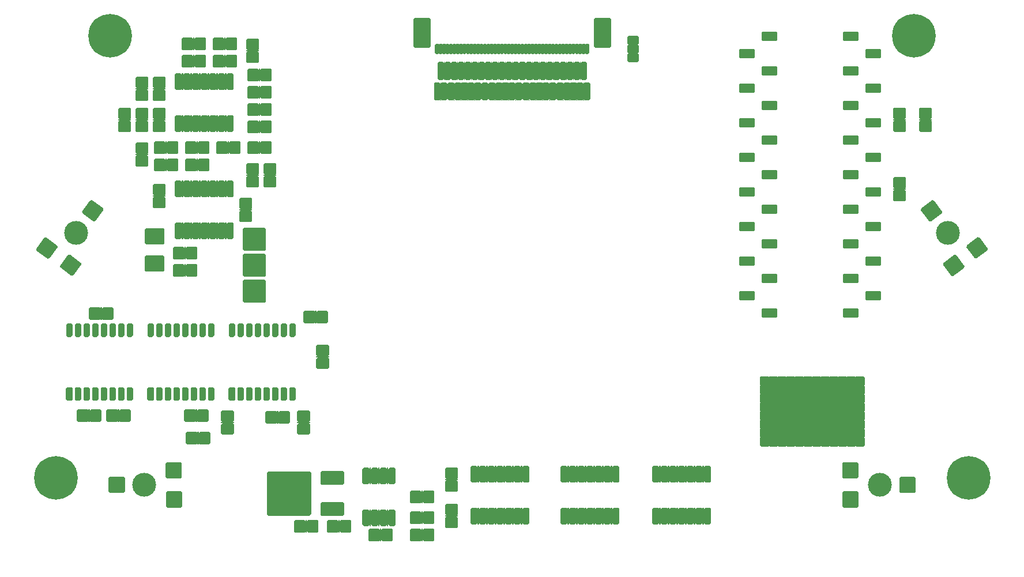
<source format=gbr>
G04 #@! TF.GenerationSoftware,KiCad,Pcbnew,5.1.9*
G04 #@! TF.CreationDate,2021-02-13T13:54:14+01:00*
G04 #@! TF.ProjectId,DVDLaserScanner,4456444c-6173-4657-9253-63616e6e6572,rev?*
G04 #@! TF.SameCoordinates,Original*
G04 #@! TF.FileFunction,Soldermask,Bot*
G04 #@! TF.FilePolarity,Negative*
%FSLAX46Y46*%
G04 Gerber Fmt 4.6, Leading zero omitted, Abs format (unit mm)*
G04 Created by KiCad (PCBNEW 5.1.9) date 2021-02-13 13:54:14*
%MOMM*%
%LPD*%
G01*
G04 APERTURE LIST*
%ADD10C,3.500000*%
%ADD11C,6.400000*%
%ADD12C,0.100000*%
G04 APERTURE END LIST*
G36*
G01*
X80500000Y-46609000D02*
X80500000Y-42609000D01*
G75*
G02*
X80700000Y-42409000I200000J0D01*
G01*
X82800000Y-42409000D01*
G75*
G02*
X83000000Y-42609000I0J-200000D01*
G01*
X83000000Y-46609000D01*
G75*
G02*
X82800000Y-46809000I-200000J0D01*
G01*
X80700000Y-46809000D01*
G75*
G02*
X80500000Y-46609000I0J200000D01*
G01*
G37*
G36*
G01*
X107000000Y-46609000D02*
X107000000Y-42609000D01*
G75*
G02*
X107200000Y-42409000I200000J0D01*
G01*
X109300000Y-42409000D01*
G75*
G02*
X109500000Y-42609000I0J-200000D01*
G01*
X109500000Y-46609000D01*
G75*
G02*
X109300000Y-46809000I-200000J0D01*
G01*
X107200000Y-46809000D01*
G75*
G02*
X107000000Y-46609000I0J200000D01*
G01*
G37*
G36*
G01*
X95150000Y-47509000D02*
X95150000Y-46409000D01*
G75*
G02*
X95350000Y-46209000I200000J0D01*
G01*
X95650000Y-46209000D01*
G75*
G02*
X95850000Y-46409000I0J-200000D01*
G01*
X95850000Y-47509000D01*
G75*
G02*
X95650000Y-47709000I-200000J0D01*
G01*
X95350000Y-47709000D01*
G75*
G02*
X95150000Y-47509000I0J200000D01*
G01*
G37*
G36*
G01*
X83650000Y-47509000D02*
X83650000Y-46409000D01*
G75*
G02*
X83850000Y-46209000I200000J0D01*
G01*
X84150000Y-46209000D01*
G75*
G02*
X84350000Y-46409000I0J-200000D01*
G01*
X84350000Y-47509000D01*
G75*
G02*
X84150000Y-47709000I-200000J0D01*
G01*
X83850000Y-47709000D01*
G75*
G02*
X83650000Y-47509000I0J200000D01*
G01*
G37*
G36*
G01*
X84150000Y-47509000D02*
X84150000Y-46409000D01*
G75*
G02*
X84350000Y-46209000I200000J0D01*
G01*
X84650000Y-46209000D01*
G75*
G02*
X84850000Y-46409000I0J-200000D01*
G01*
X84850000Y-47509000D01*
G75*
G02*
X84650000Y-47709000I-200000J0D01*
G01*
X84350000Y-47709000D01*
G75*
G02*
X84150000Y-47509000I0J200000D01*
G01*
G37*
G36*
G01*
X84650000Y-47509000D02*
X84650000Y-46409000D01*
G75*
G02*
X84850000Y-46209000I200000J0D01*
G01*
X85150000Y-46209000D01*
G75*
G02*
X85350000Y-46409000I0J-200000D01*
G01*
X85350000Y-47509000D01*
G75*
G02*
X85150000Y-47709000I-200000J0D01*
G01*
X84850000Y-47709000D01*
G75*
G02*
X84650000Y-47509000I0J200000D01*
G01*
G37*
G36*
G01*
X85150000Y-47509000D02*
X85150000Y-46409000D01*
G75*
G02*
X85350000Y-46209000I200000J0D01*
G01*
X85650000Y-46209000D01*
G75*
G02*
X85850000Y-46409000I0J-200000D01*
G01*
X85850000Y-47509000D01*
G75*
G02*
X85650000Y-47709000I-200000J0D01*
G01*
X85350000Y-47709000D01*
G75*
G02*
X85150000Y-47509000I0J200000D01*
G01*
G37*
G36*
G01*
X85650000Y-47509000D02*
X85650000Y-46409000D01*
G75*
G02*
X85850000Y-46209000I200000J0D01*
G01*
X86150000Y-46209000D01*
G75*
G02*
X86350000Y-46409000I0J-200000D01*
G01*
X86350000Y-47509000D01*
G75*
G02*
X86150000Y-47709000I-200000J0D01*
G01*
X85850000Y-47709000D01*
G75*
G02*
X85650000Y-47509000I0J200000D01*
G01*
G37*
G36*
G01*
X86150000Y-47509000D02*
X86150000Y-46409000D01*
G75*
G02*
X86350000Y-46209000I200000J0D01*
G01*
X86650000Y-46209000D01*
G75*
G02*
X86850000Y-46409000I0J-200000D01*
G01*
X86850000Y-47509000D01*
G75*
G02*
X86650000Y-47709000I-200000J0D01*
G01*
X86350000Y-47709000D01*
G75*
G02*
X86150000Y-47509000I0J200000D01*
G01*
G37*
G36*
G01*
X86650000Y-47509000D02*
X86650000Y-46409000D01*
G75*
G02*
X86850000Y-46209000I200000J0D01*
G01*
X87150000Y-46209000D01*
G75*
G02*
X87350000Y-46409000I0J-200000D01*
G01*
X87350000Y-47509000D01*
G75*
G02*
X87150000Y-47709000I-200000J0D01*
G01*
X86850000Y-47709000D01*
G75*
G02*
X86650000Y-47509000I0J200000D01*
G01*
G37*
G36*
G01*
X87150000Y-47509000D02*
X87150000Y-46409000D01*
G75*
G02*
X87350000Y-46209000I200000J0D01*
G01*
X87650000Y-46209000D01*
G75*
G02*
X87850000Y-46409000I0J-200000D01*
G01*
X87850000Y-47509000D01*
G75*
G02*
X87650000Y-47709000I-200000J0D01*
G01*
X87350000Y-47709000D01*
G75*
G02*
X87150000Y-47509000I0J200000D01*
G01*
G37*
G36*
G01*
X87650000Y-47509000D02*
X87650000Y-46409000D01*
G75*
G02*
X87850000Y-46209000I200000J0D01*
G01*
X88150000Y-46209000D01*
G75*
G02*
X88350000Y-46409000I0J-200000D01*
G01*
X88350000Y-47509000D01*
G75*
G02*
X88150000Y-47709000I-200000J0D01*
G01*
X87850000Y-47709000D01*
G75*
G02*
X87650000Y-47509000I0J200000D01*
G01*
G37*
G36*
G01*
X88150000Y-47509000D02*
X88150000Y-46409000D01*
G75*
G02*
X88350000Y-46209000I200000J0D01*
G01*
X88650000Y-46209000D01*
G75*
G02*
X88850000Y-46409000I0J-200000D01*
G01*
X88850000Y-47509000D01*
G75*
G02*
X88650000Y-47709000I-200000J0D01*
G01*
X88350000Y-47709000D01*
G75*
G02*
X88150000Y-47509000I0J200000D01*
G01*
G37*
G36*
G01*
X88650000Y-47509000D02*
X88650000Y-46409000D01*
G75*
G02*
X88850000Y-46209000I200000J0D01*
G01*
X89150000Y-46209000D01*
G75*
G02*
X89350000Y-46409000I0J-200000D01*
G01*
X89350000Y-47509000D01*
G75*
G02*
X89150000Y-47709000I-200000J0D01*
G01*
X88850000Y-47709000D01*
G75*
G02*
X88650000Y-47509000I0J200000D01*
G01*
G37*
G36*
G01*
X94150000Y-47509000D02*
X94150000Y-46409000D01*
G75*
G02*
X94350000Y-46209000I200000J0D01*
G01*
X94650000Y-46209000D01*
G75*
G02*
X94850000Y-46409000I0J-200000D01*
G01*
X94850000Y-47509000D01*
G75*
G02*
X94650000Y-47709000I-200000J0D01*
G01*
X94350000Y-47709000D01*
G75*
G02*
X94150000Y-47509000I0J200000D01*
G01*
G37*
G36*
G01*
X93650000Y-47509000D02*
X93650000Y-46409000D01*
G75*
G02*
X93850000Y-46209000I200000J0D01*
G01*
X94150000Y-46209000D01*
G75*
G02*
X94350000Y-46409000I0J-200000D01*
G01*
X94350000Y-47509000D01*
G75*
G02*
X94150000Y-47709000I-200000J0D01*
G01*
X93850000Y-47709000D01*
G75*
G02*
X93650000Y-47509000I0J200000D01*
G01*
G37*
G36*
G01*
X94650000Y-47509000D02*
X94650000Y-46409000D01*
G75*
G02*
X94850000Y-46209000I200000J0D01*
G01*
X95150000Y-46209000D01*
G75*
G02*
X95350000Y-46409000I0J-200000D01*
G01*
X95350000Y-47509000D01*
G75*
G02*
X95150000Y-47709000I-200000J0D01*
G01*
X94850000Y-47709000D01*
G75*
G02*
X94650000Y-47509000I0J200000D01*
G01*
G37*
G36*
G01*
X93150000Y-47509000D02*
X93150000Y-46409000D01*
G75*
G02*
X93350000Y-46209000I200000J0D01*
G01*
X93650000Y-46209000D01*
G75*
G02*
X93850000Y-46409000I0J-200000D01*
G01*
X93850000Y-47509000D01*
G75*
G02*
X93650000Y-47709000I-200000J0D01*
G01*
X93350000Y-47709000D01*
G75*
G02*
X93150000Y-47509000I0J200000D01*
G01*
G37*
G36*
G01*
X92650000Y-47509000D02*
X92650000Y-46409000D01*
G75*
G02*
X92850000Y-46209000I200000J0D01*
G01*
X93150000Y-46209000D01*
G75*
G02*
X93350000Y-46409000I0J-200000D01*
G01*
X93350000Y-47509000D01*
G75*
G02*
X93150000Y-47709000I-200000J0D01*
G01*
X92850000Y-47709000D01*
G75*
G02*
X92650000Y-47509000I0J200000D01*
G01*
G37*
G36*
G01*
X92150000Y-47509000D02*
X92150000Y-46409000D01*
G75*
G02*
X92350000Y-46209000I200000J0D01*
G01*
X92650000Y-46209000D01*
G75*
G02*
X92850000Y-46409000I0J-200000D01*
G01*
X92850000Y-47509000D01*
G75*
G02*
X92650000Y-47709000I-200000J0D01*
G01*
X92350000Y-47709000D01*
G75*
G02*
X92150000Y-47509000I0J200000D01*
G01*
G37*
G36*
G01*
X91650000Y-47509000D02*
X91650000Y-46409000D01*
G75*
G02*
X91850000Y-46209000I200000J0D01*
G01*
X92150000Y-46209000D01*
G75*
G02*
X92350000Y-46409000I0J-200000D01*
G01*
X92350000Y-47509000D01*
G75*
G02*
X92150000Y-47709000I-200000J0D01*
G01*
X91850000Y-47709000D01*
G75*
G02*
X91650000Y-47509000I0J200000D01*
G01*
G37*
G36*
G01*
X91150000Y-47509000D02*
X91150000Y-46409000D01*
G75*
G02*
X91350000Y-46209000I200000J0D01*
G01*
X91650000Y-46209000D01*
G75*
G02*
X91850000Y-46409000I0J-200000D01*
G01*
X91850000Y-47509000D01*
G75*
G02*
X91650000Y-47709000I-200000J0D01*
G01*
X91350000Y-47709000D01*
G75*
G02*
X91150000Y-47509000I0J200000D01*
G01*
G37*
G36*
G01*
X90650000Y-47509000D02*
X90650000Y-46409000D01*
G75*
G02*
X90850000Y-46209000I200000J0D01*
G01*
X91150000Y-46209000D01*
G75*
G02*
X91350000Y-46409000I0J-200000D01*
G01*
X91350000Y-47509000D01*
G75*
G02*
X91150000Y-47709000I-200000J0D01*
G01*
X90850000Y-47709000D01*
G75*
G02*
X90650000Y-47509000I0J200000D01*
G01*
G37*
G36*
G01*
X90150000Y-47509000D02*
X90150000Y-46409000D01*
G75*
G02*
X90350000Y-46209000I200000J0D01*
G01*
X90650000Y-46209000D01*
G75*
G02*
X90850000Y-46409000I0J-200000D01*
G01*
X90850000Y-47509000D01*
G75*
G02*
X90650000Y-47709000I-200000J0D01*
G01*
X90350000Y-47709000D01*
G75*
G02*
X90150000Y-47509000I0J200000D01*
G01*
G37*
G36*
G01*
X89150000Y-47509000D02*
X89150000Y-46409000D01*
G75*
G02*
X89350000Y-46209000I200000J0D01*
G01*
X89650000Y-46209000D01*
G75*
G02*
X89850000Y-46409000I0J-200000D01*
G01*
X89850000Y-47509000D01*
G75*
G02*
X89650000Y-47709000I-200000J0D01*
G01*
X89350000Y-47709000D01*
G75*
G02*
X89150000Y-47509000I0J200000D01*
G01*
G37*
G36*
G01*
X89650000Y-47509000D02*
X89650000Y-46409000D01*
G75*
G02*
X89850000Y-46209000I200000J0D01*
G01*
X90150000Y-46209000D01*
G75*
G02*
X90350000Y-46409000I0J-200000D01*
G01*
X90350000Y-47509000D01*
G75*
G02*
X90150000Y-47709000I-200000J0D01*
G01*
X89850000Y-47709000D01*
G75*
G02*
X89650000Y-47509000I0J200000D01*
G01*
G37*
G36*
G01*
X101650000Y-47509000D02*
X101650000Y-46409000D01*
G75*
G02*
X101850000Y-46209000I200000J0D01*
G01*
X102150000Y-46209000D01*
G75*
G02*
X102350000Y-46409000I0J-200000D01*
G01*
X102350000Y-47509000D01*
G75*
G02*
X102150000Y-47709000I-200000J0D01*
G01*
X101850000Y-47709000D01*
G75*
G02*
X101650000Y-47509000I0J200000D01*
G01*
G37*
G36*
G01*
X101150000Y-47509000D02*
X101150000Y-46409000D01*
G75*
G02*
X101350000Y-46209000I200000J0D01*
G01*
X101650000Y-46209000D01*
G75*
G02*
X101850000Y-46409000I0J-200000D01*
G01*
X101850000Y-47509000D01*
G75*
G02*
X101650000Y-47709000I-200000J0D01*
G01*
X101350000Y-47709000D01*
G75*
G02*
X101150000Y-47509000I0J200000D01*
G01*
G37*
G36*
G01*
X102150000Y-47509000D02*
X102150000Y-46409000D01*
G75*
G02*
X102350000Y-46209000I200000J0D01*
G01*
X102650000Y-46209000D01*
G75*
G02*
X102850000Y-46409000I0J-200000D01*
G01*
X102850000Y-47509000D01*
G75*
G02*
X102650000Y-47709000I-200000J0D01*
G01*
X102350000Y-47709000D01*
G75*
G02*
X102150000Y-47509000I0J200000D01*
G01*
G37*
G36*
G01*
X102650000Y-47509000D02*
X102650000Y-46409000D01*
G75*
G02*
X102850000Y-46209000I200000J0D01*
G01*
X103150000Y-46209000D01*
G75*
G02*
X103350000Y-46409000I0J-200000D01*
G01*
X103350000Y-47509000D01*
G75*
G02*
X103150000Y-47709000I-200000J0D01*
G01*
X102850000Y-47709000D01*
G75*
G02*
X102650000Y-47509000I0J200000D01*
G01*
G37*
G36*
G01*
X103150000Y-47509000D02*
X103150000Y-46409000D01*
G75*
G02*
X103350000Y-46209000I200000J0D01*
G01*
X103650000Y-46209000D01*
G75*
G02*
X103850000Y-46409000I0J-200000D01*
G01*
X103850000Y-47509000D01*
G75*
G02*
X103650000Y-47709000I-200000J0D01*
G01*
X103350000Y-47709000D01*
G75*
G02*
X103150000Y-47509000I0J200000D01*
G01*
G37*
G36*
G01*
X103650000Y-47509000D02*
X103650000Y-46409000D01*
G75*
G02*
X103850000Y-46209000I200000J0D01*
G01*
X104150000Y-46209000D01*
G75*
G02*
X104350000Y-46409000I0J-200000D01*
G01*
X104350000Y-47509000D01*
G75*
G02*
X104150000Y-47709000I-200000J0D01*
G01*
X103850000Y-47709000D01*
G75*
G02*
X103650000Y-47509000I0J200000D01*
G01*
G37*
G36*
G01*
X104150000Y-47509000D02*
X104150000Y-46409000D01*
G75*
G02*
X104350000Y-46209000I200000J0D01*
G01*
X104650000Y-46209000D01*
G75*
G02*
X104850000Y-46409000I0J-200000D01*
G01*
X104850000Y-47509000D01*
G75*
G02*
X104650000Y-47709000I-200000J0D01*
G01*
X104350000Y-47709000D01*
G75*
G02*
X104150000Y-47509000I0J200000D01*
G01*
G37*
G36*
G01*
X104650000Y-47509000D02*
X104650000Y-46409000D01*
G75*
G02*
X104850000Y-46209000I200000J0D01*
G01*
X105150000Y-46209000D01*
G75*
G02*
X105350000Y-46409000I0J-200000D01*
G01*
X105350000Y-47509000D01*
G75*
G02*
X105150000Y-47709000I-200000J0D01*
G01*
X104850000Y-47709000D01*
G75*
G02*
X104650000Y-47509000I0J200000D01*
G01*
G37*
G36*
G01*
X105150000Y-47509000D02*
X105150000Y-46409000D01*
G75*
G02*
X105350000Y-46209000I200000J0D01*
G01*
X105650000Y-46209000D01*
G75*
G02*
X105850000Y-46409000I0J-200000D01*
G01*
X105850000Y-47509000D01*
G75*
G02*
X105650000Y-47709000I-200000J0D01*
G01*
X105350000Y-47709000D01*
G75*
G02*
X105150000Y-47509000I0J200000D01*
G01*
G37*
G36*
G01*
X105650000Y-47509000D02*
X105650000Y-46409000D01*
G75*
G02*
X105850000Y-46209000I200000J0D01*
G01*
X106150000Y-46209000D01*
G75*
G02*
X106350000Y-46409000I0J-200000D01*
G01*
X106350000Y-47509000D01*
G75*
G02*
X106150000Y-47709000I-200000J0D01*
G01*
X105850000Y-47709000D01*
G75*
G02*
X105650000Y-47509000I0J200000D01*
G01*
G37*
G36*
G01*
X100650000Y-47509000D02*
X100650000Y-46409000D01*
G75*
G02*
X100850000Y-46209000I200000J0D01*
G01*
X101150000Y-46209000D01*
G75*
G02*
X101350000Y-46409000I0J-200000D01*
G01*
X101350000Y-47509000D01*
G75*
G02*
X101150000Y-47709000I-200000J0D01*
G01*
X100850000Y-47709000D01*
G75*
G02*
X100650000Y-47509000I0J200000D01*
G01*
G37*
G36*
G01*
X100150000Y-47509000D02*
X100150000Y-46409000D01*
G75*
G02*
X100350000Y-46209000I200000J0D01*
G01*
X100650000Y-46209000D01*
G75*
G02*
X100850000Y-46409000I0J-200000D01*
G01*
X100850000Y-47509000D01*
G75*
G02*
X100650000Y-47709000I-200000J0D01*
G01*
X100350000Y-47709000D01*
G75*
G02*
X100150000Y-47509000I0J200000D01*
G01*
G37*
G36*
G01*
X99650000Y-47509000D02*
X99650000Y-46409000D01*
G75*
G02*
X99850000Y-46209000I200000J0D01*
G01*
X100150000Y-46209000D01*
G75*
G02*
X100350000Y-46409000I0J-200000D01*
G01*
X100350000Y-47509000D01*
G75*
G02*
X100150000Y-47709000I-200000J0D01*
G01*
X99850000Y-47709000D01*
G75*
G02*
X99650000Y-47509000I0J200000D01*
G01*
G37*
G36*
G01*
X99150000Y-47509000D02*
X99150000Y-46409000D01*
G75*
G02*
X99350000Y-46209000I200000J0D01*
G01*
X99650000Y-46209000D01*
G75*
G02*
X99850000Y-46409000I0J-200000D01*
G01*
X99850000Y-47509000D01*
G75*
G02*
X99650000Y-47709000I-200000J0D01*
G01*
X99350000Y-47709000D01*
G75*
G02*
X99150000Y-47509000I0J200000D01*
G01*
G37*
G36*
G01*
X98650000Y-47509000D02*
X98650000Y-46409000D01*
G75*
G02*
X98850000Y-46209000I200000J0D01*
G01*
X99150000Y-46209000D01*
G75*
G02*
X99350000Y-46409000I0J-200000D01*
G01*
X99350000Y-47509000D01*
G75*
G02*
X99150000Y-47709000I-200000J0D01*
G01*
X98850000Y-47709000D01*
G75*
G02*
X98650000Y-47509000I0J200000D01*
G01*
G37*
G36*
G01*
X98150000Y-47509000D02*
X98150000Y-46409000D01*
G75*
G02*
X98350000Y-46209000I200000J0D01*
G01*
X98650000Y-46209000D01*
G75*
G02*
X98850000Y-46409000I0J-200000D01*
G01*
X98850000Y-47509000D01*
G75*
G02*
X98650000Y-47709000I-200000J0D01*
G01*
X98350000Y-47709000D01*
G75*
G02*
X98150000Y-47509000I0J200000D01*
G01*
G37*
G36*
G01*
X97650000Y-47509000D02*
X97650000Y-46409000D01*
G75*
G02*
X97850000Y-46209000I200000J0D01*
G01*
X98150000Y-46209000D01*
G75*
G02*
X98350000Y-46409000I0J-200000D01*
G01*
X98350000Y-47509000D01*
G75*
G02*
X98150000Y-47709000I-200000J0D01*
G01*
X97850000Y-47709000D01*
G75*
G02*
X97650000Y-47509000I0J200000D01*
G01*
G37*
G36*
G01*
X97150000Y-47509000D02*
X97150000Y-46409000D01*
G75*
G02*
X97350000Y-46209000I200000J0D01*
G01*
X97650000Y-46209000D01*
G75*
G02*
X97850000Y-46409000I0J-200000D01*
G01*
X97850000Y-47509000D01*
G75*
G02*
X97650000Y-47709000I-200000J0D01*
G01*
X97350000Y-47709000D01*
G75*
G02*
X97150000Y-47509000I0J200000D01*
G01*
G37*
G36*
G01*
X96650000Y-47509000D02*
X96650000Y-46409000D01*
G75*
G02*
X96850000Y-46209000I200000J0D01*
G01*
X97150000Y-46209000D01*
G75*
G02*
X97350000Y-46409000I0J-200000D01*
G01*
X97350000Y-47509000D01*
G75*
G02*
X97150000Y-47709000I-200000J0D01*
G01*
X96850000Y-47709000D01*
G75*
G02*
X96650000Y-47509000I0J200000D01*
G01*
G37*
G36*
G01*
X96150000Y-47509000D02*
X96150000Y-46409000D01*
G75*
G02*
X96350000Y-46209000I200000J0D01*
G01*
X96650000Y-46209000D01*
G75*
G02*
X96850000Y-46409000I0J-200000D01*
G01*
X96850000Y-47509000D01*
G75*
G02*
X96650000Y-47709000I-200000J0D01*
G01*
X96350000Y-47709000D01*
G75*
G02*
X96150000Y-47509000I0J200000D01*
G01*
G37*
G36*
G01*
X95650000Y-47509000D02*
X95650000Y-46409000D01*
G75*
G02*
X95850000Y-46209000I200000J0D01*
G01*
X96150000Y-46209000D01*
G75*
G02*
X96350000Y-46409000I0J-200000D01*
G01*
X96350000Y-47509000D01*
G75*
G02*
X96150000Y-47709000I-200000J0D01*
G01*
X95850000Y-47709000D01*
G75*
G02*
X95650000Y-47509000I0J200000D01*
G01*
G37*
D10*
X149000000Y-111000000D03*
G36*
G01*
X154050000Y-112200000D02*
X152050000Y-112200000D01*
G75*
G02*
X151850000Y-112000000I0J200000D01*
G01*
X151850000Y-110000000D01*
G75*
G02*
X152050000Y-109800000I200000J0D01*
G01*
X154050000Y-109800000D01*
G75*
G02*
X154250000Y-110000000I0J-200000D01*
G01*
X154250000Y-112000000D01*
G75*
G02*
X154050000Y-112200000I-200000J0D01*
G01*
G37*
G36*
G01*
X145700000Y-114350000D02*
X143700000Y-114350000D01*
G75*
G02*
X143500000Y-114150000I0J200000D01*
G01*
X143500000Y-112150000D01*
G75*
G02*
X143700000Y-111950000I200000J0D01*
G01*
X145700000Y-111950000D01*
G75*
G02*
X145900000Y-112150000I0J-200000D01*
G01*
X145900000Y-114150000D01*
G75*
G02*
X145700000Y-114350000I-200000J0D01*
G01*
G37*
G36*
G01*
X145650000Y-110050000D02*
X143650000Y-110050000D01*
G75*
G02*
X143450000Y-109850000I0J200000D01*
G01*
X143450000Y-107850000D01*
G75*
G02*
X143650000Y-107650000I200000J0D01*
G01*
X145650000Y-107650000D01*
G75*
G02*
X145850000Y-107850000I0J-200000D01*
G01*
X145850000Y-109850000D01*
G75*
G02*
X145650000Y-110050000I-200000J0D01*
G01*
G37*
X41000000Y-111000000D03*
G36*
G01*
X35950000Y-109800000D02*
X37950000Y-109800000D01*
G75*
G02*
X38150000Y-110000000I0J-200000D01*
G01*
X38150000Y-112000000D01*
G75*
G02*
X37950000Y-112200000I-200000J0D01*
G01*
X35950000Y-112200000D01*
G75*
G02*
X35750000Y-112000000I0J200000D01*
G01*
X35750000Y-110000000D01*
G75*
G02*
X35950000Y-109800000I200000J0D01*
G01*
G37*
G36*
G01*
X44300000Y-107650000D02*
X46300000Y-107650000D01*
G75*
G02*
X46500000Y-107850000I0J-200000D01*
G01*
X46500000Y-109850000D01*
G75*
G02*
X46300000Y-110050000I-200000J0D01*
G01*
X44300000Y-110050000D01*
G75*
G02*
X44100000Y-109850000I0J200000D01*
G01*
X44100000Y-107850000D01*
G75*
G02*
X44300000Y-107650000I200000J0D01*
G01*
G37*
G36*
G01*
X44350000Y-111950000D02*
X46350000Y-111950000D01*
G75*
G02*
X46550000Y-112150000I0J-200000D01*
G01*
X46550000Y-114150000D01*
G75*
G02*
X46350000Y-114350000I-200000J0D01*
G01*
X44350000Y-114350000D01*
G75*
G02*
X44150000Y-114150000I0J200000D01*
G01*
X44150000Y-112150000D01*
G75*
G02*
X44350000Y-111950000I200000J0D01*
G01*
G37*
X159000000Y-74000000D03*
G36*
G01*
X156960773Y-69226735D02*
X158150419Y-70834449D01*
G75*
G02*
X158108613Y-71114185I-160771J-118965D01*
G01*
X156500899Y-72303831D01*
G75*
G02*
X156221163Y-72262025I-118965J160771D01*
G01*
X155031517Y-70654311D01*
G75*
G02*
X155073323Y-70374575I160771J118965D01*
G01*
X156681037Y-69184929D01*
G75*
G02*
X156960773Y-69226735I118965J-160771D01*
G01*
G37*
G36*
G01*
X163655835Y-74660071D02*
X164845481Y-76267785D01*
G75*
G02*
X164803675Y-76547521I-160771J-118965D01*
G01*
X163195961Y-77737167D01*
G75*
G02*
X162916225Y-77695361I-118965J160771D01*
G01*
X161726579Y-76087647D01*
G75*
G02*
X161768385Y-75807911I160771J118965D01*
G01*
X163376099Y-74618265D01*
G75*
G02*
X163655835Y-74660071I118965J-160771D01*
G01*
G37*
G36*
G01*
X160228992Y-77258001D02*
X161418638Y-78865715D01*
G75*
G02*
X161376832Y-79145451I-160771J-118965D01*
G01*
X159769118Y-80335097D01*
G75*
G02*
X159489382Y-80293291I-118965J160771D01*
G01*
X158299736Y-78685577D01*
G75*
G02*
X158341542Y-78405841I160771J118965D01*
G01*
X159949256Y-77216195D01*
G75*
G02*
X160228992Y-77258001I118965J-160771D01*
G01*
G37*
X31000000Y-74000000D03*
G36*
G01*
X34968483Y-70654311D02*
X33778837Y-72262025D01*
G75*
G02*
X33499101Y-72303831I-160771J118965D01*
G01*
X31891387Y-71114185D01*
G75*
G02*
X31849581Y-70834449I118965J160771D01*
G01*
X33039227Y-69226735D01*
G75*
G02*
X33318963Y-69184929I160771J-118965D01*
G01*
X34926677Y-70374575D01*
G75*
G02*
X34968483Y-70654311I-118965J-160771D01*
G01*
G37*
G36*
G01*
X31730004Y-78645384D02*
X30540358Y-80253098D01*
G75*
G02*
X30260622Y-80294904I-160771J118965D01*
G01*
X28652908Y-79105258D01*
G75*
G02*
X28611102Y-78825522I118965J160771D01*
G01*
X29800748Y-77217808D01*
G75*
G02*
X30080484Y-77176002I160771J-118965D01*
G01*
X31688198Y-78365648D01*
G75*
G02*
X31730004Y-78645384I-118965J-160771D01*
G01*
G37*
G36*
G01*
X28243680Y-76127839D02*
X27054034Y-77735553D01*
G75*
G02*
X26774298Y-77777359I-160771J118965D01*
G01*
X25166584Y-76587713D01*
G75*
G02*
X25124778Y-76307977I118965J160771D01*
G01*
X26314424Y-74700263D01*
G75*
G02*
X26594160Y-74658457I160771J-118965D01*
G01*
X28201874Y-75848103D01*
G75*
G02*
X28243680Y-76127839I-118965J-160771D01*
G01*
G37*
G36*
G01*
X102085800Y-110464600D02*
X102085800Y-108432600D01*
G75*
G02*
X102285800Y-108232600I200000J0D01*
G01*
X102946200Y-108232600D01*
G75*
G02*
X103146200Y-108432600I0J-200000D01*
G01*
X103146200Y-110464600D01*
G75*
G02*
X102946200Y-110664600I-200000J0D01*
G01*
X102285800Y-110664600D01*
G75*
G02*
X102085800Y-110464600I0J200000D01*
G01*
G37*
G36*
G01*
X103355800Y-110464600D02*
X103355800Y-108432600D01*
G75*
G02*
X103555800Y-108232600I200000J0D01*
G01*
X104216200Y-108232600D01*
G75*
G02*
X104416200Y-108432600I0J-200000D01*
G01*
X104416200Y-110464600D01*
G75*
G02*
X104216200Y-110664600I-200000J0D01*
G01*
X103555800Y-110664600D01*
G75*
G02*
X103355800Y-110464600I0J200000D01*
G01*
G37*
G36*
G01*
X104625800Y-110464600D02*
X104625800Y-108432600D01*
G75*
G02*
X104825800Y-108232600I200000J0D01*
G01*
X105486200Y-108232600D01*
G75*
G02*
X105686200Y-108432600I0J-200000D01*
G01*
X105686200Y-110464600D01*
G75*
G02*
X105486200Y-110664600I-200000J0D01*
G01*
X104825800Y-110664600D01*
G75*
G02*
X104625800Y-110464600I0J200000D01*
G01*
G37*
G36*
G01*
X105895800Y-110464600D02*
X105895800Y-108432600D01*
G75*
G02*
X106095800Y-108232600I200000J0D01*
G01*
X106756200Y-108232600D01*
G75*
G02*
X106956200Y-108432600I0J-200000D01*
G01*
X106956200Y-110464600D01*
G75*
G02*
X106756200Y-110664600I-200000J0D01*
G01*
X106095800Y-110664600D01*
G75*
G02*
X105895800Y-110464600I0J200000D01*
G01*
G37*
G36*
G01*
X107165800Y-110464600D02*
X107165800Y-108432600D01*
G75*
G02*
X107365800Y-108232600I200000J0D01*
G01*
X108026200Y-108232600D01*
G75*
G02*
X108226200Y-108432600I0J-200000D01*
G01*
X108226200Y-110464600D01*
G75*
G02*
X108026200Y-110664600I-200000J0D01*
G01*
X107365800Y-110664600D01*
G75*
G02*
X107165800Y-110464600I0J200000D01*
G01*
G37*
G36*
G01*
X108435800Y-110464600D02*
X108435800Y-108432600D01*
G75*
G02*
X108635800Y-108232600I200000J0D01*
G01*
X109296200Y-108232600D01*
G75*
G02*
X109496200Y-108432600I0J-200000D01*
G01*
X109496200Y-110464600D01*
G75*
G02*
X109296200Y-110664600I-200000J0D01*
G01*
X108635800Y-110664600D01*
G75*
G02*
X108435800Y-110464600I0J200000D01*
G01*
G37*
G36*
G01*
X109705800Y-110464600D02*
X109705800Y-108432600D01*
G75*
G02*
X109905800Y-108232600I200000J0D01*
G01*
X110566200Y-108232600D01*
G75*
G02*
X110766200Y-108432600I0J-200000D01*
G01*
X110766200Y-110464600D01*
G75*
G02*
X110566200Y-110664600I-200000J0D01*
G01*
X109905800Y-110664600D01*
G75*
G02*
X109705800Y-110464600I0J200000D01*
G01*
G37*
G36*
G01*
X109705800Y-116611400D02*
X109705800Y-114579400D01*
G75*
G02*
X109905800Y-114379400I200000J0D01*
G01*
X110566200Y-114379400D01*
G75*
G02*
X110766200Y-114579400I0J-200000D01*
G01*
X110766200Y-116611400D01*
G75*
G02*
X110566200Y-116811400I-200000J0D01*
G01*
X109905800Y-116811400D01*
G75*
G02*
X109705800Y-116611400I0J200000D01*
G01*
G37*
G36*
G01*
X108435800Y-116611400D02*
X108435800Y-114579400D01*
G75*
G02*
X108635800Y-114379400I200000J0D01*
G01*
X109296200Y-114379400D01*
G75*
G02*
X109496200Y-114579400I0J-200000D01*
G01*
X109496200Y-116611400D01*
G75*
G02*
X109296200Y-116811400I-200000J0D01*
G01*
X108635800Y-116811400D01*
G75*
G02*
X108435800Y-116611400I0J200000D01*
G01*
G37*
G36*
G01*
X105895800Y-116611400D02*
X105895800Y-114579400D01*
G75*
G02*
X106095800Y-114379400I200000J0D01*
G01*
X106756200Y-114379400D01*
G75*
G02*
X106956200Y-114579400I0J-200000D01*
G01*
X106956200Y-116611400D01*
G75*
G02*
X106756200Y-116811400I-200000J0D01*
G01*
X106095800Y-116811400D01*
G75*
G02*
X105895800Y-116611400I0J200000D01*
G01*
G37*
G36*
G01*
X104625800Y-116611400D02*
X104625800Y-114579400D01*
G75*
G02*
X104825800Y-114379400I200000J0D01*
G01*
X105486200Y-114379400D01*
G75*
G02*
X105686200Y-114579400I0J-200000D01*
G01*
X105686200Y-116611400D01*
G75*
G02*
X105486200Y-116811400I-200000J0D01*
G01*
X104825800Y-116811400D01*
G75*
G02*
X104625800Y-116611400I0J200000D01*
G01*
G37*
G36*
G01*
X103355800Y-116611400D02*
X103355800Y-114579400D01*
G75*
G02*
X103555800Y-114379400I200000J0D01*
G01*
X104216200Y-114379400D01*
G75*
G02*
X104416200Y-114579400I0J-200000D01*
G01*
X104416200Y-116611400D01*
G75*
G02*
X104216200Y-116811400I-200000J0D01*
G01*
X103555800Y-116811400D01*
G75*
G02*
X103355800Y-116611400I0J200000D01*
G01*
G37*
G36*
G01*
X102085800Y-116611400D02*
X102085800Y-114579400D01*
G75*
G02*
X102285800Y-114379400I200000J0D01*
G01*
X102946200Y-114379400D01*
G75*
G02*
X103146200Y-114579400I0J-200000D01*
G01*
X103146200Y-116611400D01*
G75*
G02*
X102946200Y-116811400I-200000J0D01*
G01*
X102285800Y-116811400D01*
G75*
G02*
X102085800Y-116611400I0J200000D01*
G01*
G37*
G36*
G01*
X107165800Y-116611400D02*
X107165800Y-114579400D01*
G75*
G02*
X107365800Y-114379400I200000J0D01*
G01*
X108026200Y-114379400D01*
G75*
G02*
X108226200Y-114579400I0J-200000D01*
G01*
X108226200Y-116611400D01*
G75*
G02*
X108026200Y-116811400I-200000J0D01*
G01*
X107365800Y-116811400D01*
G75*
G02*
X107165800Y-116611400I0J200000D01*
G01*
G37*
G36*
G01*
X115547800Y-110464600D02*
X115547800Y-108432600D01*
G75*
G02*
X115747800Y-108232600I200000J0D01*
G01*
X116408200Y-108232600D01*
G75*
G02*
X116608200Y-108432600I0J-200000D01*
G01*
X116608200Y-110464600D01*
G75*
G02*
X116408200Y-110664600I-200000J0D01*
G01*
X115747800Y-110664600D01*
G75*
G02*
X115547800Y-110464600I0J200000D01*
G01*
G37*
G36*
G01*
X116817800Y-110464600D02*
X116817800Y-108432600D01*
G75*
G02*
X117017800Y-108232600I200000J0D01*
G01*
X117678200Y-108232600D01*
G75*
G02*
X117878200Y-108432600I0J-200000D01*
G01*
X117878200Y-110464600D01*
G75*
G02*
X117678200Y-110664600I-200000J0D01*
G01*
X117017800Y-110664600D01*
G75*
G02*
X116817800Y-110464600I0J200000D01*
G01*
G37*
G36*
G01*
X118087800Y-110464600D02*
X118087800Y-108432600D01*
G75*
G02*
X118287800Y-108232600I200000J0D01*
G01*
X118948200Y-108232600D01*
G75*
G02*
X119148200Y-108432600I0J-200000D01*
G01*
X119148200Y-110464600D01*
G75*
G02*
X118948200Y-110664600I-200000J0D01*
G01*
X118287800Y-110664600D01*
G75*
G02*
X118087800Y-110464600I0J200000D01*
G01*
G37*
G36*
G01*
X119357800Y-110464600D02*
X119357800Y-108432600D01*
G75*
G02*
X119557800Y-108232600I200000J0D01*
G01*
X120218200Y-108232600D01*
G75*
G02*
X120418200Y-108432600I0J-200000D01*
G01*
X120418200Y-110464600D01*
G75*
G02*
X120218200Y-110664600I-200000J0D01*
G01*
X119557800Y-110664600D01*
G75*
G02*
X119357800Y-110464600I0J200000D01*
G01*
G37*
G36*
G01*
X120627800Y-110464600D02*
X120627800Y-108432600D01*
G75*
G02*
X120827800Y-108232600I200000J0D01*
G01*
X121488200Y-108232600D01*
G75*
G02*
X121688200Y-108432600I0J-200000D01*
G01*
X121688200Y-110464600D01*
G75*
G02*
X121488200Y-110664600I-200000J0D01*
G01*
X120827800Y-110664600D01*
G75*
G02*
X120627800Y-110464600I0J200000D01*
G01*
G37*
G36*
G01*
X121897800Y-110464600D02*
X121897800Y-108432600D01*
G75*
G02*
X122097800Y-108232600I200000J0D01*
G01*
X122758200Y-108232600D01*
G75*
G02*
X122958200Y-108432600I0J-200000D01*
G01*
X122958200Y-110464600D01*
G75*
G02*
X122758200Y-110664600I-200000J0D01*
G01*
X122097800Y-110664600D01*
G75*
G02*
X121897800Y-110464600I0J200000D01*
G01*
G37*
G36*
G01*
X123167800Y-110464600D02*
X123167800Y-108432600D01*
G75*
G02*
X123367800Y-108232600I200000J0D01*
G01*
X124028200Y-108232600D01*
G75*
G02*
X124228200Y-108432600I0J-200000D01*
G01*
X124228200Y-110464600D01*
G75*
G02*
X124028200Y-110664600I-200000J0D01*
G01*
X123367800Y-110664600D01*
G75*
G02*
X123167800Y-110464600I0J200000D01*
G01*
G37*
G36*
G01*
X123167800Y-116611400D02*
X123167800Y-114579400D01*
G75*
G02*
X123367800Y-114379400I200000J0D01*
G01*
X124028200Y-114379400D01*
G75*
G02*
X124228200Y-114579400I0J-200000D01*
G01*
X124228200Y-116611400D01*
G75*
G02*
X124028200Y-116811400I-200000J0D01*
G01*
X123367800Y-116811400D01*
G75*
G02*
X123167800Y-116611400I0J200000D01*
G01*
G37*
G36*
G01*
X121897800Y-116611400D02*
X121897800Y-114579400D01*
G75*
G02*
X122097800Y-114379400I200000J0D01*
G01*
X122758200Y-114379400D01*
G75*
G02*
X122958200Y-114579400I0J-200000D01*
G01*
X122958200Y-116611400D01*
G75*
G02*
X122758200Y-116811400I-200000J0D01*
G01*
X122097800Y-116811400D01*
G75*
G02*
X121897800Y-116611400I0J200000D01*
G01*
G37*
G36*
G01*
X119357800Y-116611400D02*
X119357800Y-114579400D01*
G75*
G02*
X119557800Y-114379400I200000J0D01*
G01*
X120218200Y-114379400D01*
G75*
G02*
X120418200Y-114579400I0J-200000D01*
G01*
X120418200Y-116611400D01*
G75*
G02*
X120218200Y-116811400I-200000J0D01*
G01*
X119557800Y-116811400D01*
G75*
G02*
X119357800Y-116611400I0J200000D01*
G01*
G37*
G36*
G01*
X118087800Y-116611400D02*
X118087800Y-114579400D01*
G75*
G02*
X118287800Y-114379400I200000J0D01*
G01*
X118948200Y-114379400D01*
G75*
G02*
X119148200Y-114579400I0J-200000D01*
G01*
X119148200Y-116611400D01*
G75*
G02*
X118948200Y-116811400I-200000J0D01*
G01*
X118287800Y-116811400D01*
G75*
G02*
X118087800Y-116611400I0J200000D01*
G01*
G37*
G36*
G01*
X116817800Y-116611400D02*
X116817800Y-114579400D01*
G75*
G02*
X117017800Y-114379400I200000J0D01*
G01*
X117678200Y-114379400D01*
G75*
G02*
X117878200Y-114579400I0J-200000D01*
G01*
X117878200Y-116611400D01*
G75*
G02*
X117678200Y-116811400I-200000J0D01*
G01*
X117017800Y-116811400D01*
G75*
G02*
X116817800Y-116611400I0J200000D01*
G01*
G37*
G36*
G01*
X115547800Y-116611400D02*
X115547800Y-114579400D01*
G75*
G02*
X115747800Y-114379400I200000J0D01*
G01*
X116408200Y-114379400D01*
G75*
G02*
X116608200Y-114579400I0J-200000D01*
G01*
X116608200Y-116611400D01*
G75*
G02*
X116408200Y-116811400I-200000J0D01*
G01*
X115747800Y-116811400D01*
G75*
G02*
X115547800Y-116611400I0J200000D01*
G01*
G37*
G36*
G01*
X120627800Y-116611400D02*
X120627800Y-114579400D01*
G75*
G02*
X120827800Y-114379400I200000J0D01*
G01*
X121488200Y-114379400D01*
G75*
G02*
X121688200Y-114579400I0J-200000D01*
G01*
X121688200Y-116611400D01*
G75*
G02*
X121488200Y-116811400I-200000J0D01*
G01*
X120827800Y-116811400D01*
G75*
G02*
X120627800Y-116611400I0J200000D01*
G01*
G37*
G36*
G01*
X143770000Y-44400400D02*
X145670000Y-44400400D01*
G75*
G02*
X145870000Y-44600400I0J-200000D01*
G01*
X145870000Y-45620400D01*
G75*
G02*
X145670000Y-45820400I-200000J0D01*
G01*
X143770000Y-45820400D01*
G75*
G02*
X143570000Y-45620400I0J200000D01*
G01*
X143570000Y-44600400D01*
G75*
G02*
X143770000Y-44400400I200000J0D01*
G01*
G37*
G36*
G01*
X147070000Y-46940400D02*
X148970000Y-46940400D01*
G75*
G02*
X149170000Y-47140400I0J-200000D01*
G01*
X149170000Y-48160400D01*
G75*
G02*
X148970000Y-48360400I-200000J0D01*
G01*
X147070000Y-48360400D01*
G75*
G02*
X146870000Y-48160400I0J200000D01*
G01*
X146870000Y-47140400D01*
G75*
G02*
X147070000Y-46940400I200000J0D01*
G01*
G37*
G36*
G01*
X143770000Y-49480400D02*
X145670000Y-49480400D01*
G75*
G02*
X145870000Y-49680400I0J-200000D01*
G01*
X145870000Y-50700400D01*
G75*
G02*
X145670000Y-50900400I-200000J0D01*
G01*
X143770000Y-50900400D01*
G75*
G02*
X143570000Y-50700400I0J200000D01*
G01*
X143570000Y-49680400D01*
G75*
G02*
X143770000Y-49480400I200000J0D01*
G01*
G37*
G36*
G01*
X147070000Y-52020400D02*
X148970000Y-52020400D01*
G75*
G02*
X149170000Y-52220400I0J-200000D01*
G01*
X149170000Y-53240400D01*
G75*
G02*
X148970000Y-53440400I-200000J0D01*
G01*
X147070000Y-53440400D01*
G75*
G02*
X146870000Y-53240400I0J200000D01*
G01*
X146870000Y-52220400D01*
G75*
G02*
X147070000Y-52020400I200000J0D01*
G01*
G37*
G36*
G01*
X143770000Y-54560400D02*
X145670000Y-54560400D01*
G75*
G02*
X145870000Y-54760400I0J-200000D01*
G01*
X145870000Y-55780400D01*
G75*
G02*
X145670000Y-55980400I-200000J0D01*
G01*
X143770000Y-55980400D01*
G75*
G02*
X143570000Y-55780400I0J200000D01*
G01*
X143570000Y-54760400D01*
G75*
G02*
X143770000Y-54560400I200000J0D01*
G01*
G37*
G36*
G01*
X147070000Y-57100400D02*
X148970000Y-57100400D01*
G75*
G02*
X149170000Y-57300400I0J-200000D01*
G01*
X149170000Y-58320400D01*
G75*
G02*
X148970000Y-58520400I-200000J0D01*
G01*
X147070000Y-58520400D01*
G75*
G02*
X146870000Y-58320400I0J200000D01*
G01*
X146870000Y-57300400D01*
G75*
G02*
X147070000Y-57100400I200000J0D01*
G01*
G37*
G36*
G01*
X143770000Y-59640400D02*
X145670000Y-59640400D01*
G75*
G02*
X145870000Y-59840400I0J-200000D01*
G01*
X145870000Y-60860400D01*
G75*
G02*
X145670000Y-61060400I-200000J0D01*
G01*
X143770000Y-61060400D01*
G75*
G02*
X143570000Y-60860400I0J200000D01*
G01*
X143570000Y-59840400D01*
G75*
G02*
X143770000Y-59640400I200000J0D01*
G01*
G37*
G36*
G01*
X147070000Y-62180400D02*
X148970000Y-62180400D01*
G75*
G02*
X149170000Y-62380400I0J-200000D01*
G01*
X149170000Y-63400400D01*
G75*
G02*
X148970000Y-63600400I-200000J0D01*
G01*
X147070000Y-63600400D01*
G75*
G02*
X146870000Y-63400400I0J200000D01*
G01*
X146870000Y-62380400D01*
G75*
G02*
X147070000Y-62180400I200000J0D01*
G01*
G37*
G36*
G01*
X143770000Y-64720400D02*
X145670000Y-64720400D01*
G75*
G02*
X145870000Y-64920400I0J-200000D01*
G01*
X145870000Y-65940400D01*
G75*
G02*
X145670000Y-66140400I-200000J0D01*
G01*
X143770000Y-66140400D01*
G75*
G02*
X143570000Y-65940400I0J200000D01*
G01*
X143570000Y-64920400D01*
G75*
G02*
X143770000Y-64720400I200000J0D01*
G01*
G37*
G36*
G01*
X147070000Y-67260400D02*
X148970000Y-67260400D01*
G75*
G02*
X149170000Y-67460400I0J-200000D01*
G01*
X149170000Y-68480400D01*
G75*
G02*
X148970000Y-68680400I-200000J0D01*
G01*
X147070000Y-68680400D01*
G75*
G02*
X146870000Y-68480400I0J200000D01*
G01*
X146870000Y-67460400D01*
G75*
G02*
X147070000Y-67260400I200000J0D01*
G01*
G37*
G36*
G01*
X147070000Y-72340400D02*
X148970000Y-72340400D01*
G75*
G02*
X149170000Y-72540400I0J-200000D01*
G01*
X149170000Y-73560400D01*
G75*
G02*
X148970000Y-73760400I-200000J0D01*
G01*
X147070000Y-73760400D01*
G75*
G02*
X146870000Y-73560400I0J200000D01*
G01*
X146870000Y-72540400D01*
G75*
G02*
X147070000Y-72340400I200000J0D01*
G01*
G37*
G36*
G01*
X147070000Y-77420400D02*
X148970000Y-77420400D01*
G75*
G02*
X149170000Y-77620400I0J-200000D01*
G01*
X149170000Y-78640400D01*
G75*
G02*
X148970000Y-78840400I-200000J0D01*
G01*
X147070000Y-78840400D01*
G75*
G02*
X146870000Y-78640400I0J200000D01*
G01*
X146870000Y-77620400D01*
G75*
G02*
X147070000Y-77420400I200000J0D01*
G01*
G37*
G36*
G01*
X147070000Y-82500400D02*
X148970000Y-82500400D01*
G75*
G02*
X149170000Y-82700400I0J-200000D01*
G01*
X149170000Y-83720400D01*
G75*
G02*
X148970000Y-83920400I-200000J0D01*
G01*
X147070000Y-83920400D01*
G75*
G02*
X146870000Y-83720400I0J200000D01*
G01*
X146870000Y-82700400D01*
G75*
G02*
X147070000Y-82500400I200000J0D01*
G01*
G37*
G36*
G01*
X143770000Y-85040400D02*
X145670000Y-85040400D01*
G75*
G02*
X145870000Y-85240400I0J-200000D01*
G01*
X145870000Y-86260400D01*
G75*
G02*
X145670000Y-86460400I-200000J0D01*
G01*
X143770000Y-86460400D01*
G75*
G02*
X143570000Y-86260400I0J200000D01*
G01*
X143570000Y-85240400D01*
G75*
G02*
X143770000Y-85040400I200000J0D01*
G01*
G37*
G36*
G01*
X143770000Y-74880400D02*
X145670000Y-74880400D01*
G75*
G02*
X145870000Y-75080400I0J-200000D01*
G01*
X145870000Y-76100400D01*
G75*
G02*
X145670000Y-76300400I-200000J0D01*
G01*
X143770000Y-76300400D01*
G75*
G02*
X143570000Y-76100400I0J200000D01*
G01*
X143570000Y-75080400D01*
G75*
G02*
X143770000Y-74880400I200000J0D01*
G01*
G37*
G36*
G01*
X143770000Y-79960400D02*
X145670000Y-79960400D01*
G75*
G02*
X145870000Y-80160400I0J-200000D01*
G01*
X145870000Y-81180400D01*
G75*
G02*
X145670000Y-81380400I-200000J0D01*
G01*
X143770000Y-81380400D01*
G75*
G02*
X143570000Y-81180400I0J200000D01*
G01*
X143570000Y-80160400D01*
G75*
G02*
X143770000Y-79960400I200000J0D01*
G01*
G37*
G36*
G01*
X143770000Y-69800400D02*
X145670000Y-69800400D01*
G75*
G02*
X145870000Y-70000400I0J-200000D01*
G01*
X145870000Y-71020400D01*
G75*
G02*
X145670000Y-71220400I-200000J0D01*
G01*
X143770000Y-71220400D01*
G75*
G02*
X143570000Y-71020400I0J200000D01*
G01*
X143570000Y-70000400D01*
G75*
G02*
X143770000Y-69800400I200000J0D01*
G01*
G37*
G36*
G01*
X133730000Y-55980400D02*
X131830000Y-55980400D01*
G75*
G02*
X131630000Y-55780400I0J200000D01*
G01*
X131630000Y-54760400D01*
G75*
G02*
X131830000Y-54560400I200000J0D01*
G01*
X133730000Y-54560400D01*
G75*
G02*
X133930000Y-54760400I0J-200000D01*
G01*
X133930000Y-55780400D01*
G75*
G02*
X133730000Y-55980400I-200000J0D01*
G01*
G37*
G36*
G01*
X133730000Y-50900400D02*
X131830000Y-50900400D01*
G75*
G02*
X131630000Y-50700400I0J200000D01*
G01*
X131630000Y-49680400D01*
G75*
G02*
X131830000Y-49480400I200000J0D01*
G01*
X133730000Y-49480400D01*
G75*
G02*
X133930000Y-49680400I0J-200000D01*
G01*
X133930000Y-50700400D01*
G75*
G02*
X133730000Y-50900400I-200000J0D01*
G01*
G37*
G36*
G01*
X133730000Y-61060400D02*
X131830000Y-61060400D01*
G75*
G02*
X131630000Y-60860400I0J200000D01*
G01*
X131630000Y-59840400D01*
G75*
G02*
X131830000Y-59640400I200000J0D01*
G01*
X133730000Y-59640400D01*
G75*
G02*
X133930000Y-59840400I0J-200000D01*
G01*
X133930000Y-60860400D01*
G75*
G02*
X133730000Y-61060400I-200000J0D01*
G01*
G37*
G36*
G01*
X133730000Y-45820400D02*
X131830000Y-45820400D01*
G75*
G02*
X131630000Y-45620400I0J200000D01*
G01*
X131630000Y-44600400D01*
G75*
G02*
X131830000Y-44400400I200000J0D01*
G01*
X133730000Y-44400400D01*
G75*
G02*
X133930000Y-44600400I0J-200000D01*
G01*
X133930000Y-45620400D01*
G75*
G02*
X133730000Y-45820400I-200000J0D01*
G01*
G37*
G36*
G01*
X130430000Y-48360400D02*
X128530000Y-48360400D01*
G75*
G02*
X128330000Y-48160400I0J200000D01*
G01*
X128330000Y-47140400D01*
G75*
G02*
X128530000Y-46940400I200000J0D01*
G01*
X130430000Y-46940400D01*
G75*
G02*
X130630000Y-47140400I0J-200000D01*
G01*
X130630000Y-48160400D01*
G75*
G02*
X130430000Y-48360400I-200000J0D01*
G01*
G37*
G36*
G01*
X130430000Y-53440400D02*
X128530000Y-53440400D01*
G75*
G02*
X128330000Y-53240400I0J200000D01*
G01*
X128330000Y-52220400D01*
G75*
G02*
X128530000Y-52020400I200000J0D01*
G01*
X130430000Y-52020400D01*
G75*
G02*
X130630000Y-52220400I0J-200000D01*
G01*
X130630000Y-53240400D01*
G75*
G02*
X130430000Y-53440400I-200000J0D01*
G01*
G37*
G36*
G01*
X130430000Y-58520400D02*
X128530000Y-58520400D01*
G75*
G02*
X128330000Y-58320400I0J200000D01*
G01*
X128330000Y-57300400D01*
G75*
G02*
X128530000Y-57100400I200000J0D01*
G01*
X130430000Y-57100400D01*
G75*
G02*
X130630000Y-57300400I0J-200000D01*
G01*
X130630000Y-58320400D01*
G75*
G02*
X130430000Y-58520400I-200000J0D01*
G01*
G37*
G36*
G01*
X130430000Y-63600400D02*
X128530000Y-63600400D01*
G75*
G02*
X128330000Y-63400400I0J200000D01*
G01*
X128330000Y-62380400D01*
G75*
G02*
X128530000Y-62180400I200000J0D01*
G01*
X130430000Y-62180400D01*
G75*
G02*
X130630000Y-62380400I0J-200000D01*
G01*
X130630000Y-63400400D01*
G75*
G02*
X130430000Y-63600400I-200000J0D01*
G01*
G37*
G36*
G01*
X133730000Y-66140400D02*
X131830000Y-66140400D01*
G75*
G02*
X131630000Y-65940400I0J200000D01*
G01*
X131630000Y-64920400D01*
G75*
G02*
X131830000Y-64720400I200000J0D01*
G01*
X133730000Y-64720400D01*
G75*
G02*
X133930000Y-64920400I0J-200000D01*
G01*
X133930000Y-65940400D01*
G75*
G02*
X133730000Y-66140400I-200000J0D01*
G01*
G37*
G36*
G01*
X130430000Y-68680400D02*
X128530000Y-68680400D01*
G75*
G02*
X128330000Y-68480400I0J200000D01*
G01*
X128330000Y-67460400D01*
G75*
G02*
X128530000Y-67260400I200000J0D01*
G01*
X130430000Y-67260400D01*
G75*
G02*
X130630000Y-67460400I0J-200000D01*
G01*
X130630000Y-68480400D01*
G75*
G02*
X130430000Y-68680400I-200000J0D01*
G01*
G37*
G36*
G01*
X133730000Y-71220400D02*
X131830000Y-71220400D01*
G75*
G02*
X131630000Y-71020400I0J200000D01*
G01*
X131630000Y-70000400D01*
G75*
G02*
X131830000Y-69800400I200000J0D01*
G01*
X133730000Y-69800400D01*
G75*
G02*
X133930000Y-70000400I0J-200000D01*
G01*
X133930000Y-71020400D01*
G75*
G02*
X133730000Y-71220400I-200000J0D01*
G01*
G37*
G36*
G01*
X130430000Y-73760400D02*
X128530000Y-73760400D01*
G75*
G02*
X128330000Y-73560400I0J200000D01*
G01*
X128330000Y-72540400D01*
G75*
G02*
X128530000Y-72340400I200000J0D01*
G01*
X130430000Y-72340400D01*
G75*
G02*
X130630000Y-72540400I0J-200000D01*
G01*
X130630000Y-73560400D01*
G75*
G02*
X130430000Y-73760400I-200000J0D01*
G01*
G37*
G36*
G01*
X133730000Y-76300400D02*
X131830000Y-76300400D01*
G75*
G02*
X131630000Y-76100400I0J200000D01*
G01*
X131630000Y-75080400D01*
G75*
G02*
X131830000Y-74880400I200000J0D01*
G01*
X133730000Y-74880400D01*
G75*
G02*
X133930000Y-75080400I0J-200000D01*
G01*
X133930000Y-76100400D01*
G75*
G02*
X133730000Y-76300400I-200000J0D01*
G01*
G37*
G36*
G01*
X130430000Y-78840400D02*
X128530000Y-78840400D01*
G75*
G02*
X128330000Y-78640400I0J200000D01*
G01*
X128330000Y-77620400D01*
G75*
G02*
X128530000Y-77420400I200000J0D01*
G01*
X130430000Y-77420400D01*
G75*
G02*
X130630000Y-77620400I0J-200000D01*
G01*
X130630000Y-78640400D01*
G75*
G02*
X130430000Y-78840400I-200000J0D01*
G01*
G37*
G36*
G01*
X133730000Y-81380400D02*
X131830000Y-81380400D01*
G75*
G02*
X131630000Y-81180400I0J200000D01*
G01*
X131630000Y-80160400D01*
G75*
G02*
X131830000Y-79960400I200000J0D01*
G01*
X133730000Y-79960400D01*
G75*
G02*
X133930000Y-80160400I0J-200000D01*
G01*
X133930000Y-81180400D01*
G75*
G02*
X133730000Y-81380400I-200000J0D01*
G01*
G37*
G36*
G01*
X130430000Y-83920400D02*
X128530000Y-83920400D01*
G75*
G02*
X128330000Y-83720400I0J200000D01*
G01*
X128330000Y-82700400D01*
G75*
G02*
X128530000Y-82500400I200000J0D01*
G01*
X130430000Y-82500400D01*
G75*
G02*
X130630000Y-82700400I0J-200000D01*
G01*
X130630000Y-83720400D01*
G75*
G02*
X130430000Y-83920400I-200000J0D01*
G01*
G37*
G36*
G01*
X133730000Y-86460400D02*
X131830000Y-86460400D01*
G75*
G02*
X131630000Y-86260400I0J200000D01*
G01*
X131630000Y-85240400D01*
G75*
G02*
X131830000Y-85040400I200000J0D01*
G01*
X133730000Y-85040400D01*
G75*
G02*
X133930000Y-85240400I0J-200000D01*
G01*
X133930000Y-86260400D01*
G75*
G02*
X133730000Y-86460400I-200000J0D01*
G01*
G37*
D11*
X28000000Y-110000000D03*
X154000000Y-45000000D03*
X162000000Y-110000000D03*
X36000000Y-45000000D03*
G36*
G01*
X87056000Y-113972300D02*
X87056000Y-115267700D01*
G75*
G02*
X86856000Y-115467700I-200000J0D01*
G01*
X85356000Y-115467700D01*
G75*
G02*
X85156000Y-115267700I0J200000D01*
G01*
X85156000Y-113972300D01*
G75*
G02*
X85356000Y-113772300I200000J0D01*
G01*
X86856000Y-113772300D01*
G75*
G02*
X87056000Y-113972300I0J-200000D01*
G01*
G37*
G36*
G01*
X87056000Y-115872300D02*
X87056000Y-117167700D01*
G75*
G02*
X86856000Y-117367700I-200000J0D01*
G01*
X85356000Y-117367700D01*
G75*
G02*
X85156000Y-117167700I0J200000D01*
G01*
X85156000Y-115872300D01*
G75*
G02*
X85356000Y-115672300I200000J0D01*
G01*
X86856000Y-115672300D01*
G75*
G02*
X87056000Y-115872300I0J-200000D01*
G01*
G37*
G36*
G01*
X35613300Y-99888000D02*
X36908700Y-99888000D01*
G75*
G02*
X37108700Y-100088000I0J-200000D01*
G01*
X37108700Y-101588000D01*
G75*
G02*
X36908700Y-101788000I-200000J0D01*
G01*
X35613300Y-101788000D01*
G75*
G02*
X35413300Y-101588000I0J200000D01*
G01*
X35413300Y-100088000D01*
G75*
G02*
X35613300Y-99888000I200000J0D01*
G01*
G37*
G36*
G01*
X37513300Y-99888000D02*
X38808700Y-99888000D01*
G75*
G02*
X39008700Y-100088000I0J-200000D01*
G01*
X39008700Y-101588000D01*
G75*
G02*
X38808700Y-101788000I-200000J0D01*
G01*
X37513300Y-101788000D01*
G75*
G02*
X37313300Y-101588000I0J200000D01*
G01*
X37313300Y-100088000D01*
G75*
G02*
X37513300Y-99888000I200000J0D01*
G01*
G37*
G36*
G01*
X47297300Y-103190000D02*
X48592700Y-103190000D01*
G75*
G02*
X48792700Y-103390000I0J-200000D01*
G01*
X48792700Y-104890000D01*
G75*
G02*
X48592700Y-105090000I-200000J0D01*
G01*
X47297300Y-105090000D01*
G75*
G02*
X47097300Y-104890000I0J200000D01*
G01*
X47097300Y-103390000D01*
G75*
G02*
X47297300Y-103190000I200000J0D01*
G01*
G37*
G36*
G01*
X49197300Y-103190000D02*
X50492700Y-103190000D01*
G75*
G02*
X50692700Y-103390000I0J-200000D01*
G01*
X50692700Y-104890000D01*
G75*
G02*
X50492700Y-105090000I-200000J0D01*
G01*
X49197300Y-105090000D01*
G75*
G02*
X48997300Y-104890000I0J200000D01*
G01*
X48997300Y-103390000D01*
G75*
G02*
X49197300Y-103190000I200000J0D01*
G01*
G37*
G36*
G01*
X65339000Y-100256300D02*
X65339000Y-101551700D01*
G75*
G02*
X65139000Y-101751700I-200000J0D01*
G01*
X63639000Y-101751700D01*
G75*
G02*
X63439000Y-101551700I0J200000D01*
G01*
X63439000Y-100256300D01*
G75*
G02*
X63639000Y-100056300I200000J0D01*
G01*
X65139000Y-100056300D01*
G75*
G02*
X65339000Y-100256300I0J-200000D01*
G01*
G37*
G36*
G01*
X65339000Y-102156300D02*
X65339000Y-103451700D01*
G75*
G02*
X65139000Y-103651700I-200000J0D01*
G01*
X63639000Y-103651700D01*
G75*
G02*
X63439000Y-103451700I0J200000D01*
G01*
X63439000Y-102156300D01*
G75*
G02*
X63639000Y-101956300I200000J0D01*
G01*
X65139000Y-101956300D01*
G75*
G02*
X65339000Y-102156300I0J-200000D01*
G01*
G37*
G36*
G01*
X68133000Y-90604300D02*
X68133000Y-91899700D01*
G75*
G02*
X67933000Y-92099700I-200000J0D01*
G01*
X66433000Y-92099700D01*
G75*
G02*
X66233000Y-91899700I0J200000D01*
G01*
X66233000Y-90604300D01*
G75*
G02*
X66433000Y-90404300I200000J0D01*
G01*
X67933000Y-90404300D01*
G75*
G02*
X68133000Y-90604300I0J-200000D01*
G01*
G37*
G36*
G01*
X68133000Y-92504300D02*
X68133000Y-93799700D01*
G75*
G02*
X67933000Y-93999700I-200000J0D01*
G01*
X66433000Y-93999700D01*
G75*
G02*
X66233000Y-93799700I0J200000D01*
G01*
X66233000Y-92504300D01*
G75*
G02*
X66433000Y-92304300I200000J0D01*
G01*
X67933000Y-92304300D01*
G75*
G02*
X68133000Y-92504300I0J-200000D01*
G01*
G37*
G36*
G01*
X33073300Y-84902000D02*
X34368700Y-84902000D01*
G75*
G02*
X34568700Y-85102000I0J-200000D01*
G01*
X34568700Y-86602000D01*
G75*
G02*
X34368700Y-86802000I-200000J0D01*
G01*
X33073300Y-86802000D01*
G75*
G02*
X32873300Y-86602000I0J200000D01*
G01*
X32873300Y-85102000D01*
G75*
G02*
X33073300Y-84902000I200000J0D01*
G01*
G37*
G36*
G01*
X34973300Y-84902000D02*
X36268700Y-84902000D01*
G75*
G02*
X36468700Y-85102000I0J-200000D01*
G01*
X36468700Y-86602000D01*
G75*
G02*
X36268700Y-86802000I-200000J0D01*
G01*
X34973300Y-86802000D01*
G75*
G02*
X34773300Y-86602000I0J200000D01*
G01*
X34773300Y-85102000D01*
G75*
G02*
X34973300Y-84902000I200000J0D01*
G01*
G37*
G36*
G01*
X64569300Y-85410000D02*
X65864700Y-85410000D01*
G75*
G02*
X66064700Y-85610000I0J-200000D01*
G01*
X66064700Y-87110000D01*
G75*
G02*
X65864700Y-87310000I-200000J0D01*
G01*
X64569300Y-87310000D01*
G75*
G02*
X64369300Y-87110000I0J200000D01*
G01*
X64369300Y-85610000D01*
G75*
G02*
X64569300Y-85410000I200000J0D01*
G01*
G37*
G36*
G01*
X66469300Y-85410000D02*
X67764700Y-85410000D01*
G75*
G02*
X67964700Y-85610000I0J-200000D01*
G01*
X67964700Y-87110000D01*
G75*
G02*
X67764700Y-87310000I-200000J0D01*
G01*
X66469300Y-87310000D01*
G75*
G02*
X66269300Y-87110000I0J200000D01*
G01*
X66269300Y-85610000D01*
G75*
G02*
X66469300Y-85410000I200000J0D01*
G01*
G37*
G36*
G01*
X31295300Y-99888000D02*
X32590700Y-99888000D01*
G75*
G02*
X32790700Y-100088000I0J-200000D01*
G01*
X32790700Y-101588000D01*
G75*
G02*
X32590700Y-101788000I-200000J0D01*
G01*
X31295300Y-101788000D01*
G75*
G02*
X31095300Y-101588000I0J200000D01*
G01*
X31095300Y-100088000D01*
G75*
G02*
X31295300Y-99888000I200000J0D01*
G01*
G37*
G36*
G01*
X33195300Y-99888000D02*
X34490700Y-99888000D01*
G75*
G02*
X34690700Y-100088000I0J-200000D01*
G01*
X34690700Y-101588000D01*
G75*
G02*
X34490700Y-101788000I-200000J0D01*
G01*
X33195300Y-101788000D01*
G75*
G02*
X32995300Y-101588000I0J200000D01*
G01*
X32995300Y-100088000D01*
G75*
G02*
X33195300Y-99888000I200000J0D01*
G01*
G37*
G36*
G01*
X58981300Y-100142000D02*
X60276700Y-100142000D01*
G75*
G02*
X60476700Y-100342000I0J-200000D01*
G01*
X60476700Y-101842000D01*
G75*
G02*
X60276700Y-102042000I-200000J0D01*
G01*
X58981300Y-102042000D01*
G75*
G02*
X58781300Y-101842000I0J200000D01*
G01*
X58781300Y-100342000D01*
G75*
G02*
X58981300Y-100142000I200000J0D01*
G01*
G37*
G36*
G01*
X60881300Y-100142000D02*
X62176700Y-100142000D01*
G75*
G02*
X62376700Y-100342000I0J-200000D01*
G01*
X62376700Y-101842000D01*
G75*
G02*
X62176700Y-102042000I-200000J0D01*
G01*
X60881300Y-102042000D01*
G75*
G02*
X60681300Y-101842000I0J200000D01*
G01*
X60681300Y-100342000D01*
G75*
G02*
X60881300Y-100142000I200000J0D01*
G01*
G37*
G36*
G01*
X52263000Y-103451700D02*
X52263000Y-102156300D01*
G75*
G02*
X52463000Y-101956300I200000J0D01*
G01*
X53963000Y-101956300D01*
G75*
G02*
X54163000Y-102156300I0J-200000D01*
G01*
X54163000Y-103451700D01*
G75*
G02*
X53963000Y-103651700I-200000J0D01*
G01*
X52463000Y-103651700D01*
G75*
G02*
X52263000Y-103451700I0J200000D01*
G01*
G37*
G36*
G01*
X52263000Y-101551700D02*
X52263000Y-100256300D01*
G75*
G02*
X52463000Y-100056300I200000J0D01*
G01*
X53963000Y-100056300D01*
G75*
G02*
X54163000Y-100256300I0J-200000D01*
G01*
X54163000Y-101551700D01*
G75*
G02*
X53963000Y-101751700I-200000J0D01*
G01*
X52463000Y-101751700D01*
G75*
G02*
X52263000Y-101551700I0J200000D01*
G01*
G37*
G36*
G01*
X50238700Y-101788000D02*
X48943300Y-101788000D01*
G75*
G02*
X48743300Y-101588000I0J200000D01*
G01*
X48743300Y-100088000D01*
G75*
G02*
X48943300Y-99888000I200000J0D01*
G01*
X50238700Y-99888000D01*
G75*
G02*
X50438700Y-100088000I0J-200000D01*
G01*
X50438700Y-101588000D01*
G75*
G02*
X50238700Y-101788000I-200000J0D01*
G01*
G37*
G36*
G01*
X48338700Y-101788000D02*
X47043300Y-101788000D01*
G75*
G02*
X46843300Y-101588000I0J200000D01*
G01*
X46843300Y-100088000D01*
G75*
G02*
X47043300Y-99888000I200000J0D01*
G01*
X48338700Y-99888000D01*
G75*
G02*
X48538700Y-100088000I0J-200000D01*
G01*
X48538700Y-101588000D01*
G75*
G02*
X48338700Y-101788000I-200000J0D01*
G01*
G37*
G36*
G01*
X87056000Y-108638300D02*
X87056000Y-109933700D01*
G75*
G02*
X86856000Y-110133700I-200000J0D01*
G01*
X85356000Y-110133700D01*
G75*
G02*
X85156000Y-109933700I0J200000D01*
G01*
X85156000Y-108638300D01*
G75*
G02*
X85356000Y-108438300I200000J0D01*
G01*
X86856000Y-108438300D01*
G75*
G02*
X87056000Y-108638300I0J-200000D01*
G01*
G37*
G36*
G01*
X87056000Y-110538300D02*
X87056000Y-111833700D01*
G75*
G02*
X86856000Y-112033700I-200000J0D01*
G01*
X85356000Y-112033700D01*
G75*
G02*
X85156000Y-111833700I0J200000D01*
G01*
X85156000Y-110538300D01*
G75*
G02*
X85356000Y-110338300I200000J0D01*
G01*
X86856000Y-110338300D01*
G75*
G02*
X87056000Y-110538300I0J-200000D01*
G01*
G37*
G36*
G01*
X45392300Y-78552000D02*
X46687700Y-78552000D01*
G75*
G02*
X46887700Y-78752000I0J-200000D01*
G01*
X46887700Y-80252000D01*
G75*
G02*
X46687700Y-80452000I-200000J0D01*
G01*
X45392300Y-80452000D01*
G75*
G02*
X45192300Y-80252000I0J200000D01*
G01*
X45192300Y-78752000D01*
G75*
G02*
X45392300Y-78552000I200000J0D01*
G01*
G37*
G36*
G01*
X47292300Y-78552000D02*
X48587700Y-78552000D01*
G75*
G02*
X48787700Y-78752000I0J-200000D01*
G01*
X48787700Y-80252000D01*
G75*
G02*
X48587700Y-80452000I-200000J0D01*
G01*
X47292300Y-80452000D01*
G75*
G02*
X47092300Y-80252000I0J200000D01*
G01*
X47092300Y-78752000D01*
G75*
G02*
X47292300Y-78552000I200000J0D01*
G01*
G37*
G36*
G01*
X45392300Y-76012000D02*
X46687700Y-76012000D01*
G75*
G02*
X46887700Y-76212000I0J-200000D01*
G01*
X46887700Y-77712000D01*
G75*
G02*
X46687700Y-77912000I-200000J0D01*
G01*
X45392300Y-77912000D01*
G75*
G02*
X45192300Y-77712000I0J200000D01*
G01*
X45192300Y-76212000D01*
G75*
G02*
X45392300Y-76012000I200000J0D01*
G01*
G37*
G36*
G01*
X47292300Y-76012000D02*
X48587700Y-76012000D01*
G75*
G02*
X48787700Y-76212000I0J-200000D01*
G01*
X48787700Y-77712000D01*
G75*
G02*
X48587700Y-77912000I-200000J0D01*
G01*
X47292300Y-77912000D01*
G75*
G02*
X47092300Y-77712000I0J200000D01*
G01*
X47092300Y-76212000D01*
G75*
G02*
X47292300Y-76012000I200000J0D01*
G01*
G37*
G36*
G01*
X77289700Y-119314000D02*
X75994300Y-119314000D01*
G75*
G02*
X75794300Y-119114000I0J200000D01*
G01*
X75794300Y-117614000D01*
G75*
G02*
X75994300Y-117414000I200000J0D01*
G01*
X77289700Y-117414000D01*
G75*
G02*
X77489700Y-117614000I0J-200000D01*
G01*
X77489700Y-119114000D01*
G75*
G02*
X77289700Y-119314000I-200000J0D01*
G01*
G37*
G36*
G01*
X75389700Y-119314000D02*
X74094300Y-119314000D01*
G75*
G02*
X73894300Y-119114000I0J200000D01*
G01*
X73894300Y-117614000D01*
G75*
G02*
X74094300Y-117414000I200000J0D01*
G01*
X75389700Y-117414000D01*
G75*
G02*
X75589700Y-117614000I0J-200000D01*
G01*
X75589700Y-119114000D01*
G75*
G02*
X75389700Y-119314000I-200000J0D01*
G01*
G37*
G36*
G01*
X67056000Y-108956500D02*
X70104000Y-108956500D01*
G75*
G02*
X70304000Y-109156500I0J-200000D01*
G01*
X70304000Y-110807500D01*
G75*
G02*
X70104000Y-111007500I-200000J0D01*
G01*
X67056000Y-111007500D01*
G75*
G02*
X66856000Y-110807500I0J200000D01*
G01*
X66856000Y-109156500D01*
G75*
G02*
X67056000Y-108956500I200000J0D01*
G01*
G37*
G36*
G01*
X59182000Y-109020000D02*
X65278000Y-109020000D01*
G75*
G02*
X65478000Y-109220000I0J-200000D01*
G01*
X65478000Y-115316000D01*
G75*
G02*
X65278000Y-115516000I-200000J0D01*
G01*
X59182000Y-115516000D01*
G75*
G02*
X58982000Y-115316000I0J200000D01*
G01*
X58982000Y-109220000D01*
G75*
G02*
X59182000Y-109020000I200000J0D01*
G01*
G37*
G36*
G01*
X67056000Y-113528500D02*
X70104000Y-113528500D01*
G75*
G02*
X70304000Y-113728500I0J-200000D01*
G01*
X70304000Y-115379500D01*
G75*
G02*
X70104000Y-115579500I-200000J0D01*
G01*
X67056000Y-115579500D01*
G75*
G02*
X66856000Y-115379500I0J200000D01*
G01*
X66856000Y-113728500D01*
G75*
G02*
X67056000Y-113528500I200000J0D01*
G01*
G37*
G36*
G01*
X150942000Y-58976300D02*
X150942000Y-57680900D01*
G75*
G02*
X151142000Y-57480900I200000J0D01*
G01*
X152642000Y-57480900D01*
G75*
G02*
X152842000Y-57680900I0J-200000D01*
G01*
X152842000Y-58976300D01*
G75*
G02*
X152642000Y-59176300I-200000J0D01*
G01*
X151142000Y-59176300D01*
G75*
G02*
X150942000Y-58976300I0J200000D01*
G01*
G37*
G36*
G01*
X150942000Y-57076300D02*
X150942000Y-55780900D01*
G75*
G02*
X151142000Y-55580900I200000J0D01*
G01*
X152642000Y-55580900D01*
G75*
G02*
X152842000Y-55780900I0J-200000D01*
G01*
X152842000Y-57076300D01*
G75*
G02*
X152642000Y-57276300I-200000J0D01*
G01*
X151142000Y-57276300D01*
G75*
G02*
X150942000Y-57076300I0J200000D01*
G01*
G37*
G36*
G01*
X83385700Y-116774000D02*
X82090300Y-116774000D01*
G75*
G02*
X81890300Y-116574000I0J200000D01*
G01*
X81890300Y-115074000D01*
G75*
G02*
X82090300Y-114874000I200000J0D01*
G01*
X83385700Y-114874000D01*
G75*
G02*
X83585700Y-115074000I0J-200000D01*
G01*
X83585700Y-116574000D01*
G75*
G02*
X83385700Y-116774000I-200000J0D01*
G01*
G37*
G36*
G01*
X81485700Y-116774000D02*
X80190300Y-116774000D01*
G75*
G02*
X79990300Y-116574000I0J200000D01*
G01*
X79990300Y-115074000D01*
G75*
G02*
X80190300Y-114874000I200000J0D01*
G01*
X81485700Y-114874000D01*
G75*
G02*
X81685700Y-115074000I0J-200000D01*
G01*
X81685700Y-116574000D01*
G75*
G02*
X81485700Y-116774000I-200000J0D01*
G01*
G37*
G36*
G01*
X80190300Y-111826000D02*
X81485700Y-111826000D01*
G75*
G02*
X81685700Y-112026000I0J-200000D01*
G01*
X81685700Y-113526000D01*
G75*
G02*
X81485700Y-113726000I-200000J0D01*
G01*
X80190300Y-113726000D01*
G75*
G02*
X79990300Y-113526000I0J200000D01*
G01*
X79990300Y-112026000D01*
G75*
G02*
X80190300Y-111826000I200000J0D01*
G01*
G37*
G36*
G01*
X82090300Y-111826000D02*
X83385700Y-111826000D01*
G75*
G02*
X83585700Y-112026000I0J-200000D01*
G01*
X83585700Y-113526000D01*
G75*
G02*
X83385700Y-113726000I-200000J0D01*
G01*
X82090300Y-113726000D01*
G75*
G02*
X81890300Y-113526000I0J200000D01*
G01*
X81890300Y-112026000D01*
G75*
G02*
X82090300Y-111826000I200000J0D01*
G01*
G37*
G36*
G01*
X83385700Y-119314000D02*
X82090300Y-119314000D01*
G75*
G02*
X81890300Y-119114000I0J200000D01*
G01*
X81890300Y-117614000D01*
G75*
G02*
X82090300Y-117414000I200000J0D01*
G01*
X83385700Y-117414000D01*
G75*
G02*
X83585700Y-117614000I0J-200000D01*
G01*
X83585700Y-119114000D01*
G75*
G02*
X83385700Y-119314000I-200000J0D01*
G01*
G37*
G36*
G01*
X81485700Y-119314000D02*
X80190300Y-119314000D01*
G75*
G02*
X79990300Y-119114000I0J200000D01*
G01*
X79990300Y-117614000D01*
G75*
G02*
X80190300Y-117414000I200000J0D01*
G01*
X81485700Y-117414000D01*
G75*
G02*
X81685700Y-117614000I0J-200000D01*
G01*
X81685700Y-119114000D01*
G75*
G02*
X81485700Y-119314000I-200000J0D01*
G01*
G37*
G36*
G01*
X67998300Y-116144000D02*
X69293700Y-116144000D01*
G75*
G02*
X69493700Y-116344000I0J-200000D01*
G01*
X69493700Y-117844000D01*
G75*
G02*
X69293700Y-118044000I-200000J0D01*
G01*
X67998300Y-118044000D01*
G75*
G02*
X67798300Y-117844000I0J200000D01*
G01*
X67798300Y-116344000D01*
G75*
G02*
X67998300Y-116144000I200000J0D01*
G01*
G37*
G36*
G01*
X69898300Y-116144000D02*
X71193700Y-116144000D01*
G75*
G02*
X71393700Y-116344000I0J-200000D01*
G01*
X71393700Y-117844000D01*
G75*
G02*
X71193700Y-118044000I-200000J0D01*
G01*
X69898300Y-118044000D01*
G75*
G02*
X69698300Y-117844000I0J200000D01*
G01*
X69698300Y-116344000D01*
G75*
G02*
X69898300Y-116144000I200000J0D01*
G01*
G37*
G36*
G01*
X154752000Y-58976300D02*
X154752000Y-57680900D01*
G75*
G02*
X154952000Y-57480900I200000J0D01*
G01*
X156452000Y-57480900D01*
G75*
G02*
X156652000Y-57680900I0J-200000D01*
G01*
X156652000Y-58976300D01*
G75*
G02*
X156452000Y-59176300I-200000J0D01*
G01*
X154952000Y-59176300D01*
G75*
G02*
X154752000Y-58976300I0J200000D01*
G01*
G37*
G36*
G01*
X154752000Y-57076300D02*
X154752000Y-55780900D01*
G75*
G02*
X154952000Y-55580900I200000J0D01*
G01*
X156452000Y-55580900D01*
G75*
G02*
X156652000Y-55780900I0J-200000D01*
G01*
X156652000Y-57076300D01*
G75*
G02*
X156452000Y-57276300I-200000J0D01*
G01*
X154952000Y-57276300D01*
G75*
G02*
X154752000Y-57076300I0J200000D01*
G01*
G37*
G36*
G01*
X63172300Y-116144000D02*
X64467700Y-116144000D01*
G75*
G02*
X64667700Y-116344000I0J-200000D01*
G01*
X64667700Y-117844000D01*
G75*
G02*
X64467700Y-118044000I-200000J0D01*
G01*
X63172300Y-118044000D01*
G75*
G02*
X62972300Y-117844000I0J200000D01*
G01*
X62972300Y-116344000D01*
G75*
G02*
X63172300Y-116144000I200000J0D01*
G01*
G37*
G36*
G01*
X65072300Y-116144000D02*
X66367700Y-116144000D01*
G75*
G02*
X66567700Y-116344000I0J-200000D01*
G01*
X66567700Y-117844000D01*
G75*
G02*
X66367700Y-118044000I-200000J0D01*
G01*
X65072300Y-118044000D01*
G75*
G02*
X64872300Y-117844000I0J200000D01*
G01*
X64872300Y-116344000D01*
G75*
G02*
X65072300Y-116144000I200000J0D01*
G01*
G37*
G36*
G01*
X74063200Y-108686600D02*
X74063200Y-110718600D01*
G75*
G02*
X73863200Y-110918600I-200000J0D01*
G01*
X73202800Y-110918600D01*
G75*
G02*
X73002800Y-110718600I0J200000D01*
G01*
X73002800Y-108686600D01*
G75*
G02*
X73202800Y-108486600I200000J0D01*
G01*
X73863200Y-108486600D01*
G75*
G02*
X74063200Y-108686600I0J-200000D01*
G01*
G37*
G36*
G01*
X75333200Y-108686600D02*
X75333200Y-110718600D01*
G75*
G02*
X75133200Y-110918600I-200000J0D01*
G01*
X74472800Y-110918600D01*
G75*
G02*
X74272800Y-110718600I0J200000D01*
G01*
X74272800Y-108686600D01*
G75*
G02*
X74472800Y-108486600I200000J0D01*
G01*
X75133200Y-108486600D01*
G75*
G02*
X75333200Y-108686600I0J-200000D01*
G01*
G37*
G36*
G01*
X76603200Y-108686600D02*
X76603200Y-110718600D01*
G75*
G02*
X76403200Y-110918600I-200000J0D01*
G01*
X75742800Y-110918600D01*
G75*
G02*
X75542800Y-110718600I0J200000D01*
G01*
X75542800Y-108686600D01*
G75*
G02*
X75742800Y-108486600I200000J0D01*
G01*
X76403200Y-108486600D01*
G75*
G02*
X76603200Y-108686600I0J-200000D01*
G01*
G37*
G36*
G01*
X77873200Y-108686600D02*
X77873200Y-110718600D01*
G75*
G02*
X77673200Y-110918600I-200000J0D01*
G01*
X77012800Y-110918600D01*
G75*
G02*
X76812800Y-110718600I0J200000D01*
G01*
X76812800Y-108686600D01*
G75*
G02*
X77012800Y-108486600I200000J0D01*
G01*
X77673200Y-108486600D01*
G75*
G02*
X77873200Y-108686600I0J-200000D01*
G01*
G37*
G36*
G01*
X77873200Y-114833400D02*
X77873200Y-116865400D01*
G75*
G02*
X77673200Y-117065400I-200000J0D01*
G01*
X77012800Y-117065400D01*
G75*
G02*
X76812800Y-116865400I0J200000D01*
G01*
X76812800Y-114833400D01*
G75*
G02*
X77012800Y-114633400I200000J0D01*
G01*
X77673200Y-114633400D01*
G75*
G02*
X77873200Y-114833400I0J-200000D01*
G01*
G37*
G36*
G01*
X76603200Y-114833400D02*
X76603200Y-116865400D01*
G75*
G02*
X76403200Y-117065400I-200000J0D01*
G01*
X75742800Y-117065400D01*
G75*
G02*
X75542800Y-116865400I0J200000D01*
G01*
X75542800Y-114833400D01*
G75*
G02*
X75742800Y-114633400I200000J0D01*
G01*
X76403200Y-114633400D01*
G75*
G02*
X76603200Y-114833400I0J-200000D01*
G01*
G37*
G36*
G01*
X75333200Y-114833400D02*
X75333200Y-116865400D01*
G75*
G02*
X75133200Y-117065400I-200000J0D01*
G01*
X74472800Y-117065400D01*
G75*
G02*
X74272800Y-116865400I0J200000D01*
G01*
X74272800Y-114833400D01*
G75*
G02*
X74472800Y-114633400I200000J0D01*
G01*
X75133200Y-114633400D01*
G75*
G02*
X75333200Y-114833400I0J-200000D01*
G01*
G37*
G36*
G01*
X74063200Y-114833400D02*
X74063200Y-116865400D01*
G75*
G02*
X73863200Y-117065400I-200000J0D01*
G01*
X73202800Y-117065400D01*
G75*
G02*
X73002800Y-116865400I0J200000D01*
G01*
X73002800Y-114833400D01*
G75*
G02*
X73202800Y-114633400I200000J0D01*
G01*
X73863200Y-114633400D01*
G75*
G02*
X74063200Y-114833400I0J-200000D01*
G01*
G37*
G36*
G01*
X88877800Y-110464600D02*
X88877800Y-108432600D01*
G75*
G02*
X89077800Y-108232600I200000J0D01*
G01*
X89738200Y-108232600D01*
G75*
G02*
X89938200Y-108432600I0J-200000D01*
G01*
X89938200Y-110464600D01*
G75*
G02*
X89738200Y-110664600I-200000J0D01*
G01*
X89077800Y-110664600D01*
G75*
G02*
X88877800Y-110464600I0J200000D01*
G01*
G37*
G36*
G01*
X90147800Y-110464600D02*
X90147800Y-108432600D01*
G75*
G02*
X90347800Y-108232600I200000J0D01*
G01*
X91008200Y-108232600D01*
G75*
G02*
X91208200Y-108432600I0J-200000D01*
G01*
X91208200Y-110464600D01*
G75*
G02*
X91008200Y-110664600I-200000J0D01*
G01*
X90347800Y-110664600D01*
G75*
G02*
X90147800Y-110464600I0J200000D01*
G01*
G37*
G36*
G01*
X91417800Y-110464600D02*
X91417800Y-108432600D01*
G75*
G02*
X91617800Y-108232600I200000J0D01*
G01*
X92278200Y-108232600D01*
G75*
G02*
X92478200Y-108432600I0J-200000D01*
G01*
X92478200Y-110464600D01*
G75*
G02*
X92278200Y-110664600I-200000J0D01*
G01*
X91617800Y-110664600D01*
G75*
G02*
X91417800Y-110464600I0J200000D01*
G01*
G37*
G36*
G01*
X92687800Y-110464600D02*
X92687800Y-108432600D01*
G75*
G02*
X92887800Y-108232600I200000J0D01*
G01*
X93548200Y-108232600D01*
G75*
G02*
X93748200Y-108432600I0J-200000D01*
G01*
X93748200Y-110464600D01*
G75*
G02*
X93548200Y-110664600I-200000J0D01*
G01*
X92887800Y-110664600D01*
G75*
G02*
X92687800Y-110464600I0J200000D01*
G01*
G37*
G36*
G01*
X93957800Y-110464600D02*
X93957800Y-108432600D01*
G75*
G02*
X94157800Y-108232600I200000J0D01*
G01*
X94818200Y-108232600D01*
G75*
G02*
X95018200Y-108432600I0J-200000D01*
G01*
X95018200Y-110464600D01*
G75*
G02*
X94818200Y-110664600I-200000J0D01*
G01*
X94157800Y-110664600D01*
G75*
G02*
X93957800Y-110464600I0J200000D01*
G01*
G37*
G36*
G01*
X95227800Y-110464600D02*
X95227800Y-108432600D01*
G75*
G02*
X95427800Y-108232600I200000J0D01*
G01*
X96088200Y-108232600D01*
G75*
G02*
X96288200Y-108432600I0J-200000D01*
G01*
X96288200Y-110464600D01*
G75*
G02*
X96088200Y-110664600I-200000J0D01*
G01*
X95427800Y-110664600D01*
G75*
G02*
X95227800Y-110464600I0J200000D01*
G01*
G37*
G36*
G01*
X96497800Y-110464600D02*
X96497800Y-108432600D01*
G75*
G02*
X96697800Y-108232600I200000J0D01*
G01*
X97358200Y-108232600D01*
G75*
G02*
X97558200Y-108432600I0J-200000D01*
G01*
X97558200Y-110464600D01*
G75*
G02*
X97358200Y-110664600I-200000J0D01*
G01*
X96697800Y-110664600D01*
G75*
G02*
X96497800Y-110464600I0J200000D01*
G01*
G37*
G36*
G01*
X96497800Y-116611400D02*
X96497800Y-114579400D01*
G75*
G02*
X96697800Y-114379400I200000J0D01*
G01*
X97358200Y-114379400D01*
G75*
G02*
X97558200Y-114579400I0J-200000D01*
G01*
X97558200Y-116611400D01*
G75*
G02*
X97358200Y-116811400I-200000J0D01*
G01*
X96697800Y-116811400D01*
G75*
G02*
X96497800Y-116611400I0J200000D01*
G01*
G37*
G36*
G01*
X95227800Y-116611400D02*
X95227800Y-114579400D01*
G75*
G02*
X95427800Y-114379400I200000J0D01*
G01*
X96088200Y-114379400D01*
G75*
G02*
X96288200Y-114579400I0J-200000D01*
G01*
X96288200Y-116611400D01*
G75*
G02*
X96088200Y-116811400I-200000J0D01*
G01*
X95427800Y-116811400D01*
G75*
G02*
X95227800Y-116611400I0J200000D01*
G01*
G37*
G36*
G01*
X92687800Y-116611400D02*
X92687800Y-114579400D01*
G75*
G02*
X92887800Y-114379400I200000J0D01*
G01*
X93548200Y-114379400D01*
G75*
G02*
X93748200Y-114579400I0J-200000D01*
G01*
X93748200Y-116611400D01*
G75*
G02*
X93548200Y-116811400I-200000J0D01*
G01*
X92887800Y-116811400D01*
G75*
G02*
X92687800Y-116611400I0J200000D01*
G01*
G37*
G36*
G01*
X91417800Y-116611400D02*
X91417800Y-114579400D01*
G75*
G02*
X91617800Y-114379400I200000J0D01*
G01*
X92278200Y-114379400D01*
G75*
G02*
X92478200Y-114579400I0J-200000D01*
G01*
X92478200Y-116611400D01*
G75*
G02*
X92278200Y-116811400I-200000J0D01*
G01*
X91617800Y-116811400D01*
G75*
G02*
X91417800Y-116611400I0J200000D01*
G01*
G37*
G36*
G01*
X90147800Y-116611400D02*
X90147800Y-114579400D01*
G75*
G02*
X90347800Y-114379400I200000J0D01*
G01*
X91008200Y-114379400D01*
G75*
G02*
X91208200Y-114579400I0J-200000D01*
G01*
X91208200Y-116611400D01*
G75*
G02*
X91008200Y-116811400I-200000J0D01*
G01*
X90347800Y-116811400D01*
G75*
G02*
X90147800Y-116611400I0J200000D01*
G01*
G37*
G36*
G01*
X88877800Y-116611400D02*
X88877800Y-114579400D01*
G75*
G02*
X89077800Y-114379400I200000J0D01*
G01*
X89738200Y-114379400D01*
G75*
G02*
X89938200Y-114579400I0J-200000D01*
G01*
X89938200Y-116611400D01*
G75*
G02*
X89738200Y-116811400I-200000J0D01*
G01*
X89077800Y-116811400D01*
G75*
G02*
X88877800Y-116611400I0J200000D01*
G01*
G37*
G36*
G01*
X93957800Y-116611400D02*
X93957800Y-114579400D01*
G75*
G02*
X94157800Y-114379400I200000J0D01*
G01*
X94818200Y-114379400D01*
G75*
G02*
X95018200Y-114579400I0J-200000D01*
G01*
X95018200Y-116611400D01*
G75*
G02*
X94818200Y-116811400I-200000J0D01*
G01*
X94157800Y-116811400D01*
G75*
G02*
X93957800Y-116611400I0J200000D01*
G01*
G37*
G36*
G01*
X111941000Y-48742600D02*
X111941000Y-47777400D01*
G75*
G02*
X112141000Y-47577400I200000J0D01*
G01*
X113411000Y-47577400D01*
G75*
G02*
X113611000Y-47777400I0J-200000D01*
G01*
X113611000Y-48742600D01*
G75*
G02*
X113411000Y-48942600I-200000J0D01*
G01*
X112141000Y-48942600D01*
G75*
G02*
X111941000Y-48742600I0J200000D01*
G01*
G37*
G36*
G01*
X111941000Y-47472600D02*
X111941000Y-46507400D01*
G75*
G02*
X112141000Y-46307400I200000J0D01*
G01*
X113411000Y-46307400D01*
G75*
G02*
X113611000Y-46507400I0J-200000D01*
G01*
X113611000Y-47472600D01*
G75*
G02*
X113411000Y-47672600I-200000J0D01*
G01*
X112141000Y-47672600D01*
G75*
G02*
X111941000Y-47472600I0J200000D01*
G01*
G37*
G36*
G01*
X111941000Y-46202600D02*
X111941000Y-45237400D01*
G75*
G02*
X112141000Y-45037400I200000J0D01*
G01*
X113411000Y-45037400D01*
G75*
G02*
X113611000Y-45237400I0J-200000D01*
G01*
X113611000Y-46202600D01*
G75*
G02*
X113411000Y-46402600I-200000J0D01*
G01*
X112141000Y-46402600D01*
G75*
G02*
X111941000Y-46202600I0J200000D01*
G01*
G37*
G36*
G01*
X50365700Y-64958000D02*
X49070300Y-64958000D01*
G75*
G02*
X48870300Y-64758000I0J200000D01*
G01*
X48870300Y-63258000D01*
G75*
G02*
X49070300Y-63058000I200000J0D01*
G01*
X50365700Y-63058000D01*
G75*
G02*
X50565700Y-63258000I0J-200000D01*
G01*
X50565700Y-64758000D01*
G75*
G02*
X50365700Y-64958000I-200000J0D01*
G01*
G37*
G36*
G01*
X48465700Y-64958000D02*
X47170300Y-64958000D01*
G75*
G02*
X46970300Y-64758000I0J200000D01*
G01*
X46970300Y-63258000D01*
G75*
G02*
X47170300Y-63058000I200000J0D01*
G01*
X48465700Y-63058000D01*
G75*
G02*
X48665700Y-63258000I0J-200000D01*
G01*
X48665700Y-64758000D01*
G75*
G02*
X48465700Y-64958000I-200000J0D01*
G01*
G37*
G36*
G01*
X29518000Y-89084000D02*
X29518000Y-87464000D01*
G75*
G02*
X29718000Y-87264000I200000J0D01*
G01*
X30226000Y-87264000D01*
G75*
G02*
X30426000Y-87464000I0J-200000D01*
G01*
X30426000Y-89084000D01*
G75*
G02*
X30226000Y-89284000I-200000J0D01*
G01*
X29718000Y-89284000D01*
G75*
G02*
X29518000Y-89084000I0J200000D01*
G01*
G37*
G36*
G01*
X30788000Y-89084000D02*
X30788000Y-87464000D01*
G75*
G02*
X30988000Y-87264000I200000J0D01*
G01*
X31496000Y-87264000D01*
G75*
G02*
X31696000Y-87464000I0J-200000D01*
G01*
X31696000Y-89084000D01*
G75*
G02*
X31496000Y-89284000I-200000J0D01*
G01*
X30988000Y-89284000D01*
G75*
G02*
X30788000Y-89084000I0J200000D01*
G01*
G37*
G36*
G01*
X32058000Y-89084000D02*
X32058000Y-87464000D01*
G75*
G02*
X32258000Y-87264000I200000J0D01*
G01*
X32766000Y-87264000D01*
G75*
G02*
X32966000Y-87464000I0J-200000D01*
G01*
X32966000Y-89084000D01*
G75*
G02*
X32766000Y-89284000I-200000J0D01*
G01*
X32258000Y-89284000D01*
G75*
G02*
X32058000Y-89084000I0J200000D01*
G01*
G37*
G36*
G01*
X33328000Y-89084000D02*
X33328000Y-87464000D01*
G75*
G02*
X33528000Y-87264000I200000J0D01*
G01*
X34036000Y-87264000D01*
G75*
G02*
X34236000Y-87464000I0J-200000D01*
G01*
X34236000Y-89084000D01*
G75*
G02*
X34036000Y-89284000I-200000J0D01*
G01*
X33528000Y-89284000D01*
G75*
G02*
X33328000Y-89084000I0J200000D01*
G01*
G37*
G36*
G01*
X34598000Y-89084000D02*
X34598000Y-87464000D01*
G75*
G02*
X34798000Y-87264000I200000J0D01*
G01*
X35306000Y-87264000D01*
G75*
G02*
X35506000Y-87464000I0J-200000D01*
G01*
X35506000Y-89084000D01*
G75*
G02*
X35306000Y-89284000I-200000J0D01*
G01*
X34798000Y-89284000D01*
G75*
G02*
X34598000Y-89084000I0J200000D01*
G01*
G37*
G36*
G01*
X35868000Y-89084000D02*
X35868000Y-87464000D01*
G75*
G02*
X36068000Y-87264000I200000J0D01*
G01*
X36576000Y-87264000D01*
G75*
G02*
X36776000Y-87464000I0J-200000D01*
G01*
X36776000Y-89084000D01*
G75*
G02*
X36576000Y-89284000I-200000J0D01*
G01*
X36068000Y-89284000D01*
G75*
G02*
X35868000Y-89084000I0J200000D01*
G01*
G37*
G36*
G01*
X37138000Y-89084000D02*
X37138000Y-87464000D01*
G75*
G02*
X37338000Y-87264000I200000J0D01*
G01*
X37846000Y-87264000D01*
G75*
G02*
X38046000Y-87464000I0J-200000D01*
G01*
X38046000Y-89084000D01*
G75*
G02*
X37846000Y-89284000I-200000J0D01*
G01*
X37338000Y-89284000D01*
G75*
G02*
X37138000Y-89084000I0J200000D01*
G01*
G37*
G36*
G01*
X38408000Y-89084000D02*
X38408000Y-87464000D01*
G75*
G02*
X38608000Y-87264000I200000J0D01*
G01*
X39116000Y-87264000D01*
G75*
G02*
X39316000Y-87464000I0J-200000D01*
G01*
X39316000Y-89084000D01*
G75*
G02*
X39116000Y-89284000I-200000J0D01*
G01*
X38608000Y-89284000D01*
G75*
G02*
X38408000Y-89084000I0J200000D01*
G01*
G37*
G36*
G01*
X38408000Y-98464000D02*
X38408000Y-96844000D01*
G75*
G02*
X38608000Y-96644000I200000J0D01*
G01*
X39116000Y-96644000D01*
G75*
G02*
X39316000Y-96844000I0J-200000D01*
G01*
X39316000Y-98464000D01*
G75*
G02*
X39116000Y-98664000I-200000J0D01*
G01*
X38608000Y-98664000D01*
G75*
G02*
X38408000Y-98464000I0J200000D01*
G01*
G37*
G36*
G01*
X37138000Y-98464000D02*
X37138000Y-96844000D01*
G75*
G02*
X37338000Y-96644000I200000J0D01*
G01*
X37846000Y-96644000D01*
G75*
G02*
X38046000Y-96844000I0J-200000D01*
G01*
X38046000Y-98464000D01*
G75*
G02*
X37846000Y-98664000I-200000J0D01*
G01*
X37338000Y-98664000D01*
G75*
G02*
X37138000Y-98464000I0J200000D01*
G01*
G37*
G36*
G01*
X35868000Y-98464000D02*
X35868000Y-96844000D01*
G75*
G02*
X36068000Y-96644000I200000J0D01*
G01*
X36576000Y-96644000D01*
G75*
G02*
X36776000Y-96844000I0J-200000D01*
G01*
X36776000Y-98464000D01*
G75*
G02*
X36576000Y-98664000I-200000J0D01*
G01*
X36068000Y-98664000D01*
G75*
G02*
X35868000Y-98464000I0J200000D01*
G01*
G37*
G36*
G01*
X34598000Y-98464000D02*
X34598000Y-96844000D01*
G75*
G02*
X34798000Y-96644000I200000J0D01*
G01*
X35306000Y-96644000D01*
G75*
G02*
X35506000Y-96844000I0J-200000D01*
G01*
X35506000Y-98464000D01*
G75*
G02*
X35306000Y-98664000I-200000J0D01*
G01*
X34798000Y-98664000D01*
G75*
G02*
X34598000Y-98464000I0J200000D01*
G01*
G37*
G36*
G01*
X33328000Y-98464000D02*
X33328000Y-96844000D01*
G75*
G02*
X33528000Y-96644000I200000J0D01*
G01*
X34036000Y-96644000D01*
G75*
G02*
X34236000Y-96844000I0J-200000D01*
G01*
X34236000Y-98464000D01*
G75*
G02*
X34036000Y-98664000I-200000J0D01*
G01*
X33528000Y-98664000D01*
G75*
G02*
X33328000Y-98464000I0J200000D01*
G01*
G37*
G36*
G01*
X32058000Y-98464000D02*
X32058000Y-96844000D01*
G75*
G02*
X32258000Y-96644000I200000J0D01*
G01*
X32766000Y-96644000D01*
G75*
G02*
X32966000Y-96844000I0J-200000D01*
G01*
X32966000Y-98464000D01*
G75*
G02*
X32766000Y-98664000I-200000J0D01*
G01*
X32258000Y-98664000D01*
G75*
G02*
X32058000Y-98464000I0J200000D01*
G01*
G37*
G36*
G01*
X30788000Y-98464000D02*
X30788000Y-96844000D01*
G75*
G02*
X30988000Y-96644000I200000J0D01*
G01*
X31496000Y-96644000D01*
G75*
G02*
X31696000Y-96844000I0J-200000D01*
G01*
X31696000Y-98464000D01*
G75*
G02*
X31496000Y-98664000I-200000J0D01*
G01*
X30988000Y-98664000D01*
G75*
G02*
X30788000Y-98464000I0J200000D01*
G01*
G37*
G36*
G01*
X29482000Y-98464000D02*
X29482000Y-96844000D01*
G75*
G02*
X29682000Y-96644000I200000J0D01*
G01*
X30262000Y-96644000D01*
G75*
G02*
X30462000Y-96844000I0J-200000D01*
G01*
X30462000Y-98464000D01*
G75*
G02*
X30262000Y-98664000I-200000J0D01*
G01*
X29682000Y-98664000D01*
G75*
G02*
X29482000Y-98464000I0J200000D01*
G01*
G37*
G36*
G01*
X53394000Y-89084000D02*
X53394000Y-87464000D01*
G75*
G02*
X53594000Y-87264000I200000J0D01*
G01*
X54102000Y-87264000D01*
G75*
G02*
X54302000Y-87464000I0J-200000D01*
G01*
X54302000Y-89084000D01*
G75*
G02*
X54102000Y-89284000I-200000J0D01*
G01*
X53594000Y-89284000D01*
G75*
G02*
X53394000Y-89084000I0J200000D01*
G01*
G37*
G36*
G01*
X54664000Y-89084000D02*
X54664000Y-87464000D01*
G75*
G02*
X54864000Y-87264000I200000J0D01*
G01*
X55372000Y-87264000D01*
G75*
G02*
X55572000Y-87464000I0J-200000D01*
G01*
X55572000Y-89084000D01*
G75*
G02*
X55372000Y-89284000I-200000J0D01*
G01*
X54864000Y-89284000D01*
G75*
G02*
X54664000Y-89084000I0J200000D01*
G01*
G37*
G36*
G01*
X55934000Y-89084000D02*
X55934000Y-87464000D01*
G75*
G02*
X56134000Y-87264000I200000J0D01*
G01*
X56642000Y-87264000D01*
G75*
G02*
X56842000Y-87464000I0J-200000D01*
G01*
X56842000Y-89084000D01*
G75*
G02*
X56642000Y-89284000I-200000J0D01*
G01*
X56134000Y-89284000D01*
G75*
G02*
X55934000Y-89084000I0J200000D01*
G01*
G37*
G36*
G01*
X57204000Y-89084000D02*
X57204000Y-87464000D01*
G75*
G02*
X57404000Y-87264000I200000J0D01*
G01*
X57912000Y-87264000D01*
G75*
G02*
X58112000Y-87464000I0J-200000D01*
G01*
X58112000Y-89084000D01*
G75*
G02*
X57912000Y-89284000I-200000J0D01*
G01*
X57404000Y-89284000D01*
G75*
G02*
X57204000Y-89084000I0J200000D01*
G01*
G37*
G36*
G01*
X58474000Y-89084000D02*
X58474000Y-87464000D01*
G75*
G02*
X58674000Y-87264000I200000J0D01*
G01*
X59182000Y-87264000D01*
G75*
G02*
X59382000Y-87464000I0J-200000D01*
G01*
X59382000Y-89084000D01*
G75*
G02*
X59182000Y-89284000I-200000J0D01*
G01*
X58674000Y-89284000D01*
G75*
G02*
X58474000Y-89084000I0J200000D01*
G01*
G37*
G36*
G01*
X59744000Y-89084000D02*
X59744000Y-87464000D01*
G75*
G02*
X59944000Y-87264000I200000J0D01*
G01*
X60452000Y-87264000D01*
G75*
G02*
X60652000Y-87464000I0J-200000D01*
G01*
X60652000Y-89084000D01*
G75*
G02*
X60452000Y-89284000I-200000J0D01*
G01*
X59944000Y-89284000D01*
G75*
G02*
X59744000Y-89084000I0J200000D01*
G01*
G37*
G36*
G01*
X61014000Y-89084000D02*
X61014000Y-87464000D01*
G75*
G02*
X61214000Y-87264000I200000J0D01*
G01*
X61722000Y-87264000D01*
G75*
G02*
X61922000Y-87464000I0J-200000D01*
G01*
X61922000Y-89084000D01*
G75*
G02*
X61722000Y-89284000I-200000J0D01*
G01*
X61214000Y-89284000D01*
G75*
G02*
X61014000Y-89084000I0J200000D01*
G01*
G37*
G36*
G01*
X62284000Y-89084000D02*
X62284000Y-87464000D01*
G75*
G02*
X62484000Y-87264000I200000J0D01*
G01*
X62992000Y-87264000D01*
G75*
G02*
X63192000Y-87464000I0J-200000D01*
G01*
X63192000Y-89084000D01*
G75*
G02*
X62992000Y-89284000I-200000J0D01*
G01*
X62484000Y-89284000D01*
G75*
G02*
X62284000Y-89084000I0J200000D01*
G01*
G37*
G36*
G01*
X62284000Y-98464000D02*
X62284000Y-96844000D01*
G75*
G02*
X62484000Y-96644000I200000J0D01*
G01*
X62992000Y-96644000D01*
G75*
G02*
X63192000Y-96844000I0J-200000D01*
G01*
X63192000Y-98464000D01*
G75*
G02*
X62992000Y-98664000I-200000J0D01*
G01*
X62484000Y-98664000D01*
G75*
G02*
X62284000Y-98464000I0J200000D01*
G01*
G37*
G36*
G01*
X61014000Y-98464000D02*
X61014000Y-96844000D01*
G75*
G02*
X61214000Y-96644000I200000J0D01*
G01*
X61722000Y-96644000D01*
G75*
G02*
X61922000Y-96844000I0J-200000D01*
G01*
X61922000Y-98464000D01*
G75*
G02*
X61722000Y-98664000I-200000J0D01*
G01*
X61214000Y-98664000D01*
G75*
G02*
X61014000Y-98464000I0J200000D01*
G01*
G37*
G36*
G01*
X59744000Y-98464000D02*
X59744000Y-96844000D01*
G75*
G02*
X59944000Y-96644000I200000J0D01*
G01*
X60452000Y-96644000D01*
G75*
G02*
X60652000Y-96844000I0J-200000D01*
G01*
X60652000Y-98464000D01*
G75*
G02*
X60452000Y-98664000I-200000J0D01*
G01*
X59944000Y-98664000D01*
G75*
G02*
X59744000Y-98464000I0J200000D01*
G01*
G37*
G36*
G01*
X58474000Y-98464000D02*
X58474000Y-96844000D01*
G75*
G02*
X58674000Y-96644000I200000J0D01*
G01*
X59182000Y-96644000D01*
G75*
G02*
X59382000Y-96844000I0J-200000D01*
G01*
X59382000Y-98464000D01*
G75*
G02*
X59182000Y-98664000I-200000J0D01*
G01*
X58674000Y-98664000D01*
G75*
G02*
X58474000Y-98464000I0J200000D01*
G01*
G37*
G36*
G01*
X57204000Y-98464000D02*
X57204000Y-96844000D01*
G75*
G02*
X57404000Y-96644000I200000J0D01*
G01*
X57912000Y-96644000D01*
G75*
G02*
X58112000Y-96844000I0J-200000D01*
G01*
X58112000Y-98464000D01*
G75*
G02*
X57912000Y-98664000I-200000J0D01*
G01*
X57404000Y-98664000D01*
G75*
G02*
X57204000Y-98464000I0J200000D01*
G01*
G37*
G36*
G01*
X55934000Y-98464000D02*
X55934000Y-96844000D01*
G75*
G02*
X56134000Y-96644000I200000J0D01*
G01*
X56642000Y-96644000D01*
G75*
G02*
X56842000Y-96844000I0J-200000D01*
G01*
X56842000Y-98464000D01*
G75*
G02*
X56642000Y-98664000I-200000J0D01*
G01*
X56134000Y-98664000D01*
G75*
G02*
X55934000Y-98464000I0J200000D01*
G01*
G37*
G36*
G01*
X54664000Y-98464000D02*
X54664000Y-96844000D01*
G75*
G02*
X54864000Y-96644000I200000J0D01*
G01*
X55372000Y-96644000D01*
G75*
G02*
X55572000Y-96844000I0J-200000D01*
G01*
X55572000Y-98464000D01*
G75*
G02*
X55372000Y-98664000I-200000J0D01*
G01*
X54864000Y-98664000D01*
G75*
G02*
X54664000Y-98464000I0J200000D01*
G01*
G37*
G36*
G01*
X53358000Y-98464000D02*
X53358000Y-96844000D01*
G75*
G02*
X53558000Y-96644000I200000J0D01*
G01*
X54138000Y-96644000D01*
G75*
G02*
X54338000Y-96844000I0J-200000D01*
G01*
X54338000Y-98464000D01*
G75*
G02*
X54138000Y-98664000I-200000J0D01*
G01*
X53558000Y-98664000D01*
G75*
G02*
X53358000Y-98464000I0J200000D01*
G01*
G37*
G36*
G01*
X41456000Y-89084000D02*
X41456000Y-87464000D01*
G75*
G02*
X41656000Y-87264000I200000J0D01*
G01*
X42164000Y-87264000D01*
G75*
G02*
X42364000Y-87464000I0J-200000D01*
G01*
X42364000Y-89084000D01*
G75*
G02*
X42164000Y-89284000I-200000J0D01*
G01*
X41656000Y-89284000D01*
G75*
G02*
X41456000Y-89084000I0J200000D01*
G01*
G37*
G36*
G01*
X42726000Y-89084000D02*
X42726000Y-87464000D01*
G75*
G02*
X42926000Y-87264000I200000J0D01*
G01*
X43434000Y-87264000D01*
G75*
G02*
X43634000Y-87464000I0J-200000D01*
G01*
X43634000Y-89084000D01*
G75*
G02*
X43434000Y-89284000I-200000J0D01*
G01*
X42926000Y-89284000D01*
G75*
G02*
X42726000Y-89084000I0J200000D01*
G01*
G37*
G36*
G01*
X43996000Y-89084000D02*
X43996000Y-87464000D01*
G75*
G02*
X44196000Y-87264000I200000J0D01*
G01*
X44704000Y-87264000D01*
G75*
G02*
X44904000Y-87464000I0J-200000D01*
G01*
X44904000Y-89084000D01*
G75*
G02*
X44704000Y-89284000I-200000J0D01*
G01*
X44196000Y-89284000D01*
G75*
G02*
X43996000Y-89084000I0J200000D01*
G01*
G37*
G36*
G01*
X45266000Y-89084000D02*
X45266000Y-87464000D01*
G75*
G02*
X45466000Y-87264000I200000J0D01*
G01*
X45974000Y-87264000D01*
G75*
G02*
X46174000Y-87464000I0J-200000D01*
G01*
X46174000Y-89084000D01*
G75*
G02*
X45974000Y-89284000I-200000J0D01*
G01*
X45466000Y-89284000D01*
G75*
G02*
X45266000Y-89084000I0J200000D01*
G01*
G37*
G36*
G01*
X46536000Y-89084000D02*
X46536000Y-87464000D01*
G75*
G02*
X46736000Y-87264000I200000J0D01*
G01*
X47244000Y-87264000D01*
G75*
G02*
X47444000Y-87464000I0J-200000D01*
G01*
X47444000Y-89084000D01*
G75*
G02*
X47244000Y-89284000I-200000J0D01*
G01*
X46736000Y-89284000D01*
G75*
G02*
X46536000Y-89084000I0J200000D01*
G01*
G37*
G36*
G01*
X47806000Y-89084000D02*
X47806000Y-87464000D01*
G75*
G02*
X48006000Y-87264000I200000J0D01*
G01*
X48514000Y-87264000D01*
G75*
G02*
X48714000Y-87464000I0J-200000D01*
G01*
X48714000Y-89084000D01*
G75*
G02*
X48514000Y-89284000I-200000J0D01*
G01*
X48006000Y-89284000D01*
G75*
G02*
X47806000Y-89084000I0J200000D01*
G01*
G37*
G36*
G01*
X49076000Y-89084000D02*
X49076000Y-87464000D01*
G75*
G02*
X49276000Y-87264000I200000J0D01*
G01*
X49784000Y-87264000D01*
G75*
G02*
X49984000Y-87464000I0J-200000D01*
G01*
X49984000Y-89084000D01*
G75*
G02*
X49784000Y-89284000I-200000J0D01*
G01*
X49276000Y-89284000D01*
G75*
G02*
X49076000Y-89084000I0J200000D01*
G01*
G37*
G36*
G01*
X50346000Y-89084000D02*
X50346000Y-87464000D01*
G75*
G02*
X50546000Y-87264000I200000J0D01*
G01*
X51054000Y-87264000D01*
G75*
G02*
X51254000Y-87464000I0J-200000D01*
G01*
X51254000Y-89084000D01*
G75*
G02*
X51054000Y-89284000I-200000J0D01*
G01*
X50546000Y-89284000D01*
G75*
G02*
X50346000Y-89084000I0J200000D01*
G01*
G37*
G36*
G01*
X50346000Y-98464000D02*
X50346000Y-96844000D01*
G75*
G02*
X50546000Y-96644000I200000J0D01*
G01*
X51054000Y-96644000D01*
G75*
G02*
X51254000Y-96844000I0J-200000D01*
G01*
X51254000Y-98464000D01*
G75*
G02*
X51054000Y-98664000I-200000J0D01*
G01*
X50546000Y-98664000D01*
G75*
G02*
X50346000Y-98464000I0J200000D01*
G01*
G37*
G36*
G01*
X49076000Y-98464000D02*
X49076000Y-96844000D01*
G75*
G02*
X49276000Y-96644000I200000J0D01*
G01*
X49784000Y-96644000D01*
G75*
G02*
X49984000Y-96844000I0J-200000D01*
G01*
X49984000Y-98464000D01*
G75*
G02*
X49784000Y-98664000I-200000J0D01*
G01*
X49276000Y-98664000D01*
G75*
G02*
X49076000Y-98464000I0J200000D01*
G01*
G37*
G36*
G01*
X47806000Y-98464000D02*
X47806000Y-96844000D01*
G75*
G02*
X48006000Y-96644000I200000J0D01*
G01*
X48514000Y-96644000D01*
G75*
G02*
X48714000Y-96844000I0J-200000D01*
G01*
X48714000Y-98464000D01*
G75*
G02*
X48514000Y-98664000I-200000J0D01*
G01*
X48006000Y-98664000D01*
G75*
G02*
X47806000Y-98464000I0J200000D01*
G01*
G37*
G36*
G01*
X46536000Y-98464000D02*
X46536000Y-96844000D01*
G75*
G02*
X46736000Y-96644000I200000J0D01*
G01*
X47244000Y-96644000D01*
G75*
G02*
X47444000Y-96844000I0J-200000D01*
G01*
X47444000Y-98464000D01*
G75*
G02*
X47244000Y-98664000I-200000J0D01*
G01*
X46736000Y-98664000D01*
G75*
G02*
X46536000Y-98464000I0J200000D01*
G01*
G37*
G36*
G01*
X45266000Y-98464000D02*
X45266000Y-96844000D01*
G75*
G02*
X45466000Y-96644000I200000J0D01*
G01*
X45974000Y-96644000D01*
G75*
G02*
X46174000Y-96844000I0J-200000D01*
G01*
X46174000Y-98464000D01*
G75*
G02*
X45974000Y-98664000I-200000J0D01*
G01*
X45466000Y-98664000D01*
G75*
G02*
X45266000Y-98464000I0J200000D01*
G01*
G37*
G36*
G01*
X43996000Y-98464000D02*
X43996000Y-96844000D01*
G75*
G02*
X44196000Y-96644000I200000J0D01*
G01*
X44704000Y-96644000D01*
G75*
G02*
X44904000Y-96844000I0J-200000D01*
G01*
X44904000Y-98464000D01*
G75*
G02*
X44704000Y-98664000I-200000J0D01*
G01*
X44196000Y-98664000D01*
G75*
G02*
X43996000Y-98464000I0J200000D01*
G01*
G37*
G36*
G01*
X42726000Y-98464000D02*
X42726000Y-96844000D01*
G75*
G02*
X42926000Y-96644000I200000J0D01*
G01*
X43434000Y-96644000D01*
G75*
G02*
X43634000Y-96844000I0J-200000D01*
G01*
X43634000Y-98464000D01*
G75*
G02*
X43434000Y-98664000I-200000J0D01*
G01*
X42926000Y-98664000D01*
G75*
G02*
X42726000Y-98464000I0J200000D01*
G01*
G37*
G36*
G01*
X41420000Y-98464000D02*
X41420000Y-96844000D01*
G75*
G02*
X41620000Y-96644000I200000J0D01*
G01*
X42200000Y-96644000D01*
G75*
G02*
X42400000Y-96844000I0J-200000D01*
G01*
X42400000Y-98464000D01*
G75*
G02*
X42200000Y-98664000I-200000J0D01*
G01*
X41620000Y-98664000D01*
G75*
G02*
X41420000Y-98464000I0J200000D01*
G01*
G37*
G36*
G01*
X83530000Y-54353800D02*
X83530000Y-52053800D01*
G75*
G02*
X83730000Y-51853800I200000J0D01*
G01*
X84270000Y-51853800D01*
G75*
G02*
X84470000Y-52053800I0J-200000D01*
G01*
X84470000Y-54353800D01*
G75*
G02*
X84270000Y-54553800I-200000J0D01*
G01*
X83730000Y-54553800D01*
G75*
G02*
X83530000Y-54353800I0J200000D01*
G01*
G37*
G36*
G01*
X84030000Y-51353800D02*
X84030000Y-49053800D01*
G75*
G02*
X84230000Y-48853800I200000J0D01*
G01*
X84770000Y-48853800D01*
G75*
G02*
X84970000Y-49053800I0J-200000D01*
G01*
X84970000Y-51353800D01*
G75*
G02*
X84770000Y-51553800I-200000J0D01*
G01*
X84230000Y-51553800D01*
G75*
G02*
X84030000Y-51353800I0J200000D01*
G01*
G37*
G36*
G01*
X84530000Y-54353800D02*
X84530000Y-52053800D01*
G75*
G02*
X84730000Y-51853800I200000J0D01*
G01*
X85270000Y-51853800D01*
G75*
G02*
X85470000Y-52053800I0J-200000D01*
G01*
X85470000Y-54353800D01*
G75*
G02*
X85270000Y-54553800I-200000J0D01*
G01*
X84730000Y-54553800D01*
G75*
G02*
X84530000Y-54353800I0J200000D01*
G01*
G37*
G36*
G01*
X85030000Y-51353800D02*
X85030000Y-49053800D01*
G75*
G02*
X85230000Y-48853800I200000J0D01*
G01*
X85770000Y-48853800D01*
G75*
G02*
X85970000Y-49053800I0J-200000D01*
G01*
X85970000Y-51353800D01*
G75*
G02*
X85770000Y-51553800I-200000J0D01*
G01*
X85230000Y-51553800D01*
G75*
G02*
X85030000Y-51353800I0J200000D01*
G01*
G37*
G36*
G01*
X85530000Y-54353800D02*
X85530000Y-52053800D01*
G75*
G02*
X85730000Y-51853800I200000J0D01*
G01*
X86270000Y-51853800D01*
G75*
G02*
X86470000Y-52053800I0J-200000D01*
G01*
X86470000Y-54353800D01*
G75*
G02*
X86270000Y-54553800I-200000J0D01*
G01*
X85730000Y-54553800D01*
G75*
G02*
X85530000Y-54353800I0J200000D01*
G01*
G37*
G36*
G01*
X86030000Y-51353800D02*
X86030000Y-49053800D01*
G75*
G02*
X86230000Y-48853800I200000J0D01*
G01*
X86770000Y-48853800D01*
G75*
G02*
X86970000Y-49053800I0J-200000D01*
G01*
X86970000Y-51353800D01*
G75*
G02*
X86770000Y-51553800I-200000J0D01*
G01*
X86230000Y-51553800D01*
G75*
G02*
X86030000Y-51353800I0J200000D01*
G01*
G37*
G36*
G01*
X86530000Y-54353800D02*
X86530000Y-52053800D01*
G75*
G02*
X86730000Y-51853800I200000J0D01*
G01*
X87270000Y-51853800D01*
G75*
G02*
X87470000Y-52053800I0J-200000D01*
G01*
X87470000Y-54353800D01*
G75*
G02*
X87270000Y-54553800I-200000J0D01*
G01*
X86730000Y-54553800D01*
G75*
G02*
X86530000Y-54353800I0J200000D01*
G01*
G37*
G36*
G01*
X87030000Y-51353800D02*
X87030000Y-49053800D01*
G75*
G02*
X87230000Y-48853800I200000J0D01*
G01*
X87770000Y-48853800D01*
G75*
G02*
X87970000Y-49053800I0J-200000D01*
G01*
X87970000Y-51353800D01*
G75*
G02*
X87770000Y-51553800I-200000J0D01*
G01*
X87230000Y-51553800D01*
G75*
G02*
X87030000Y-51353800I0J200000D01*
G01*
G37*
G36*
G01*
X87530000Y-54353800D02*
X87530000Y-52053800D01*
G75*
G02*
X87730000Y-51853800I200000J0D01*
G01*
X88270000Y-51853800D01*
G75*
G02*
X88470000Y-52053800I0J-200000D01*
G01*
X88470000Y-54353800D01*
G75*
G02*
X88270000Y-54553800I-200000J0D01*
G01*
X87730000Y-54553800D01*
G75*
G02*
X87530000Y-54353800I0J200000D01*
G01*
G37*
G36*
G01*
X88030000Y-51353800D02*
X88030000Y-49053800D01*
G75*
G02*
X88230000Y-48853800I200000J0D01*
G01*
X88770000Y-48853800D01*
G75*
G02*
X88970000Y-49053800I0J-200000D01*
G01*
X88970000Y-51353800D01*
G75*
G02*
X88770000Y-51553800I-200000J0D01*
G01*
X88230000Y-51553800D01*
G75*
G02*
X88030000Y-51353800I0J200000D01*
G01*
G37*
G36*
G01*
X88530000Y-54353800D02*
X88530000Y-52053800D01*
G75*
G02*
X88730000Y-51853800I200000J0D01*
G01*
X89270000Y-51853800D01*
G75*
G02*
X89470000Y-52053800I0J-200000D01*
G01*
X89470000Y-54353800D01*
G75*
G02*
X89270000Y-54553800I-200000J0D01*
G01*
X88730000Y-54553800D01*
G75*
G02*
X88530000Y-54353800I0J200000D01*
G01*
G37*
G36*
G01*
X89030000Y-51353800D02*
X89030000Y-49053800D01*
G75*
G02*
X89230000Y-48853800I200000J0D01*
G01*
X89770000Y-48853800D01*
G75*
G02*
X89970000Y-49053800I0J-200000D01*
G01*
X89970000Y-51353800D01*
G75*
G02*
X89770000Y-51553800I-200000J0D01*
G01*
X89230000Y-51553800D01*
G75*
G02*
X89030000Y-51353800I0J200000D01*
G01*
G37*
G36*
G01*
X89530000Y-54353800D02*
X89530000Y-52053800D01*
G75*
G02*
X89730000Y-51853800I200000J0D01*
G01*
X90270000Y-51853800D01*
G75*
G02*
X90470000Y-52053800I0J-200000D01*
G01*
X90470000Y-54353800D01*
G75*
G02*
X90270000Y-54553800I-200000J0D01*
G01*
X89730000Y-54553800D01*
G75*
G02*
X89530000Y-54353800I0J200000D01*
G01*
G37*
G36*
G01*
X90030000Y-51353800D02*
X90030000Y-49053800D01*
G75*
G02*
X90230000Y-48853800I200000J0D01*
G01*
X90770000Y-48853800D01*
G75*
G02*
X90970000Y-49053800I0J-200000D01*
G01*
X90970000Y-51353800D01*
G75*
G02*
X90770000Y-51553800I-200000J0D01*
G01*
X90230000Y-51553800D01*
G75*
G02*
X90030000Y-51353800I0J200000D01*
G01*
G37*
G36*
G01*
X90530000Y-54353800D02*
X90530000Y-52053800D01*
G75*
G02*
X90730000Y-51853800I200000J0D01*
G01*
X91270000Y-51853800D01*
G75*
G02*
X91470000Y-52053800I0J-200000D01*
G01*
X91470000Y-54353800D01*
G75*
G02*
X91270000Y-54553800I-200000J0D01*
G01*
X90730000Y-54553800D01*
G75*
G02*
X90530000Y-54353800I0J200000D01*
G01*
G37*
G36*
G01*
X91030000Y-51353800D02*
X91030000Y-49053800D01*
G75*
G02*
X91230000Y-48853800I200000J0D01*
G01*
X91770000Y-48853800D01*
G75*
G02*
X91970000Y-49053800I0J-200000D01*
G01*
X91970000Y-51353800D01*
G75*
G02*
X91770000Y-51553800I-200000J0D01*
G01*
X91230000Y-51553800D01*
G75*
G02*
X91030000Y-51353800I0J200000D01*
G01*
G37*
G36*
G01*
X91530000Y-54353800D02*
X91530000Y-52053800D01*
G75*
G02*
X91730000Y-51853800I200000J0D01*
G01*
X92270000Y-51853800D01*
G75*
G02*
X92470000Y-52053800I0J-200000D01*
G01*
X92470000Y-54353800D01*
G75*
G02*
X92270000Y-54553800I-200000J0D01*
G01*
X91730000Y-54553800D01*
G75*
G02*
X91530000Y-54353800I0J200000D01*
G01*
G37*
G36*
G01*
X92030000Y-51353800D02*
X92030000Y-49053800D01*
G75*
G02*
X92230000Y-48853800I200000J0D01*
G01*
X92770000Y-48853800D01*
G75*
G02*
X92970000Y-49053800I0J-200000D01*
G01*
X92970000Y-51353800D01*
G75*
G02*
X92770000Y-51553800I-200000J0D01*
G01*
X92230000Y-51553800D01*
G75*
G02*
X92030000Y-51353800I0J200000D01*
G01*
G37*
G36*
G01*
X92530000Y-54353800D02*
X92530000Y-52053800D01*
G75*
G02*
X92730000Y-51853800I200000J0D01*
G01*
X93270000Y-51853800D01*
G75*
G02*
X93470000Y-52053800I0J-200000D01*
G01*
X93470000Y-54353800D01*
G75*
G02*
X93270000Y-54553800I-200000J0D01*
G01*
X92730000Y-54553800D01*
G75*
G02*
X92530000Y-54353800I0J200000D01*
G01*
G37*
G36*
G01*
X93030000Y-51353800D02*
X93030000Y-49053800D01*
G75*
G02*
X93230000Y-48853800I200000J0D01*
G01*
X93770000Y-48853800D01*
G75*
G02*
X93970000Y-49053800I0J-200000D01*
G01*
X93970000Y-51353800D01*
G75*
G02*
X93770000Y-51553800I-200000J0D01*
G01*
X93230000Y-51553800D01*
G75*
G02*
X93030000Y-51353800I0J200000D01*
G01*
G37*
G36*
G01*
X93530000Y-54353800D02*
X93530000Y-52053800D01*
G75*
G02*
X93730000Y-51853800I200000J0D01*
G01*
X94270000Y-51853800D01*
G75*
G02*
X94470000Y-52053800I0J-200000D01*
G01*
X94470000Y-54353800D01*
G75*
G02*
X94270000Y-54553800I-200000J0D01*
G01*
X93730000Y-54553800D01*
G75*
G02*
X93530000Y-54353800I0J200000D01*
G01*
G37*
G36*
G01*
X94030000Y-51353800D02*
X94030000Y-49053800D01*
G75*
G02*
X94230000Y-48853800I200000J0D01*
G01*
X94770000Y-48853800D01*
G75*
G02*
X94970000Y-49053800I0J-200000D01*
G01*
X94970000Y-51353800D01*
G75*
G02*
X94770000Y-51553800I-200000J0D01*
G01*
X94230000Y-51553800D01*
G75*
G02*
X94030000Y-51353800I0J200000D01*
G01*
G37*
G36*
G01*
X94530000Y-54353800D02*
X94530000Y-52053800D01*
G75*
G02*
X94730000Y-51853800I200000J0D01*
G01*
X95270000Y-51853800D01*
G75*
G02*
X95470000Y-52053800I0J-200000D01*
G01*
X95470000Y-54353800D01*
G75*
G02*
X95270000Y-54553800I-200000J0D01*
G01*
X94730000Y-54553800D01*
G75*
G02*
X94530000Y-54353800I0J200000D01*
G01*
G37*
G36*
G01*
X95030000Y-51353800D02*
X95030000Y-49053800D01*
G75*
G02*
X95230000Y-48853800I200000J0D01*
G01*
X95770000Y-48853800D01*
G75*
G02*
X95970000Y-49053800I0J-200000D01*
G01*
X95970000Y-51353800D01*
G75*
G02*
X95770000Y-51553800I-200000J0D01*
G01*
X95230000Y-51553800D01*
G75*
G02*
X95030000Y-51353800I0J200000D01*
G01*
G37*
G36*
G01*
X95530000Y-54353800D02*
X95530000Y-52053800D01*
G75*
G02*
X95730000Y-51853800I200000J0D01*
G01*
X96270000Y-51853800D01*
G75*
G02*
X96470000Y-52053800I0J-200000D01*
G01*
X96470000Y-54353800D01*
G75*
G02*
X96270000Y-54553800I-200000J0D01*
G01*
X95730000Y-54553800D01*
G75*
G02*
X95530000Y-54353800I0J200000D01*
G01*
G37*
G36*
G01*
X96030000Y-51353800D02*
X96030000Y-49053800D01*
G75*
G02*
X96230000Y-48853800I200000J0D01*
G01*
X96770000Y-48853800D01*
G75*
G02*
X96970000Y-49053800I0J-200000D01*
G01*
X96970000Y-51353800D01*
G75*
G02*
X96770000Y-51553800I-200000J0D01*
G01*
X96230000Y-51553800D01*
G75*
G02*
X96030000Y-51353800I0J200000D01*
G01*
G37*
G36*
G01*
X96530000Y-54353800D02*
X96530000Y-52053800D01*
G75*
G02*
X96730000Y-51853800I200000J0D01*
G01*
X97270000Y-51853800D01*
G75*
G02*
X97470000Y-52053800I0J-200000D01*
G01*
X97470000Y-54353800D01*
G75*
G02*
X97270000Y-54553800I-200000J0D01*
G01*
X96730000Y-54553800D01*
G75*
G02*
X96530000Y-54353800I0J200000D01*
G01*
G37*
G36*
G01*
X97030000Y-51353800D02*
X97030000Y-49053800D01*
G75*
G02*
X97230000Y-48853800I200000J0D01*
G01*
X97770000Y-48853800D01*
G75*
G02*
X97970000Y-49053800I0J-200000D01*
G01*
X97970000Y-51353800D01*
G75*
G02*
X97770000Y-51553800I-200000J0D01*
G01*
X97230000Y-51553800D01*
G75*
G02*
X97030000Y-51353800I0J200000D01*
G01*
G37*
G36*
G01*
X97530000Y-54353800D02*
X97530000Y-52053800D01*
G75*
G02*
X97730000Y-51853800I200000J0D01*
G01*
X98270000Y-51853800D01*
G75*
G02*
X98470000Y-52053800I0J-200000D01*
G01*
X98470000Y-54353800D01*
G75*
G02*
X98270000Y-54553800I-200000J0D01*
G01*
X97730000Y-54553800D01*
G75*
G02*
X97530000Y-54353800I0J200000D01*
G01*
G37*
G36*
G01*
X98030000Y-51353800D02*
X98030000Y-49053800D01*
G75*
G02*
X98230000Y-48853800I200000J0D01*
G01*
X98770000Y-48853800D01*
G75*
G02*
X98970000Y-49053800I0J-200000D01*
G01*
X98970000Y-51353800D01*
G75*
G02*
X98770000Y-51553800I-200000J0D01*
G01*
X98230000Y-51553800D01*
G75*
G02*
X98030000Y-51353800I0J200000D01*
G01*
G37*
G36*
G01*
X98530000Y-54353800D02*
X98530000Y-52053800D01*
G75*
G02*
X98730000Y-51853800I200000J0D01*
G01*
X99270000Y-51853800D01*
G75*
G02*
X99470000Y-52053800I0J-200000D01*
G01*
X99470000Y-54353800D01*
G75*
G02*
X99270000Y-54553800I-200000J0D01*
G01*
X98730000Y-54553800D01*
G75*
G02*
X98530000Y-54353800I0J200000D01*
G01*
G37*
G36*
G01*
X99030000Y-51353800D02*
X99030000Y-49053800D01*
G75*
G02*
X99230000Y-48853800I200000J0D01*
G01*
X99770000Y-48853800D01*
G75*
G02*
X99970000Y-49053800I0J-200000D01*
G01*
X99970000Y-51353800D01*
G75*
G02*
X99770000Y-51553800I-200000J0D01*
G01*
X99230000Y-51553800D01*
G75*
G02*
X99030000Y-51353800I0J200000D01*
G01*
G37*
G36*
G01*
X99530000Y-54353800D02*
X99530000Y-52053800D01*
G75*
G02*
X99730000Y-51853800I200000J0D01*
G01*
X100270000Y-51853800D01*
G75*
G02*
X100470000Y-52053800I0J-200000D01*
G01*
X100470000Y-54353800D01*
G75*
G02*
X100270000Y-54553800I-200000J0D01*
G01*
X99730000Y-54553800D01*
G75*
G02*
X99530000Y-54353800I0J200000D01*
G01*
G37*
G36*
G01*
X100030000Y-51353800D02*
X100030000Y-49053800D01*
G75*
G02*
X100230000Y-48853800I200000J0D01*
G01*
X100770000Y-48853800D01*
G75*
G02*
X100970000Y-49053800I0J-200000D01*
G01*
X100970000Y-51353800D01*
G75*
G02*
X100770000Y-51553800I-200000J0D01*
G01*
X100230000Y-51553800D01*
G75*
G02*
X100030000Y-51353800I0J200000D01*
G01*
G37*
G36*
G01*
X100530000Y-54353800D02*
X100530000Y-52053800D01*
G75*
G02*
X100730000Y-51853800I200000J0D01*
G01*
X101270000Y-51853800D01*
G75*
G02*
X101470000Y-52053800I0J-200000D01*
G01*
X101470000Y-54353800D01*
G75*
G02*
X101270000Y-54553800I-200000J0D01*
G01*
X100730000Y-54553800D01*
G75*
G02*
X100530000Y-54353800I0J200000D01*
G01*
G37*
G36*
G01*
X101030000Y-51353800D02*
X101030000Y-49053800D01*
G75*
G02*
X101230000Y-48853800I200000J0D01*
G01*
X101770000Y-48853800D01*
G75*
G02*
X101970000Y-49053800I0J-200000D01*
G01*
X101970000Y-51353800D01*
G75*
G02*
X101770000Y-51553800I-200000J0D01*
G01*
X101230000Y-51553800D01*
G75*
G02*
X101030000Y-51353800I0J200000D01*
G01*
G37*
G36*
G01*
X101530000Y-54353800D02*
X101530000Y-52053800D01*
G75*
G02*
X101730000Y-51853800I200000J0D01*
G01*
X102270000Y-51853800D01*
G75*
G02*
X102470000Y-52053800I0J-200000D01*
G01*
X102470000Y-54353800D01*
G75*
G02*
X102270000Y-54553800I-200000J0D01*
G01*
X101730000Y-54553800D01*
G75*
G02*
X101530000Y-54353800I0J200000D01*
G01*
G37*
G36*
G01*
X102030000Y-51353800D02*
X102030000Y-49053800D01*
G75*
G02*
X102230000Y-48853800I200000J0D01*
G01*
X102770000Y-48853800D01*
G75*
G02*
X102970000Y-49053800I0J-200000D01*
G01*
X102970000Y-51353800D01*
G75*
G02*
X102770000Y-51553800I-200000J0D01*
G01*
X102230000Y-51553800D01*
G75*
G02*
X102030000Y-51353800I0J200000D01*
G01*
G37*
G36*
G01*
X102530000Y-54353800D02*
X102530000Y-52053800D01*
G75*
G02*
X102730000Y-51853800I200000J0D01*
G01*
X103270000Y-51853800D01*
G75*
G02*
X103470000Y-52053800I0J-200000D01*
G01*
X103470000Y-54353800D01*
G75*
G02*
X103270000Y-54553800I-200000J0D01*
G01*
X102730000Y-54553800D01*
G75*
G02*
X102530000Y-54353800I0J200000D01*
G01*
G37*
G36*
G01*
X103030000Y-51353800D02*
X103030000Y-49053800D01*
G75*
G02*
X103230000Y-48853800I200000J0D01*
G01*
X103770000Y-48853800D01*
G75*
G02*
X103970000Y-49053800I0J-200000D01*
G01*
X103970000Y-51353800D01*
G75*
G02*
X103770000Y-51553800I-200000J0D01*
G01*
X103230000Y-51553800D01*
G75*
G02*
X103030000Y-51353800I0J200000D01*
G01*
G37*
G36*
G01*
X103530000Y-54353800D02*
X103530000Y-52053800D01*
G75*
G02*
X103730000Y-51853800I200000J0D01*
G01*
X104270000Y-51853800D01*
G75*
G02*
X104470000Y-52053800I0J-200000D01*
G01*
X104470000Y-54353800D01*
G75*
G02*
X104270000Y-54553800I-200000J0D01*
G01*
X103730000Y-54553800D01*
G75*
G02*
X103530000Y-54353800I0J200000D01*
G01*
G37*
G36*
G01*
X104030000Y-51353800D02*
X104030000Y-49053800D01*
G75*
G02*
X104230000Y-48853800I200000J0D01*
G01*
X104770000Y-48853800D01*
G75*
G02*
X104970000Y-49053800I0J-200000D01*
G01*
X104970000Y-51353800D01*
G75*
G02*
X104770000Y-51553800I-200000J0D01*
G01*
X104230000Y-51553800D01*
G75*
G02*
X104030000Y-51353800I0J200000D01*
G01*
G37*
G36*
G01*
X104530000Y-54353800D02*
X104530000Y-52053800D01*
G75*
G02*
X104730000Y-51853800I200000J0D01*
G01*
X105270000Y-51853800D01*
G75*
G02*
X105470000Y-52053800I0J-200000D01*
G01*
X105470000Y-54353800D01*
G75*
G02*
X105270000Y-54553800I-200000J0D01*
G01*
X104730000Y-54553800D01*
G75*
G02*
X104530000Y-54353800I0J200000D01*
G01*
G37*
G36*
G01*
X105030000Y-51353800D02*
X105030000Y-49053800D01*
G75*
G02*
X105230000Y-48853800I200000J0D01*
G01*
X105770000Y-48853800D01*
G75*
G02*
X105970000Y-49053800I0J-200000D01*
G01*
X105970000Y-51353800D01*
G75*
G02*
X105770000Y-51553800I-200000J0D01*
G01*
X105230000Y-51553800D01*
G75*
G02*
X105030000Y-51353800I0J200000D01*
G01*
G37*
G36*
G01*
X105530000Y-54353800D02*
X105530000Y-52053800D01*
G75*
G02*
X105730000Y-51853800I200000J0D01*
G01*
X106270000Y-51853800D01*
G75*
G02*
X106470000Y-52053800I0J-200000D01*
G01*
X106470000Y-54353800D01*
G75*
G02*
X106270000Y-54553800I-200000J0D01*
G01*
X105730000Y-54553800D01*
G75*
G02*
X105530000Y-54353800I0J200000D01*
G01*
G37*
G36*
G01*
X42230000Y-68277700D02*
X42230000Y-66982300D01*
G75*
G02*
X42430000Y-66782300I200000J0D01*
G01*
X43930000Y-66782300D01*
G75*
G02*
X44130000Y-66982300I0J-200000D01*
G01*
X44130000Y-68277700D01*
G75*
G02*
X43930000Y-68477700I-200000J0D01*
G01*
X42430000Y-68477700D01*
G75*
G02*
X42230000Y-68277700I0J200000D01*
G01*
G37*
G36*
G01*
X42230000Y-70177700D02*
X42230000Y-68882300D01*
G75*
G02*
X42430000Y-68682300I200000J0D01*
G01*
X43930000Y-68682300D01*
G75*
G02*
X44130000Y-68882300I0J-200000D01*
G01*
X44130000Y-70177700D01*
G75*
G02*
X43930000Y-70377700I-200000J0D01*
G01*
X42430000Y-70377700D01*
G75*
G02*
X42230000Y-70177700I0J200000D01*
G01*
G37*
G36*
G01*
X44130000Y-55806300D02*
X44130000Y-57101700D01*
G75*
G02*
X43930000Y-57301700I-200000J0D01*
G01*
X42430000Y-57301700D01*
G75*
G02*
X42230000Y-57101700I0J200000D01*
G01*
X42230000Y-55806300D01*
G75*
G02*
X42430000Y-55606300I200000J0D01*
G01*
X43930000Y-55606300D01*
G75*
G02*
X44130000Y-55806300I0J-200000D01*
G01*
G37*
G36*
G01*
X44130000Y-57706300D02*
X44130000Y-59001700D01*
G75*
G02*
X43930000Y-59201700I-200000J0D01*
G01*
X42430000Y-59201700D01*
G75*
G02*
X42230000Y-59001700I0J200000D01*
G01*
X42230000Y-57706300D01*
G75*
G02*
X42430000Y-57506300I200000J0D01*
G01*
X43930000Y-57506300D01*
G75*
G02*
X44130000Y-57706300I0J-200000D01*
G01*
G37*
G36*
G01*
X55946000Y-46941700D02*
X55946000Y-45646300D01*
G75*
G02*
X56146000Y-45446300I200000J0D01*
G01*
X57646000Y-45446300D01*
G75*
G02*
X57846000Y-45646300I0J-200000D01*
G01*
X57846000Y-46941700D01*
G75*
G02*
X57646000Y-47141700I-200000J0D01*
G01*
X56146000Y-47141700D01*
G75*
G02*
X55946000Y-46941700I0J200000D01*
G01*
G37*
G36*
G01*
X55946000Y-48841700D02*
X55946000Y-47546300D01*
G75*
G02*
X56146000Y-47346300I200000J0D01*
G01*
X57646000Y-47346300D01*
G75*
G02*
X57846000Y-47546300I0J-200000D01*
G01*
X57846000Y-48841700D01*
G75*
G02*
X57646000Y-49041700I-200000J0D01*
G01*
X56146000Y-49041700D01*
G75*
G02*
X55946000Y-48841700I0J200000D01*
G01*
G37*
G36*
G01*
X44498300Y-60518000D02*
X45793700Y-60518000D01*
G75*
G02*
X45993700Y-60718000I0J-200000D01*
G01*
X45993700Y-62218000D01*
G75*
G02*
X45793700Y-62418000I-200000J0D01*
G01*
X44498300Y-62418000D01*
G75*
G02*
X44298300Y-62218000I0J200000D01*
G01*
X44298300Y-60718000D01*
G75*
G02*
X44498300Y-60518000I200000J0D01*
G01*
G37*
G36*
G01*
X42598300Y-60518000D02*
X43893700Y-60518000D01*
G75*
G02*
X44093700Y-60718000I0J-200000D01*
G01*
X44093700Y-62218000D01*
G75*
G02*
X43893700Y-62418000I-200000J0D01*
G01*
X42598300Y-62418000D01*
G75*
G02*
X42398300Y-62218000I0J200000D01*
G01*
X42398300Y-60718000D01*
G75*
G02*
X42598300Y-60518000I200000J0D01*
G01*
G37*
G36*
G01*
X42230000Y-54429700D02*
X42230000Y-53134300D01*
G75*
G02*
X42430000Y-52934300I200000J0D01*
G01*
X43930000Y-52934300D01*
G75*
G02*
X44130000Y-53134300I0J-200000D01*
G01*
X44130000Y-54429700D01*
G75*
G02*
X43930000Y-54629700I-200000J0D01*
G01*
X42430000Y-54629700D01*
G75*
G02*
X42230000Y-54429700I0J200000D01*
G01*
G37*
G36*
G01*
X42230000Y-52529700D02*
X42230000Y-51234300D01*
G75*
G02*
X42430000Y-51034300I200000J0D01*
G01*
X43930000Y-51034300D01*
G75*
G02*
X44130000Y-51234300I0J-200000D01*
G01*
X44130000Y-52529700D01*
G75*
G02*
X43930000Y-52729700I-200000J0D01*
G01*
X42430000Y-52729700D01*
G75*
G02*
X42230000Y-52529700I0J200000D01*
G01*
G37*
G36*
G01*
X49857700Y-47178000D02*
X48562300Y-47178000D01*
G75*
G02*
X48362300Y-46978000I0J200000D01*
G01*
X48362300Y-45478000D01*
G75*
G02*
X48562300Y-45278000I200000J0D01*
G01*
X49857700Y-45278000D01*
G75*
G02*
X50057700Y-45478000I0J-200000D01*
G01*
X50057700Y-46978000D01*
G75*
G02*
X49857700Y-47178000I-200000J0D01*
G01*
G37*
G36*
G01*
X47957700Y-47178000D02*
X46662300Y-47178000D01*
G75*
G02*
X46462300Y-46978000I0J200000D01*
G01*
X46462300Y-45478000D01*
G75*
G02*
X46662300Y-45278000I200000J0D01*
G01*
X47957700Y-45278000D01*
G75*
G02*
X48157700Y-45478000I0J-200000D01*
G01*
X48157700Y-46978000D01*
G75*
G02*
X47957700Y-47178000I-200000J0D01*
G01*
G37*
G36*
G01*
X41590000Y-55806300D02*
X41590000Y-57101700D01*
G75*
G02*
X41390000Y-57301700I-200000J0D01*
G01*
X39890000Y-57301700D01*
G75*
G02*
X39690000Y-57101700I0J200000D01*
G01*
X39690000Y-55806300D01*
G75*
G02*
X39890000Y-55606300I200000J0D01*
G01*
X41390000Y-55606300D01*
G75*
G02*
X41590000Y-55806300I0J-200000D01*
G01*
G37*
G36*
G01*
X41590000Y-57706300D02*
X41590000Y-59001700D01*
G75*
G02*
X41390000Y-59201700I-200000J0D01*
G01*
X39890000Y-59201700D01*
G75*
G02*
X39690000Y-59001700I0J200000D01*
G01*
X39690000Y-57706300D01*
G75*
G02*
X39890000Y-57506300I200000J0D01*
G01*
X41390000Y-57506300D01*
G75*
G02*
X41590000Y-57706300I0J-200000D01*
G01*
G37*
G36*
G01*
X37150000Y-59001700D02*
X37150000Y-57706300D01*
G75*
G02*
X37350000Y-57506300I200000J0D01*
G01*
X38850000Y-57506300D01*
G75*
G02*
X39050000Y-57706300I0J-200000D01*
G01*
X39050000Y-59001700D01*
G75*
G02*
X38850000Y-59201700I-200000J0D01*
G01*
X37350000Y-59201700D01*
G75*
G02*
X37150000Y-59001700I0J200000D01*
G01*
G37*
G36*
G01*
X37150000Y-57101700D02*
X37150000Y-55806300D01*
G75*
G02*
X37350000Y-55606300I200000J0D01*
G01*
X38850000Y-55606300D01*
G75*
G02*
X39050000Y-55806300I0J-200000D01*
G01*
X39050000Y-57101700D01*
G75*
G02*
X38850000Y-57301700I-200000J0D01*
G01*
X37350000Y-57301700D01*
G75*
G02*
X37150000Y-57101700I0J200000D01*
G01*
G37*
G36*
G01*
X48465700Y-62418000D02*
X47170300Y-62418000D01*
G75*
G02*
X46970300Y-62218000I0J200000D01*
G01*
X46970300Y-60718000D01*
G75*
G02*
X47170300Y-60518000I200000J0D01*
G01*
X48465700Y-60518000D01*
G75*
G02*
X48665700Y-60718000I0J-200000D01*
G01*
X48665700Y-62218000D01*
G75*
G02*
X48465700Y-62418000I-200000J0D01*
G01*
G37*
G36*
G01*
X50365700Y-62418000D02*
X49070300Y-62418000D01*
G75*
G02*
X48870300Y-62218000I0J200000D01*
G01*
X48870300Y-60718000D01*
G75*
G02*
X49070300Y-60518000I200000J0D01*
G01*
X50365700Y-60518000D01*
G75*
G02*
X50565700Y-60718000I0J-200000D01*
G01*
X50565700Y-62218000D01*
G75*
G02*
X50365700Y-62418000I-200000J0D01*
G01*
G37*
G36*
G01*
X56314300Y-54930000D02*
X57609700Y-54930000D01*
G75*
G02*
X57809700Y-55130000I0J-200000D01*
G01*
X57809700Y-56630000D01*
G75*
G02*
X57609700Y-56830000I-200000J0D01*
G01*
X56314300Y-56830000D01*
G75*
G02*
X56114300Y-56630000I0J200000D01*
G01*
X56114300Y-55130000D01*
G75*
G02*
X56314300Y-54930000I200000J0D01*
G01*
G37*
G36*
G01*
X58214300Y-54930000D02*
X59509700Y-54930000D01*
G75*
G02*
X59709700Y-55130000I0J-200000D01*
G01*
X59709700Y-56630000D01*
G75*
G02*
X59509700Y-56830000I-200000J0D01*
G01*
X58214300Y-56830000D01*
G75*
G02*
X58014300Y-56630000I0J200000D01*
G01*
X58014300Y-55130000D01*
G75*
G02*
X58214300Y-54930000I200000J0D01*
G01*
G37*
G36*
G01*
X54937700Y-62418000D02*
X53642300Y-62418000D01*
G75*
G02*
X53442300Y-62218000I0J200000D01*
G01*
X53442300Y-60718000D01*
G75*
G02*
X53642300Y-60518000I200000J0D01*
G01*
X54937700Y-60518000D01*
G75*
G02*
X55137700Y-60718000I0J-200000D01*
G01*
X55137700Y-62218000D01*
G75*
G02*
X54937700Y-62418000I-200000J0D01*
G01*
G37*
G36*
G01*
X53037700Y-62418000D02*
X51742300Y-62418000D01*
G75*
G02*
X51542300Y-62218000I0J200000D01*
G01*
X51542300Y-60718000D01*
G75*
G02*
X51742300Y-60518000I200000J0D01*
G01*
X53037700Y-60518000D01*
G75*
G02*
X53237700Y-60718000I0J-200000D01*
G01*
X53237700Y-62218000D01*
G75*
G02*
X53037700Y-62418000I-200000J0D01*
G01*
G37*
G36*
G01*
X59509700Y-62418000D02*
X58214300Y-62418000D01*
G75*
G02*
X58014300Y-62218000I0J200000D01*
G01*
X58014300Y-60718000D01*
G75*
G02*
X58214300Y-60518000I200000J0D01*
G01*
X59509700Y-60518000D01*
G75*
G02*
X59709700Y-60718000I0J-200000D01*
G01*
X59709700Y-62218000D01*
G75*
G02*
X59509700Y-62418000I-200000J0D01*
G01*
G37*
G36*
G01*
X57609700Y-62418000D02*
X56314300Y-62418000D01*
G75*
G02*
X56114300Y-62218000I0J200000D01*
G01*
X56114300Y-60718000D01*
G75*
G02*
X56314300Y-60518000I200000J0D01*
G01*
X57609700Y-60518000D01*
G75*
G02*
X57809700Y-60718000I0J-200000D01*
G01*
X57809700Y-62218000D01*
G75*
G02*
X57609700Y-62418000I-200000J0D01*
G01*
G37*
G36*
G01*
X57609700Y-59370000D02*
X56314300Y-59370000D01*
G75*
G02*
X56114300Y-59170000I0J200000D01*
G01*
X56114300Y-57670000D01*
G75*
G02*
X56314300Y-57470000I200000J0D01*
G01*
X57609700Y-57470000D01*
G75*
G02*
X57809700Y-57670000I0J-200000D01*
G01*
X57809700Y-59170000D01*
G75*
G02*
X57609700Y-59370000I-200000J0D01*
G01*
G37*
G36*
G01*
X59509700Y-59370000D02*
X58214300Y-59370000D01*
G75*
G02*
X58014300Y-59170000I0J200000D01*
G01*
X58014300Y-57670000D01*
G75*
G02*
X58214300Y-57470000I200000J0D01*
G01*
X59509700Y-57470000D01*
G75*
G02*
X59709700Y-57670000I0J-200000D01*
G01*
X59709700Y-59170000D01*
G75*
G02*
X59509700Y-59370000I-200000J0D01*
G01*
G37*
G36*
G01*
X42598300Y-63058000D02*
X43893700Y-63058000D01*
G75*
G02*
X44093700Y-63258000I0J-200000D01*
G01*
X44093700Y-64758000D01*
G75*
G02*
X43893700Y-64958000I-200000J0D01*
G01*
X42598300Y-64958000D01*
G75*
G02*
X42398300Y-64758000I0J200000D01*
G01*
X42398300Y-63258000D01*
G75*
G02*
X42598300Y-63058000I200000J0D01*
G01*
G37*
G36*
G01*
X44498300Y-63058000D02*
X45793700Y-63058000D01*
G75*
G02*
X45993700Y-63258000I0J-200000D01*
G01*
X45993700Y-64758000D01*
G75*
G02*
X45793700Y-64958000I-200000J0D01*
G01*
X44498300Y-64958000D01*
G75*
G02*
X44298300Y-64758000I0J200000D01*
G01*
X44298300Y-63258000D01*
G75*
G02*
X44498300Y-63058000I200000J0D01*
G01*
G37*
G36*
G01*
X41590000Y-62786300D02*
X41590000Y-64081700D01*
G75*
G02*
X41390000Y-64281700I-200000J0D01*
G01*
X39890000Y-64281700D01*
G75*
G02*
X39690000Y-64081700I0J200000D01*
G01*
X39690000Y-62786300D01*
G75*
G02*
X39890000Y-62586300I200000J0D01*
G01*
X41390000Y-62586300D01*
G75*
G02*
X41590000Y-62786300I0J-200000D01*
G01*
G37*
G36*
G01*
X41590000Y-60886300D02*
X41590000Y-62181700D01*
G75*
G02*
X41390000Y-62381700I-200000J0D01*
G01*
X39890000Y-62381700D01*
G75*
G02*
X39690000Y-62181700I0J200000D01*
G01*
X39690000Y-60886300D01*
G75*
G02*
X39890000Y-60686300I200000J0D01*
G01*
X41390000Y-60686300D01*
G75*
G02*
X41590000Y-60886300I0J-200000D01*
G01*
G37*
G36*
G01*
X39690000Y-52529700D02*
X39690000Y-51234300D01*
G75*
G02*
X39890000Y-51034300I200000J0D01*
G01*
X41390000Y-51034300D01*
G75*
G02*
X41590000Y-51234300I0J-200000D01*
G01*
X41590000Y-52529700D01*
G75*
G02*
X41390000Y-52729700I-200000J0D01*
G01*
X39890000Y-52729700D01*
G75*
G02*
X39690000Y-52529700I0J200000D01*
G01*
G37*
G36*
G01*
X39690000Y-54429700D02*
X39690000Y-53134300D01*
G75*
G02*
X39890000Y-52934300I200000J0D01*
G01*
X41390000Y-52934300D01*
G75*
G02*
X41590000Y-53134300I0J-200000D01*
G01*
X41590000Y-54429700D01*
G75*
G02*
X41390000Y-54629700I-200000J0D01*
G01*
X39890000Y-54629700D01*
G75*
G02*
X39690000Y-54429700I0J200000D01*
G01*
G37*
G36*
G01*
X47957700Y-49718000D02*
X46662300Y-49718000D01*
G75*
G02*
X46462300Y-49518000I0J200000D01*
G01*
X46462300Y-48018000D01*
G75*
G02*
X46662300Y-47818000I200000J0D01*
G01*
X47957700Y-47818000D01*
G75*
G02*
X48157700Y-48018000I0J-200000D01*
G01*
X48157700Y-49518000D01*
G75*
G02*
X47957700Y-49718000I-200000J0D01*
G01*
G37*
G36*
G01*
X49857700Y-49718000D02*
X48562300Y-49718000D01*
G75*
G02*
X48362300Y-49518000I0J200000D01*
G01*
X48362300Y-48018000D01*
G75*
G02*
X48562300Y-47818000I200000J0D01*
G01*
X49857700Y-47818000D01*
G75*
G02*
X50057700Y-48018000I0J-200000D01*
G01*
X50057700Y-49518000D01*
G75*
G02*
X49857700Y-49718000I-200000J0D01*
G01*
G37*
G36*
G01*
X53134300Y-47818000D02*
X54429700Y-47818000D01*
G75*
G02*
X54629700Y-48018000I0J-200000D01*
G01*
X54629700Y-49518000D01*
G75*
G02*
X54429700Y-49718000I-200000J0D01*
G01*
X53134300Y-49718000D01*
G75*
G02*
X52934300Y-49518000I0J200000D01*
G01*
X52934300Y-48018000D01*
G75*
G02*
X53134300Y-47818000I200000J0D01*
G01*
G37*
G36*
G01*
X51234300Y-47818000D02*
X52529700Y-47818000D01*
G75*
G02*
X52729700Y-48018000I0J-200000D01*
G01*
X52729700Y-49518000D01*
G75*
G02*
X52529700Y-49718000I-200000J0D01*
G01*
X51234300Y-49718000D01*
G75*
G02*
X51034300Y-49518000I0J200000D01*
G01*
X51034300Y-48018000D01*
G75*
G02*
X51234300Y-47818000I200000J0D01*
G01*
G37*
G36*
G01*
X55946000Y-65229700D02*
X55946000Y-63934300D01*
G75*
G02*
X56146000Y-63734300I200000J0D01*
G01*
X57646000Y-63734300D01*
G75*
G02*
X57846000Y-63934300I0J-200000D01*
G01*
X57846000Y-65229700D01*
G75*
G02*
X57646000Y-65429700I-200000J0D01*
G01*
X56146000Y-65429700D01*
G75*
G02*
X55946000Y-65229700I0J200000D01*
G01*
G37*
G36*
G01*
X55946000Y-67129700D02*
X55946000Y-65834300D01*
G75*
G02*
X56146000Y-65634300I200000J0D01*
G01*
X57646000Y-65634300D01*
G75*
G02*
X57846000Y-65834300I0J-200000D01*
G01*
X57846000Y-67129700D01*
G75*
G02*
X57646000Y-67329700I-200000J0D01*
G01*
X56146000Y-67329700D01*
G75*
G02*
X55946000Y-67129700I0J200000D01*
G01*
G37*
G36*
G01*
X60386000Y-63934300D02*
X60386000Y-65229700D01*
G75*
G02*
X60186000Y-65429700I-200000J0D01*
G01*
X58686000Y-65429700D01*
G75*
G02*
X58486000Y-65229700I0J200000D01*
G01*
X58486000Y-63934300D01*
G75*
G02*
X58686000Y-63734300I200000J0D01*
G01*
X60186000Y-63734300D01*
G75*
G02*
X60386000Y-63934300I0J-200000D01*
G01*
G37*
G36*
G01*
X60386000Y-65834300D02*
X60386000Y-67129700D01*
G75*
G02*
X60186000Y-67329700I-200000J0D01*
G01*
X58686000Y-67329700D01*
G75*
G02*
X58486000Y-67129700I0J200000D01*
G01*
X58486000Y-65834300D01*
G75*
G02*
X58686000Y-65634300I200000J0D01*
G01*
X60186000Y-65634300D01*
G75*
G02*
X60386000Y-65834300I0J-200000D01*
G01*
G37*
G36*
G01*
X52529700Y-47178000D02*
X51234300Y-47178000D01*
G75*
G02*
X51034300Y-46978000I0J200000D01*
G01*
X51034300Y-45478000D01*
G75*
G02*
X51234300Y-45278000I200000J0D01*
G01*
X52529700Y-45278000D01*
G75*
G02*
X52729700Y-45478000I0J-200000D01*
G01*
X52729700Y-46978000D01*
G75*
G02*
X52529700Y-47178000I-200000J0D01*
G01*
G37*
G36*
G01*
X54429700Y-47178000D02*
X53134300Y-47178000D01*
G75*
G02*
X52934300Y-46978000I0J200000D01*
G01*
X52934300Y-45478000D01*
G75*
G02*
X53134300Y-45278000I200000J0D01*
G01*
X54429700Y-45278000D01*
G75*
G02*
X54629700Y-45478000I0J-200000D01*
G01*
X54629700Y-46978000D01*
G75*
G02*
X54429700Y-47178000I-200000J0D01*
G01*
G37*
G36*
G01*
X57609700Y-54290000D02*
X56314300Y-54290000D01*
G75*
G02*
X56114300Y-54090000I0J200000D01*
G01*
X56114300Y-52590000D01*
G75*
G02*
X56314300Y-52390000I200000J0D01*
G01*
X57609700Y-52390000D01*
G75*
G02*
X57809700Y-52590000I0J-200000D01*
G01*
X57809700Y-54090000D01*
G75*
G02*
X57609700Y-54290000I-200000J0D01*
G01*
G37*
G36*
G01*
X59509700Y-54290000D02*
X58214300Y-54290000D01*
G75*
G02*
X58014300Y-54090000I0J200000D01*
G01*
X58014300Y-52590000D01*
G75*
G02*
X58214300Y-52390000I200000J0D01*
G01*
X59509700Y-52390000D01*
G75*
G02*
X59709700Y-52590000I0J-200000D01*
G01*
X59709700Y-54090000D01*
G75*
G02*
X59509700Y-54290000I-200000J0D01*
G01*
G37*
G36*
G01*
X59509700Y-51750000D02*
X58214300Y-51750000D01*
G75*
G02*
X58014300Y-51550000I0J200000D01*
G01*
X58014300Y-50050000D01*
G75*
G02*
X58214300Y-49850000I200000J0D01*
G01*
X59509700Y-49850000D01*
G75*
G02*
X59709700Y-50050000I0J-200000D01*
G01*
X59709700Y-51550000D01*
G75*
G02*
X59509700Y-51750000I-200000J0D01*
G01*
G37*
G36*
G01*
X57609700Y-51750000D02*
X56314300Y-51750000D01*
G75*
G02*
X56114300Y-51550000I0J200000D01*
G01*
X56114300Y-50050000D01*
G75*
G02*
X56314300Y-49850000I200000J0D01*
G01*
X57609700Y-49850000D01*
G75*
G02*
X57809700Y-50050000I0J-200000D01*
G01*
X57809700Y-51550000D01*
G75*
G02*
X57609700Y-51750000I-200000J0D01*
G01*
G37*
G36*
G01*
X41250000Y-73300000D02*
X43750000Y-73300000D01*
G75*
G02*
X43950000Y-73500000I0J-200000D01*
G01*
X43950000Y-75500000D01*
G75*
G02*
X43750000Y-75700000I-200000J0D01*
G01*
X41250000Y-75700000D01*
G75*
G02*
X41050000Y-75500000I0J200000D01*
G01*
X41050000Y-73500000D01*
G75*
G02*
X41250000Y-73300000I200000J0D01*
G01*
G37*
G36*
G01*
X41250000Y-77300000D02*
X43750000Y-77300000D01*
G75*
G02*
X43950000Y-77500000I0J-200000D01*
G01*
X43950000Y-79500000D01*
G75*
G02*
X43750000Y-79700000I-200000J0D01*
G01*
X41250000Y-79700000D01*
G75*
G02*
X41050000Y-79500000I0J200000D01*
G01*
X41050000Y-77500000D01*
G75*
G02*
X41250000Y-77300000I200000J0D01*
G01*
G37*
G36*
G01*
X50523800Y-58953400D02*
X50523800Y-56921400D01*
G75*
G02*
X50723800Y-56721400I200000J0D01*
G01*
X51384200Y-56721400D01*
G75*
G02*
X51584200Y-56921400I0J-200000D01*
G01*
X51584200Y-58953400D01*
G75*
G02*
X51384200Y-59153400I-200000J0D01*
G01*
X50723800Y-59153400D01*
G75*
G02*
X50523800Y-58953400I0J200000D01*
G01*
G37*
G36*
G01*
X45443800Y-58953400D02*
X45443800Y-56921400D01*
G75*
G02*
X45643800Y-56721400I200000J0D01*
G01*
X46304200Y-56721400D01*
G75*
G02*
X46504200Y-56921400I0J-200000D01*
G01*
X46504200Y-58953400D01*
G75*
G02*
X46304200Y-59153400I-200000J0D01*
G01*
X45643800Y-59153400D01*
G75*
G02*
X45443800Y-58953400I0J200000D01*
G01*
G37*
G36*
G01*
X46713800Y-58953400D02*
X46713800Y-56921400D01*
G75*
G02*
X46913800Y-56721400I200000J0D01*
G01*
X47574200Y-56721400D01*
G75*
G02*
X47774200Y-56921400I0J-200000D01*
G01*
X47774200Y-58953400D01*
G75*
G02*
X47574200Y-59153400I-200000J0D01*
G01*
X46913800Y-59153400D01*
G75*
G02*
X46713800Y-58953400I0J200000D01*
G01*
G37*
G36*
G01*
X47983800Y-58953400D02*
X47983800Y-56921400D01*
G75*
G02*
X48183800Y-56721400I200000J0D01*
G01*
X48844200Y-56721400D01*
G75*
G02*
X49044200Y-56921400I0J-200000D01*
G01*
X49044200Y-58953400D01*
G75*
G02*
X48844200Y-59153400I-200000J0D01*
G01*
X48183800Y-59153400D01*
G75*
G02*
X47983800Y-58953400I0J200000D01*
G01*
G37*
G36*
G01*
X49253800Y-58953400D02*
X49253800Y-56921400D01*
G75*
G02*
X49453800Y-56721400I200000J0D01*
G01*
X50114200Y-56721400D01*
G75*
G02*
X50314200Y-56921400I0J-200000D01*
G01*
X50314200Y-58953400D01*
G75*
G02*
X50114200Y-59153400I-200000J0D01*
G01*
X49453800Y-59153400D01*
G75*
G02*
X49253800Y-58953400I0J200000D01*
G01*
G37*
G36*
G01*
X51793800Y-58953400D02*
X51793800Y-56921400D01*
G75*
G02*
X51993800Y-56721400I200000J0D01*
G01*
X52654200Y-56721400D01*
G75*
G02*
X52854200Y-56921400I0J-200000D01*
G01*
X52854200Y-58953400D01*
G75*
G02*
X52654200Y-59153400I-200000J0D01*
G01*
X51993800Y-59153400D01*
G75*
G02*
X51793800Y-58953400I0J200000D01*
G01*
G37*
G36*
G01*
X53063800Y-58953400D02*
X53063800Y-56921400D01*
G75*
G02*
X53263800Y-56721400I200000J0D01*
G01*
X53924200Y-56721400D01*
G75*
G02*
X54124200Y-56921400I0J-200000D01*
G01*
X54124200Y-58953400D01*
G75*
G02*
X53924200Y-59153400I-200000J0D01*
G01*
X53263800Y-59153400D01*
G75*
G02*
X53063800Y-58953400I0J200000D01*
G01*
G37*
G36*
G01*
X53063800Y-52806600D02*
X53063800Y-50774600D01*
G75*
G02*
X53263800Y-50574600I200000J0D01*
G01*
X53924200Y-50574600D01*
G75*
G02*
X54124200Y-50774600I0J-200000D01*
G01*
X54124200Y-52806600D01*
G75*
G02*
X53924200Y-53006600I-200000J0D01*
G01*
X53263800Y-53006600D01*
G75*
G02*
X53063800Y-52806600I0J200000D01*
G01*
G37*
G36*
G01*
X51793800Y-52806600D02*
X51793800Y-50774600D01*
G75*
G02*
X51993800Y-50574600I200000J0D01*
G01*
X52654200Y-50574600D01*
G75*
G02*
X52854200Y-50774600I0J-200000D01*
G01*
X52854200Y-52806600D01*
G75*
G02*
X52654200Y-53006600I-200000J0D01*
G01*
X51993800Y-53006600D01*
G75*
G02*
X51793800Y-52806600I0J200000D01*
G01*
G37*
G36*
G01*
X50523800Y-52806600D02*
X50523800Y-50774600D01*
G75*
G02*
X50723800Y-50574600I200000J0D01*
G01*
X51384200Y-50574600D01*
G75*
G02*
X51584200Y-50774600I0J-200000D01*
G01*
X51584200Y-52806600D01*
G75*
G02*
X51384200Y-53006600I-200000J0D01*
G01*
X50723800Y-53006600D01*
G75*
G02*
X50523800Y-52806600I0J200000D01*
G01*
G37*
G36*
G01*
X49253800Y-52806600D02*
X49253800Y-50774600D01*
G75*
G02*
X49453800Y-50574600I200000J0D01*
G01*
X50114200Y-50574600D01*
G75*
G02*
X50314200Y-50774600I0J-200000D01*
G01*
X50314200Y-52806600D01*
G75*
G02*
X50114200Y-53006600I-200000J0D01*
G01*
X49453800Y-53006600D01*
G75*
G02*
X49253800Y-52806600I0J200000D01*
G01*
G37*
G36*
G01*
X47983800Y-52806600D02*
X47983800Y-50774600D01*
G75*
G02*
X48183800Y-50574600I200000J0D01*
G01*
X48844200Y-50574600D01*
G75*
G02*
X49044200Y-50774600I0J-200000D01*
G01*
X49044200Y-52806600D01*
G75*
G02*
X48844200Y-53006600I-200000J0D01*
G01*
X48183800Y-53006600D01*
G75*
G02*
X47983800Y-52806600I0J200000D01*
G01*
G37*
G36*
G01*
X46713800Y-52806600D02*
X46713800Y-50774600D01*
G75*
G02*
X46913800Y-50574600I200000J0D01*
G01*
X47574200Y-50574600D01*
G75*
G02*
X47774200Y-50774600I0J-200000D01*
G01*
X47774200Y-52806600D01*
G75*
G02*
X47574200Y-53006600I-200000J0D01*
G01*
X46913800Y-53006600D01*
G75*
G02*
X46713800Y-52806600I0J200000D01*
G01*
G37*
G36*
G01*
X45443800Y-52806600D02*
X45443800Y-50774600D01*
G75*
G02*
X45643800Y-50574600I200000J0D01*
G01*
X46304200Y-50574600D01*
G75*
G02*
X46504200Y-50774600I0J-200000D01*
G01*
X46504200Y-52806600D01*
G75*
G02*
X46304200Y-53006600I-200000J0D01*
G01*
X45643800Y-53006600D01*
G75*
G02*
X45443800Y-52806600I0J200000D01*
G01*
G37*
G36*
G01*
X45443800Y-68554600D02*
X45443800Y-66522600D01*
G75*
G02*
X45643800Y-66322600I200000J0D01*
G01*
X46304200Y-66322600D01*
G75*
G02*
X46504200Y-66522600I0J-200000D01*
G01*
X46504200Y-68554600D01*
G75*
G02*
X46304200Y-68754600I-200000J0D01*
G01*
X45643800Y-68754600D01*
G75*
G02*
X45443800Y-68554600I0J200000D01*
G01*
G37*
G36*
G01*
X46713800Y-68554600D02*
X46713800Y-66522600D01*
G75*
G02*
X46913800Y-66322600I200000J0D01*
G01*
X47574200Y-66322600D01*
G75*
G02*
X47774200Y-66522600I0J-200000D01*
G01*
X47774200Y-68554600D01*
G75*
G02*
X47574200Y-68754600I-200000J0D01*
G01*
X46913800Y-68754600D01*
G75*
G02*
X46713800Y-68554600I0J200000D01*
G01*
G37*
G36*
G01*
X47983800Y-68554600D02*
X47983800Y-66522600D01*
G75*
G02*
X48183800Y-66322600I200000J0D01*
G01*
X48844200Y-66322600D01*
G75*
G02*
X49044200Y-66522600I0J-200000D01*
G01*
X49044200Y-68554600D01*
G75*
G02*
X48844200Y-68754600I-200000J0D01*
G01*
X48183800Y-68754600D01*
G75*
G02*
X47983800Y-68554600I0J200000D01*
G01*
G37*
G36*
G01*
X49253800Y-68554600D02*
X49253800Y-66522600D01*
G75*
G02*
X49453800Y-66322600I200000J0D01*
G01*
X50114200Y-66322600D01*
G75*
G02*
X50314200Y-66522600I0J-200000D01*
G01*
X50314200Y-68554600D01*
G75*
G02*
X50114200Y-68754600I-200000J0D01*
G01*
X49453800Y-68754600D01*
G75*
G02*
X49253800Y-68554600I0J200000D01*
G01*
G37*
G36*
G01*
X50523800Y-68554600D02*
X50523800Y-66522600D01*
G75*
G02*
X50723800Y-66322600I200000J0D01*
G01*
X51384200Y-66322600D01*
G75*
G02*
X51584200Y-66522600I0J-200000D01*
G01*
X51584200Y-68554600D01*
G75*
G02*
X51384200Y-68754600I-200000J0D01*
G01*
X50723800Y-68754600D01*
G75*
G02*
X50523800Y-68554600I0J200000D01*
G01*
G37*
G36*
G01*
X51793800Y-68554600D02*
X51793800Y-66522600D01*
G75*
G02*
X51993800Y-66322600I200000J0D01*
G01*
X52654200Y-66322600D01*
G75*
G02*
X52854200Y-66522600I0J-200000D01*
G01*
X52854200Y-68554600D01*
G75*
G02*
X52654200Y-68754600I-200000J0D01*
G01*
X51993800Y-68754600D01*
G75*
G02*
X51793800Y-68554600I0J200000D01*
G01*
G37*
G36*
G01*
X53063800Y-68554600D02*
X53063800Y-66522600D01*
G75*
G02*
X53263800Y-66322600I200000J0D01*
G01*
X53924200Y-66322600D01*
G75*
G02*
X54124200Y-66522600I0J-200000D01*
G01*
X54124200Y-68554600D01*
G75*
G02*
X53924200Y-68754600I-200000J0D01*
G01*
X53263800Y-68754600D01*
G75*
G02*
X53063800Y-68554600I0J200000D01*
G01*
G37*
G36*
G01*
X53063800Y-74701400D02*
X53063800Y-72669400D01*
G75*
G02*
X53263800Y-72469400I200000J0D01*
G01*
X53924200Y-72469400D01*
G75*
G02*
X54124200Y-72669400I0J-200000D01*
G01*
X54124200Y-74701400D01*
G75*
G02*
X53924200Y-74901400I-200000J0D01*
G01*
X53263800Y-74901400D01*
G75*
G02*
X53063800Y-74701400I0J200000D01*
G01*
G37*
G36*
G01*
X51793800Y-74701400D02*
X51793800Y-72669400D01*
G75*
G02*
X51993800Y-72469400I200000J0D01*
G01*
X52654200Y-72469400D01*
G75*
G02*
X52854200Y-72669400I0J-200000D01*
G01*
X52854200Y-74701400D01*
G75*
G02*
X52654200Y-74901400I-200000J0D01*
G01*
X51993800Y-74901400D01*
G75*
G02*
X51793800Y-74701400I0J200000D01*
G01*
G37*
G36*
G01*
X49253800Y-74701400D02*
X49253800Y-72669400D01*
G75*
G02*
X49453800Y-72469400I200000J0D01*
G01*
X50114200Y-72469400D01*
G75*
G02*
X50314200Y-72669400I0J-200000D01*
G01*
X50314200Y-74701400D01*
G75*
G02*
X50114200Y-74901400I-200000J0D01*
G01*
X49453800Y-74901400D01*
G75*
G02*
X49253800Y-74701400I0J200000D01*
G01*
G37*
G36*
G01*
X47983800Y-74701400D02*
X47983800Y-72669400D01*
G75*
G02*
X48183800Y-72469400I200000J0D01*
G01*
X48844200Y-72469400D01*
G75*
G02*
X49044200Y-72669400I0J-200000D01*
G01*
X49044200Y-74701400D01*
G75*
G02*
X48844200Y-74901400I-200000J0D01*
G01*
X48183800Y-74901400D01*
G75*
G02*
X47983800Y-74701400I0J200000D01*
G01*
G37*
G36*
G01*
X46713800Y-74701400D02*
X46713800Y-72669400D01*
G75*
G02*
X46913800Y-72469400I200000J0D01*
G01*
X47574200Y-72469400D01*
G75*
G02*
X47774200Y-72669400I0J-200000D01*
G01*
X47774200Y-74701400D01*
G75*
G02*
X47574200Y-74901400I-200000J0D01*
G01*
X46913800Y-74901400D01*
G75*
G02*
X46713800Y-74701400I0J200000D01*
G01*
G37*
G36*
G01*
X45443800Y-74701400D02*
X45443800Y-72669400D01*
G75*
G02*
X45643800Y-72469400I200000J0D01*
G01*
X46304200Y-72469400D01*
G75*
G02*
X46504200Y-72669400I0J-200000D01*
G01*
X46504200Y-74701400D01*
G75*
G02*
X46304200Y-74901400I-200000J0D01*
G01*
X45643800Y-74901400D01*
G75*
G02*
X45443800Y-74701400I0J200000D01*
G01*
G37*
G36*
G01*
X50523800Y-74701400D02*
X50523800Y-72669400D01*
G75*
G02*
X50723800Y-72469400I200000J0D01*
G01*
X51384200Y-72469400D01*
G75*
G02*
X51584200Y-72669400I0J-200000D01*
G01*
X51584200Y-74701400D01*
G75*
G02*
X51384200Y-74901400I-200000J0D01*
G01*
X50723800Y-74901400D01*
G75*
G02*
X50523800Y-74701400I0J200000D01*
G01*
G37*
G36*
G01*
X55450000Y-84050000D02*
X55450000Y-81050000D01*
G75*
G02*
X55650000Y-80850000I200000J0D01*
G01*
X58650000Y-80850000D01*
G75*
G02*
X58850000Y-81050000I0J-200000D01*
G01*
X58850000Y-84050000D01*
G75*
G02*
X58650000Y-84250000I-200000J0D01*
G01*
X55650000Y-84250000D01*
G75*
G02*
X55450000Y-84050000I0J200000D01*
G01*
G37*
G36*
G01*
X55450000Y-80240000D02*
X55450000Y-77240000D01*
G75*
G02*
X55650000Y-77040000I200000J0D01*
G01*
X58650000Y-77040000D01*
G75*
G02*
X58850000Y-77240000I0J-200000D01*
G01*
X58850000Y-80240000D01*
G75*
G02*
X58650000Y-80440000I-200000J0D01*
G01*
X55650000Y-80440000D01*
G75*
G02*
X55450000Y-80240000I0J200000D01*
G01*
G37*
G36*
G01*
X55450000Y-76430000D02*
X55450000Y-73430000D01*
G75*
G02*
X55650000Y-73230000I200000J0D01*
G01*
X58650000Y-73230000D01*
G75*
G02*
X58850000Y-73430000I0J-200000D01*
G01*
X58850000Y-76430000D01*
G75*
G02*
X58650000Y-76630000I-200000J0D01*
G01*
X55650000Y-76630000D01*
G75*
G02*
X55450000Y-76430000I0J200000D01*
G01*
G37*
G36*
G01*
X150942000Y-69161700D02*
X150942000Y-67866300D01*
G75*
G02*
X151142000Y-67666300I200000J0D01*
G01*
X152642000Y-67666300D01*
G75*
G02*
X152842000Y-67866300I0J-200000D01*
G01*
X152842000Y-69161700D01*
G75*
G02*
X152642000Y-69361700I-200000J0D01*
G01*
X151142000Y-69361700D01*
G75*
G02*
X150942000Y-69161700I0J200000D01*
G01*
G37*
G36*
G01*
X150942000Y-67261700D02*
X150942000Y-65966300D01*
G75*
G02*
X151142000Y-65766300I200000J0D01*
G01*
X152642000Y-65766300D01*
G75*
G02*
X152842000Y-65966300I0J-200000D01*
G01*
X152842000Y-67261700D01*
G75*
G02*
X152642000Y-67461700I-200000J0D01*
G01*
X151142000Y-67461700D01*
G75*
G02*
X150942000Y-67261700I0J200000D01*
G01*
G37*
G36*
G01*
X54930000Y-72209700D02*
X54930000Y-70914300D01*
G75*
G02*
X55130000Y-70714300I200000J0D01*
G01*
X56630000Y-70714300D01*
G75*
G02*
X56830000Y-70914300I0J-200000D01*
G01*
X56830000Y-72209700D01*
G75*
G02*
X56630000Y-72409700I-200000J0D01*
G01*
X55130000Y-72409700D01*
G75*
G02*
X54930000Y-72209700I0J200000D01*
G01*
G37*
G36*
G01*
X54930000Y-70309700D02*
X54930000Y-69014300D01*
G75*
G02*
X55130000Y-68814300I200000J0D01*
G01*
X56630000Y-68814300D01*
G75*
G02*
X56830000Y-69014300I0J-200000D01*
G01*
X56830000Y-70309700D01*
G75*
G02*
X56630000Y-70509700I-200000J0D01*
G01*
X55130000Y-70509700D01*
G75*
G02*
X54930000Y-70309700I0J200000D01*
G01*
G37*
G36*
G01*
X131355000Y-105173000D02*
X131355000Y-104123000D01*
G75*
G02*
X131555000Y-103923000I200000J0D01*
G01*
X132605000Y-103923000D01*
G75*
G02*
X132805000Y-104123000I0J-200000D01*
G01*
X132805000Y-105173000D01*
G75*
G02*
X132605000Y-105373000I-200000J0D01*
G01*
X131555000Y-105373000D01*
G75*
G02*
X131355000Y-105173000I0J200000D01*
G01*
G37*
G36*
G01*
X132625000Y-105173000D02*
X132625000Y-104123000D01*
G75*
G02*
X132825000Y-103923000I200000J0D01*
G01*
X133875000Y-103923000D01*
G75*
G02*
X134075000Y-104123000I0J-200000D01*
G01*
X134075000Y-105173000D01*
G75*
G02*
X133875000Y-105373000I-200000J0D01*
G01*
X132825000Y-105373000D01*
G75*
G02*
X132625000Y-105173000I0J200000D01*
G01*
G37*
G36*
G01*
X133895000Y-105173000D02*
X133895000Y-104123000D01*
G75*
G02*
X134095000Y-103923000I200000J0D01*
G01*
X135145000Y-103923000D01*
G75*
G02*
X135345000Y-104123000I0J-200000D01*
G01*
X135345000Y-105173000D01*
G75*
G02*
X135145000Y-105373000I-200000J0D01*
G01*
X134095000Y-105373000D01*
G75*
G02*
X133895000Y-105173000I0J200000D01*
G01*
G37*
G36*
G01*
X135165000Y-105173000D02*
X135165000Y-104123000D01*
G75*
G02*
X135365000Y-103923000I200000J0D01*
G01*
X136415000Y-103923000D01*
G75*
G02*
X136615000Y-104123000I0J-200000D01*
G01*
X136615000Y-105173000D01*
G75*
G02*
X136415000Y-105373000I-200000J0D01*
G01*
X135365000Y-105373000D01*
G75*
G02*
X135165000Y-105173000I0J200000D01*
G01*
G37*
G36*
G01*
X136435000Y-105173000D02*
X136435000Y-104123000D01*
G75*
G02*
X136635000Y-103923000I200000J0D01*
G01*
X137685000Y-103923000D01*
G75*
G02*
X137885000Y-104123000I0J-200000D01*
G01*
X137885000Y-105173000D01*
G75*
G02*
X137685000Y-105373000I-200000J0D01*
G01*
X136635000Y-105373000D01*
G75*
G02*
X136435000Y-105173000I0J200000D01*
G01*
G37*
G36*
G01*
X137705000Y-105173000D02*
X137705000Y-104123000D01*
G75*
G02*
X137905000Y-103923000I200000J0D01*
G01*
X138955000Y-103923000D01*
G75*
G02*
X139155000Y-104123000I0J-200000D01*
G01*
X139155000Y-105173000D01*
G75*
G02*
X138955000Y-105373000I-200000J0D01*
G01*
X137905000Y-105373000D01*
G75*
G02*
X137705000Y-105173000I0J200000D01*
G01*
G37*
G36*
G01*
X138975000Y-105173000D02*
X138975000Y-104123000D01*
G75*
G02*
X139175000Y-103923000I200000J0D01*
G01*
X140225000Y-103923000D01*
G75*
G02*
X140425000Y-104123000I0J-200000D01*
G01*
X140425000Y-105173000D01*
G75*
G02*
X140225000Y-105373000I-200000J0D01*
G01*
X139175000Y-105373000D01*
G75*
G02*
X138975000Y-105173000I0J200000D01*
G01*
G37*
G36*
G01*
X140245000Y-105173000D02*
X140245000Y-104123000D01*
G75*
G02*
X140445000Y-103923000I200000J0D01*
G01*
X141495000Y-103923000D01*
G75*
G02*
X141695000Y-104123000I0J-200000D01*
G01*
X141695000Y-105173000D01*
G75*
G02*
X141495000Y-105373000I-200000J0D01*
G01*
X140445000Y-105373000D01*
G75*
G02*
X140245000Y-105173000I0J200000D01*
G01*
G37*
G36*
G01*
X141515000Y-105173000D02*
X141515000Y-104123000D01*
G75*
G02*
X141715000Y-103923000I200000J0D01*
G01*
X142765000Y-103923000D01*
G75*
G02*
X142965000Y-104123000I0J-200000D01*
G01*
X142965000Y-105173000D01*
G75*
G02*
X142765000Y-105373000I-200000J0D01*
G01*
X141715000Y-105373000D01*
G75*
G02*
X141515000Y-105173000I0J200000D01*
G01*
G37*
G36*
G01*
X142785000Y-105173000D02*
X142785000Y-104123000D01*
G75*
G02*
X142985000Y-103923000I200000J0D01*
G01*
X144035000Y-103923000D01*
G75*
G02*
X144235000Y-104123000I0J-200000D01*
G01*
X144235000Y-105173000D01*
G75*
G02*
X144035000Y-105373000I-200000J0D01*
G01*
X142985000Y-105373000D01*
G75*
G02*
X142785000Y-105173000I0J200000D01*
G01*
G37*
G36*
G01*
X144055000Y-105173000D02*
X144055000Y-104123000D01*
G75*
G02*
X144255000Y-103923000I200000J0D01*
G01*
X145305000Y-103923000D01*
G75*
G02*
X145505000Y-104123000I0J-200000D01*
G01*
X145505000Y-105173000D01*
G75*
G02*
X145305000Y-105373000I-200000J0D01*
G01*
X144255000Y-105373000D01*
G75*
G02*
X144055000Y-105173000I0J200000D01*
G01*
G37*
G36*
G01*
X145325000Y-105173000D02*
X145325000Y-104123000D01*
G75*
G02*
X145525000Y-103923000I200000J0D01*
G01*
X146575000Y-103923000D01*
G75*
G02*
X146775000Y-104123000I0J-200000D01*
G01*
X146775000Y-105173000D01*
G75*
G02*
X146575000Y-105373000I-200000J0D01*
G01*
X145525000Y-105373000D01*
G75*
G02*
X145325000Y-105173000I0J200000D01*
G01*
G37*
G36*
G01*
X131355000Y-103903000D02*
X131355000Y-102853000D01*
G75*
G02*
X131555000Y-102653000I200000J0D01*
G01*
X132605000Y-102653000D01*
G75*
G02*
X132805000Y-102853000I0J-200000D01*
G01*
X132805000Y-103903000D01*
G75*
G02*
X132605000Y-104103000I-200000J0D01*
G01*
X131555000Y-104103000D01*
G75*
G02*
X131355000Y-103903000I0J200000D01*
G01*
G37*
G36*
G01*
X132625000Y-103903000D02*
X132625000Y-102853000D01*
G75*
G02*
X132825000Y-102653000I200000J0D01*
G01*
X133875000Y-102653000D01*
G75*
G02*
X134075000Y-102853000I0J-200000D01*
G01*
X134075000Y-103903000D01*
G75*
G02*
X133875000Y-104103000I-200000J0D01*
G01*
X132825000Y-104103000D01*
G75*
G02*
X132625000Y-103903000I0J200000D01*
G01*
G37*
G36*
G01*
X133895000Y-103903000D02*
X133895000Y-102853000D01*
G75*
G02*
X134095000Y-102653000I200000J0D01*
G01*
X135145000Y-102653000D01*
G75*
G02*
X135345000Y-102853000I0J-200000D01*
G01*
X135345000Y-103903000D01*
G75*
G02*
X135145000Y-104103000I-200000J0D01*
G01*
X134095000Y-104103000D01*
G75*
G02*
X133895000Y-103903000I0J200000D01*
G01*
G37*
G36*
G01*
X135165000Y-103903000D02*
X135165000Y-102853000D01*
G75*
G02*
X135365000Y-102653000I200000J0D01*
G01*
X136415000Y-102653000D01*
G75*
G02*
X136615000Y-102853000I0J-200000D01*
G01*
X136615000Y-103903000D01*
G75*
G02*
X136415000Y-104103000I-200000J0D01*
G01*
X135365000Y-104103000D01*
G75*
G02*
X135165000Y-103903000I0J200000D01*
G01*
G37*
G36*
G01*
X136435000Y-103903000D02*
X136435000Y-102853000D01*
G75*
G02*
X136635000Y-102653000I200000J0D01*
G01*
X137685000Y-102653000D01*
G75*
G02*
X137885000Y-102853000I0J-200000D01*
G01*
X137885000Y-103903000D01*
G75*
G02*
X137685000Y-104103000I-200000J0D01*
G01*
X136635000Y-104103000D01*
G75*
G02*
X136435000Y-103903000I0J200000D01*
G01*
G37*
G36*
G01*
X137705000Y-103903000D02*
X137705000Y-102853000D01*
G75*
G02*
X137905000Y-102653000I200000J0D01*
G01*
X138955000Y-102653000D01*
G75*
G02*
X139155000Y-102853000I0J-200000D01*
G01*
X139155000Y-103903000D01*
G75*
G02*
X138955000Y-104103000I-200000J0D01*
G01*
X137905000Y-104103000D01*
G75*
G02*
X137705000Y-103903000I0J200000D01*
G01*
G37*
G36*
G01*
X138975000Y-103903000D02*
X138975000Y-102853000D01*
G75*
G02*
X139175000Y-102653000I200000J0D01*
G01*
X140225000Y-102653000D01*
G75*
G02*
X140425000Y-102853000I0J-200000D01*
G01*
X140425000Y-103903000D01*
G75*
G02*
X140225000Y-104103000I-200000J0D01*
G01*
X139175000Y-104103000D01*
G75*
G02*
X138975000Y-103903000I0J200000D01*
G01*
G37*
G36*
G01*
X140245000Y-103903000D02*
X140245000Y-102853000D01*
G75*
G02*
X140445000Y-102653000I200000J0D01*
G01*
X141495000Y-102653000D01*
G75*
G02*
X141695000Y-102853000I0J-200000D01*
G01*
X141695000Y-103903000D01*
G75*
G02*
X141495000Y-104103000I-200000J0D01*
G01*
X140445000Y-104103000D01*
G75*
G02*
X140245000Y-103903000I0J200000D01*
G01*
G37*
G36*
G01*
X141515000Y-103903000D02*
X141515000Y-102853000D01*
G75*
G02*
X141715000Y-102653000I200000J0D01*
G01*
X142765000Y-102653000D01*
G75*
G02*
X142965000Y-102853000I0J-200000D01*
G01*
X142965000Y-103903000D01*
G75*
G02*
X142765000Y-104103000I-200000J0D01*
G01*
X141715000Y-104103000D01*
G75*
G02*
X141515000Y-103903000I0J200000D01*
G01*
G37*
G36*
G01*
X142785000Y-103903000D02*
X142785000Y-102853000D01*
G75*
G02*
X142985000Y-102653000I200000J0D01*
G01*
X144035000Y-102653000D01*
G75*
G02*
X144235000Y-102853000I0J-200000D01*
G01*
X144235000Y-103903000D01*
G75*
G02*
X144035000Y-104103000I-200000J0D01*
G01*
X142985000Y-104103000D01*
G75*
G02*
X142785000Y-103903000I0J200000D01*
G01*
G37*
G36*
G01*
X144055000Y-103903000D02*
X144055000Y-102853000D01*
G75*
G02*
X144255000Y-102653000I200000J0D01*
G01*
X145305000Y-102653000D01*
G75*
G02*
X145505000Y-102853000I0J-200000D01*
G01*
X145505000Y-103903000D01*
G75*
G02*
X145305000Y-104103000I-200000J0D01*
G01*
X144255000Y-104103000D01*
G75*
G02*
X144055000Y-103903000I0J200000D01*
G01*
G37*
G36*
G01*
X145325000Y-103903000D02*
X145325000Y-102853000D01*
G75*
G02*
X145525000Y-102653000I200000J0D01*
G01*
X146575000Y-102653000D01*
G75*
G02*
X146775000Y-102853000I0J-200000D01*
G01*
X146775000Y-103903000D01*
G75*
G02*
X146575000Y-104103000I-200000J0D01*
G01*
X145525000Y-104103000D01*
G75*
G02*
X145325000Y-103903000I0J200000D01*
G01*
G37*
G36*
G01*
X131355000Y-102633000D02*
X131355000Y-101583000D01*
G75*
G02*
X131555000Y-101383000I200000J0D01*
G01*
X132605000Y-101383000D01*
G75*
G02*
X132805000Y-101583000I0J-200000D01*
G01*
X132805000Y-102633000D01*
G75*
G02*
X132605000Y-102833000I-200000J0D01*
G01*
X131555000Y-102833000D01*
G75*
G02*
X131355000Y-102633000I0J200000D01*
G01*
G37*
G36*
G01*
X132625000Y-102633000D02*
X132625000Y-101583000D01*
G75*
G02*
X132825000Y-101383000I200000J0D01*
G01*
X133875000Y-101383000D01*
G75*
G02*
X134075000Y-101583000I0J-200000D01*
G01*
X134075000Y-102633000D01*
G75*
G02*
X133875000Y-102833000I-200000J0D01*
G01*
X132825000Y-102833000D01*
G75*
G02*
X132625000Y-102633000I0J200000D01*
G01*
G37*
G36*
G01*
X133895000Y-102633000D02*
X133895000Y-101583000D01*
G75*
G02*
X134095000Y-101383000I200000J0D01*
G01*
X135145000Y-101383000D01*
G75*
G02*
X135345000Y-101583000I0J-200000D01*
G01*
X135345000Y-102633000D01*
G75*
G02*
X135145000Y-102833000I-200000J0D01*
G01*
X134095000Y-102833000D01*
G75*
G02*
X133895000Y-102633000I0J200000D01*
G01*
G37*
G36*
G01*
X135165000Y-102633000D02*
X135165000Y-101583000D01*
G75*
G02*
X135365000Y-101383000I200000J0D01*
G01*
X136415000Y-101383000D01*
G75*
G02*
X136615000Y-101583000I0J-200000D01*
G01*
X136615000Y-102633000D01*
G75*
G02*
X136415000Y-102833000I-200000J0D01*
G01*
X135365000Y-102833000D01*
G75*
G02*
X135165000Y-102633000I0J200000D01*
G01*
G37*
G36*
G01*
X136435000Y-102633000D02*
X136435000Y-101583000D01*
G75*
G02*
X136635000Y-101383000I200000J0D01*
G01*
X137685000Y-101383000D01*
G75*
G02*
X137885000Y-101583000I0J-200000D01*
G01*
X137885000Y-102633000D01*
G75*
G02*
X137685000Y-102833000I-200000J0D01*
G01*
X136635000Y-102833000D01*
G75*
G02*
X136435000Y-102633000I0J200000D01*
G01*
G37*
G36*
G01*
X137705000Y-102633000D02*
X137705000Y-101583000D01*
G75*
G02*
X137905000Y-101383000I200000J0D01*
G01*
X138955000Y-101383000D01*
G75*
G02*
X139155000Y-101583000I0J-200000D01*
G01*
X139155000Y-102633000D01*
G75*
G02*
X138955000Y-102833000I-200000J0D01*
G01*
X137905000Y-102833000D01*
G75*
G02*
X137705000Y-102633000I0J200000D01*
G01*
G37*
G36*
G01*
X138975000Y-102633000D02*
X138975000Y-101583000D01*
G75*
G02*
X139175000Y-101383000I200000J0D01*
G01*
X140225000Y-101383000D01*
G75*
G02*
X140425000Y-101583000I0J-200000D01*
G01*
X140425000Y-102633000D01*
G75*
G02*
X140225000Y-102833000I-200000J0D01*
G01*
X139175000Y-102833000D01*
G75*
G02*
X138975000Y-102633000I0J200000D01*
G01*
G37*
G36*
G01*
X140245000Y-102633000D02*
X140245000Y-101583000D01*
G75*
G02*
X140445000Y-101383000I200000J0D01*
G01*
X141495000Y-101383000D01*
G75*
G02*
X141695000Y-101583000I0J-200000D01*
G01*
X141695000Y-102633000D01*
G75*
G02*
X141495000Y-102833000I-200000J0D01*
G01*
X140445000Y-102833000D01*
G75*
G02*
X140245000Y-102633000I0J200000D01*
G01*
G37*
G36*
G01*
X141515000Y-102633000D02*
X141515000Y-101583000D01*
G75*
G02*
X141715000Y-101383000I200000J0D01*
G01*
X142765000Y-101383000D01*
G75*
G02*
X142965000Y-101583000I0J-200000D01*
G01*
X142965000Y-102633000D01*
G75*
G02*
X142765000Y-102833000I-200000J0D01*
G01*
X141715000Y-102833000D01*
G75*
G02*
X141515000Y-102633000I0J200000D01*
G01*
G37*
G36*
G01*
X142785000Y-102633000D02*
X142785000Y-101583000D01*
G75*
G02*
X142985000Y-101383000I200000J0D01*
G01*
X144035000Y-101383000D01*
G75*
G02*
X144235000Y-101583000I0J-200000D01*
G01*
X144235000Y-102633000D01*
G75*
G02*
X144035000Y-102833000I-200000J0D01*
G01*
X142985000Y-102833000D01*
G75*
G02*
X142785000Y-102633000I0J200000D01*
G01*
G37*
G36*
G01*
X144055000Y-102633000D02*
X144055000Y-101583000D01*
G75*
G02*
X144255000Y-101383000I200000J0D01*
G01*
X145305000Y-101383000D01*
G75*
G02*
X145505000Y-101583000I0J-200000D01*
G01*
X145505000Y-102633000D01*
G75*
G02*
X145305000Y-102833000I-200000J0D01*
G01*
X144255000Y-102833000D01*
G75*
G02*
X144055000Y-102633000I0J200000D01*
G01*
G37*
G36*
G01*
X145325000Y-102633000D02*
X145325000Y-101583000D01*
G75*
G02*
X145525000Y-101383000I200000J0D01*
G01*
X146575000Y-101383000D01*
G75*
G02*
X146775000Y-101583000I0J-200000D01*
G01*
X146775000Y-102633000D01*
G75*
G02*
X146575000Y-102833000I-200000J0D01*
G01*
X145525000Y-102833000D01*
G75*
G02*
X145325000Y-102633000I0J200000D01*
G01*
G37*
G36*
G01*
X131355000Y-101363000D02*
X131355000Y-100313000D01*
G75*
G02*
X131555000Y-100113000I200000J0D01*
G01*
X132605000Y-100113000D01*
G75*
G02*
X132805000Y-100313000I0J-200000D01*
G01*
X132805000Y-101363000D01*
G75*
G02*
X132605000Y-101563000I-200000J0D01*
G01*
X131555000Y-101563000D01*
G75*
G02*
X131355000Y-101363000I0J200000D01*
G01*
G37*
G36*
G01*
X132625000Y-101363000D02*
X132625000Y-100313000D01*
G75*
G02*
X132825000Y-100113000I200000J0D01*
G01*
X133875000Y-100113000D01*
G75*
G02*
X134075000Y-100313000I0J-200000D01*
G01*
X134075000Y-101363000D01*
G75*
G02*
X133875000Y-101563000I-200000J0D01*
G01*
X132825000Y-101563000D01*
G75*
G02*
X132625000Y-101363000I0J200000D01*
G01*
G37*
G36*
G01*
X133895000Y-101363000D02*
X133895000Y-100313000D01*
G75*
G02*
X134095000Y-100113000I200000J0D01*
G01*
X135145000Y-100113000D01*
G75*
G02*
X135345000Y-100313000I0J-200000D01*
G01*
X135345000Y-101363000D01*
G75*
G02*
X135145000Y-101563000I-200000J0D01*
G01*
X134095000Y-101563000D01*
G75*
G02*
X133895000Y-101363000I0J200000D01*
G01*
G37*
G36*
G01*
X135165000Y-101363000D02*
X135165000Y-100313000D01*
G75*
G02*
X135365000Y-100113000I200000J0D01*
G01*
X136415000Y-100113000D01*
G75*
G02*
X136615000Y-100313000I0J-200000D01*
G01*
X136615000Y-101363000D01*
G75*
G02*
X136415000Y-101563000I-200000J0D01*
G01*
X135365000Y-101563000D01*
G75*
G02*
X135165000Y-101363000I0J200000D01*
G01*
G37*
G36*
G01*
X136435000Y-101363000D02*
X136435000Y-100313000D01*
G75*
G02*
X136635000Y-100113000I200000J0D01*
G01*
X137685000Y-100113000D01*
G75*
G02*
X137885000Y-100313000I0J-200000D01*
G01*
X137885000Y-101363000D01*
G75*
G02*
X137685000Y-101563000I-200000J0D01*
G01*
X136635000Y-101563000D01*
G75*
G02*
X136435000Y-101363000I0J200000D01*
G01*
G37*
G36*
G01*
X137705000Y-101363000D02*
X137705000Y-100313000D01*
G75*
G02*
X137905000Y-100113000I200000J0D01*
G01*
X138955000Y-100113000D01*
G75*
G02*
X139155000Y-100313000I0J-200000D01*
G01*
X139155000Y-101363000D01*
G75*
G02*
X138955000Y-101563000I-200000J0D01*
G01*
X137905000Y-101563000D01*
G75*
G02*
X137705000Y-101363000I0J200000D01*
G01*
G37*
G36*
G01*
X138975000Y-101363000D02*
X138975000Y-100313000D01*
G75*
G02*
X139175000Y-100113000I200000J0D01*
G01*
X140225000Y-100113000D01*
G75*
G02*
X140425000Y-100313000I0J-200000D01*
G01*
X140425000Y-101363000D01*
G75*
G02*
X140225000Y-101563000I-200000J0D01*
G01*
X139175000Y-101563000D01*
G75*
G02*
X138975000Y-101363000I0J200000D01*
G01*
G37*
G36*
G01*
X140245000Y-101363000D02*
X140245000Y-100313000D01*
G75*
G02*
X140445000Y-100113000I200000J0D01*
G01*
X141495000Y-100113000D01*
G75*
G02*
X141695000Y-100313000I0J-200000D01*
G01*
X141695000Y-101363000D01*
G75*
G02*
X141495000Y-101563000I-200000J0D01*
G01*
X140445000Y-101563000D01*
G75*
G02*
X140245000Y-101363000I0J200000D01*
G01*
G37*
G36*
G01*
X141515000Y-101363000D02*
X141515000Y-100313000D01*
G75*
G02*
X141715000Y-100113000I200000J0D01*
G01*
X142765000Y-100113000D01*
G75*
G02*
X142965000Y-100313000I0J-200000D01*
G01*
X142965000Y-101363000D01*
G75*
G02*
X142765000Y-101563000I-200000J0D01*
G01*
X141715000Y-101563000D01*
G75*
G02*
X141515000Y-101363000I0J200000D01*
G01*
G37*
G36*
G01*
X142785000Y-101363000D02*
X142785000Y-100313000D01*
G75*
G02*
X142985000Y-100113000I200000J0D01*
G01*
X144035000Y-100113000D01*
G75*
G02*
X144235000Y-100313000I0J-200000D01*
G01*
X144235000Y-101363000D01*
G75*
G02*
X144035000Y-101563000I-200000J0D01*
G01*
X142985000Y-101563000D01*
G75*
G02*
X142785000Y-101363000I0J200000D01*
G01*
G37*
G36*
G01*
X144055000Y-101363000D02*
X144055000Y-100313000D01*
G75*
G02*
X144255000Y-100113000I200000J0D01*
G01*
X145305000Y-100113000D01*
G75*
G02*
X145505000Y-100313000I0J-200000D01*
G01*
X145505000Y-101363000D01*
G75*
G02*
X145305000Y-101563000I-200000J0D01*
G01*
X144255000Y-101563000D01*
G75*
G02*
X144055000Y-101363000I0J200000D01*
G01*
G37*
G36*
G01*
X145325000Y-101363000D02*
X145325000Y-100313000D01*
G75*
G02*
X145525000Y-100113000I200000J0D01*
G01*
X146575000Y-100113000D01*
G75*
G02*
X146775000Y-100313000I0J-200000D01*
G01*
X146775000Y-101363000D01*
G75*
G02*
X146575000Y-101563000I-200000J0D01*
G01*
X145525000Y-101563000D01*
G75*
G02*
X145325000Y-101363000I0J200000D01*
G01*
G37*
G36*
G01*
X131355000Y-100093000D02*
X131355000Y-99043000D01*
G75*
G02*
X131555000Y-98843000I200000J0D01*
G01*
X132605000Y-98843000D01*
G75*
G02*
X132805000Y-99043000I0J-200000D01*
G01*
X132805000Y-100093000D01*
G75*
G02*
X132605000Y-100293000I-200000J0D01*
G01*
X131555000Y-100293000D01*
G75*
G02*
X131355000Y-100093000I0J200000D01*
G01*
G37*
G36*
G01*
X132625000Y-100093000D02*
X132625000Y-99043000D01*
G75*
G02*
X132825000Y-98843000I200000J0D01*
G01*
X133875000Y-98843000D01*
G75*
G02*
X134075000Y-99043000I0J-200000D01*
G01*
X134075000Y-100093000D01*
G75*
G02*
X133875000Y-100293000I-200000J0D01*
G01*
X132825000Y-100293000D01*
G75*
G02*
X132625000Y-100093000I0J200000D01*
G01*
G37*
G36*
G01*
X133895000Y-100093000D02*
X133895000Y-99043000D01*
G75*
G02*
X134095000Y-98843000I200000J0D01*
G01*
X135145000Y-98843000D01*
G75*
G02*
X135345000Y-99043000I0J-200000D01*
G01*
X135345000Y-100093000D01*
G75*
G02*
X135145000Y-100293000I-200000J0D01*
G01*
X134095000Y-100293000D01*
G75*
G02*
X133895000Y-100093000I0J200000D01*
G01*
G37*
G36*
G01*
X135165000Y-100093000D02*
X135165000Y-99043000D01*
G75*
G02*
X135365000Y-98843000I200000J0D01*
G01*
X136415000Y-98843000D01*
G75*
G02*
X136615000Y-99043000I0J-200000D01*
G01*
X136615000Y-100093000D01*
G75*
G02*
X136415000Y-100293000I-200000J0D01*
G01*
X135365000Y-100293000D01*
G75*
G02*
X135165000Y-100093000I0J200000D01*
G01*
G37*
G36*
G01*
X136435000Y-100093000D02*
X136435000Y-99043000D01*
G75*
G02*
X136635000Y-98843000I200000J0D01*
G01*
X137685000Y-98843000D01*
G75*
G02*
X137885000Y-99043000I0J-200000D01*
G01*
X137885000Y-100093000D01*
G75*
G02*
X137685000Y-100293000I-200000J0D01*
G01*
X136635000Y-100293000D01*
G75*
G02*
X136435000Y-100093000I0J200000D01*
G01*
G37*
G36*
G01*
X137705000Y-100093000D02*
X137705000Y-99043000D01*
G75*
G02*
X137905000Y-98843000I200000J0D01*
G01*
X138955000Y-98843000D01*
G75*
G02*
X139155000Y-99043000I0J-200000D01*
G01*
X139155000Y-100093000D01*
G75*
G02*
X138955000Y-100293000I-200000J0D01*
G01*
X137905000Y-100293000D01*
G75*
G02*
X137705000Y-100093000I0J200000D01*
G01*
G37*
G36*
G01*
X138975000Y-100093000D02*
X138975000Y-99043000D01*
G75*
G02*
X139175000Y-98843000I200000J0D01*
G01*
X140225000Y-98843000D01*
G75*
G02*
X140425000Y-99043000I0J-200000D01*
G01*
X140425000Y-100093000D01*
G75*
G02*
X140225000Y-100293000I-200000J0D01*
G01*
X139175000Y-100293000D01*
G75*
G02*
X138975000Y-100093000I0J200000D01*
G01*
G37*
G36*
G01*
X140245000Y-100093000D02*
X140245000Y-99043000D01*
G75*
G02*
X140445000Y-98843000I200000J0D01*
G01*
X141495000Y-98843000D01*
G75*
G02*
X141695000Y-99043000I0J-200000D01*
G01*
X141695000Y-100093000D01*
G75*
G02*
X141495000Y-100293000I-200000J0D01*
G01*
X140445000Y-100293000D01*
G75*
G02*
X140245000Y-100093000I0J200000D01*
G01*
G37*
G36*
G01*
X141515000Y-100093000D02*
X141515000Y-99043000D01*
G75*
G02*
X141715000Y-98843000I200000J0D01*
G01*
X142765000Y-98843000D01*
G75*
G02*
X142965000Y-99043000I0J-200000D01*
G01*
X142965000Y-100093000D01*
G75*
G02*
X142765000Y-100293000I-200000J0D01*
G01*
X141715000Y-100293000D01*
G75*
G02*
X141515000Y-100093000I0J200000D01*
G01*
G37*
G36*
G01*
X142785000Y-100093000D02*
X142785000Y-99043000D01*
G75*
G02*
X142985000Y-98843000I200000J0D01*
G01*
X144035000Y-98843000D01*
G75*
G02*
X144235000Y-99043000I0J-200000D01*
G01*
X144235000Y-100093000D01*
G75*
G02*
X144035000Y-100293000I-200000J0D01*
G01*
X142985000Y-100293000D01*
G75*
G02*
X142785000Y-100093000I0J200000D01*
G01*
G37*
G36*
G01*
X144055000Y-100093000D02*
X144055000Y-99043000D01*
G75*
G02*
X144255000Y-98843000I200000J0D01*
G01*
X145305000Y-98843000D01*
G75*
G02*
X145505000Y-99043000I0J-200000D01*
G01*
X145505000Y-100093000D01*
G75*
G02*
X145305000Y-100293000I-200000J0D01*
G01*
X144255000Y-100293000D01*
G75*
G02*
X144055000Y-100093000I0J200000D01*
G01*
G37*
G36*
G01*
X145325000Y-100093000D02*
X145325000Y-99043000D01*
G75*
G02*
X145525000Y-98843000I200000J0D01*
G01*
X146575000Y-98843000D01*
G75*
G02*
X146775000Y-99043000I0J-200000D01*
G01*
X146775000Y-100093000D01*
G75*
G02*
X146575000Y-100293000I-200000J0D01*
G01*
X145525000Y-100293000D01*
G75*
G02*
X145325000Y-100093000I0J200000D01*
G01*
G37*
G36*
G01*
X131355000Y-98823000D02*
X131355000Y-97773000D01*
G75*
G02*
X131555000Y-97573000I200000J0D01*
G01*
X132605000Y-97573000D01*
G75*
G02*
X132805000Y-97773000I0J-200000D01*
G01*
X132805000Y-98823000D01*
G75*
G02*
X132605000Y-99023000I-200000J0D01*
G01*
X131555000Y-99023000D01*
G75*
G02*
X131355000Y-98823000I0J200000D01*
G01*
G37*
G36*
G01*
X132625000Y-98823000D02*
X132625000Y-97773000D01*
G75*
G02*
X132825000Y-97573000I200000J0D01*
G01*
X133875000Y-97573000D01*
G75*
G02*
X134075000Y-97773000I0J-200000D01*
G01*
X134075000Y-98823000D01*
G75*
G02*
X133875000Y-99023000I-200000J0D01*
G01*
X132825000Y-99023000D01*
G75*
G02*
X132625000Y-98823000I0J200000D01*
G01*
G37*
G36*
G01*
X133895000Y-98823000D02*
X133895000Y-97773000D01*
G75*
G02*
X134095000Y-97573000I200000J0D01*
G01*
X135145000Y-97573000D01*
G75*
G02*
X135345000Y-97773000I0J-200000D01*
G01*
X135345000Y-98823000D01*
G75*
G02*
X135145000Y-99023000I-200000J0D01*
G01*
X134095000Y-99023000D01*
G75*
G02*
X133895000Y-98823000I0J200000D01*
G01*
G37*
G36*
G01*
X135165000Y-98823000D02*
X135165000Y-97773000D01*
G75*
G02*
X135365000Y-97573000I200000J0D01*
G01*
X136415000Y-97573000D01*
G75*
G02*
X136615000Y-97773000I0J-200000D01*
G01*
X136615000Y-98823000D01*
G75*
G02*
X136415000Y-99023000I-200000J0D01*
G01*
X135365000Y-99023000D01*
G75*
G02*
X135165000Y-98823000I0J200000D01*
G01*
G37*
G36*
G01*
X136435000Y-98823000D02*
X136435000Y-97773000D01*
G75*
G02*
X136635000Y-97573000I200000J0D01*
G01*
X137685000Y-97573000D01*
G75*
G02*
X137885000Y-97773000I0J-200000D01*
G01*
X137885000Y-98823000D01*
G75*
G02*
X137685000Y-99023000I-200000J0D01*
G01*
X136635000Y-99023000D01*
G75*
G02*
X136435000Y-98823000I0J200000D01*
G01*
G37*
G36*
G01*
X137705000Y-98823000D02*
X137705000Y-97773000D01*
G75*
G02*
X137905000Y-97573000I200000J0D01*
G01*
X138955000Y-97573000D01*
G75*
G02*
X139155000Y-97773000I0J-200000D01*
G01*
X139155000Y-98823000D01*
G75*
G02*
X138955000Y-99023000I-200000J0D01*
G01*
X137905000Y-99023000D01*
G75*
G02*
X137705000Y-98823000I0J200000D01*
G01*
G37*
G36*
G01*
X138975000Y-98823000D02*
X138975000Y-97773000D01*
G75*
G02*
X139175000Y-97573000I200000J0D01*
G01*
X140225000Y-97573000D01*
G75*
G02*
X140425000Y-97773000I0J-200000D01*
G01*
X140425000Y-98823000D01*
G75*
G02*
X140225000Y-99023000I-200000J0D01*
G01*
X139175000Y-99023000D01*
G75*
G02*
X138975000Y-98823000I0J200000D01*
G01*
G37*
G36*
G01*
X140245000Y-98823000D02*
X140245000Y-97773000D01*
G75*
G02*
X140445000Y-97573000I200000J0D01*
G01*
X141495000Y-97573000D01*
G75*
G02*
X141695000Y-97773000I0J-200000D01*
G01*
X141695000Y-98823000D01*
G75*
G02*
X141495000Y-99023000I-200000J0D01*
G01*
X140445000Y-99023000D01*
G75*
G02*
X140245000Y-98823000I0J200000D01*
G01*
G37*
G36*
G01*
X141515000Y-98823000D02*
X141515000Y-97773000D01*
G75*
G02*
X141715000Y-97573000I200000J0D01*
G01*
X142765000Y-97573000D01*
G75*
G02*
X142965000Y-97773000I0J-200000D01*
G01*
X142965000Y-98823000D01*
G75*
G02*
X142765000Y-99023000I-200000J0D01*
G01*
X141715000Y-99023000D01*
G75*
G02*
X141515000Y-98823000I0J200000D01*
G01*
G37*
G36*
G01*
X142785000Y-98823000D02*
X142785000Y-97773000D01*
G75*
G02*
X142985000Y-97573000I200000J0D01*
G01*
X144035000Y-97573000D01*
G75*
G02*
X144235000Y-97773000I0J-200000D01*
G01*
X144235000Y-98823000D01*
G75*
G02*
X144035000Y-99023000I-200000J0D01*
G01*
X142985000Y-99023000D01*
G75*
G02*
X142785000Y-98823000I0J200000D01*
G01*
G37*
G36*
G01*
X144055000Y-98823000D02*
X144055000Y-97773000D01*
G75*
G02*
X144255000Y-97573000I200000J0D01*
G01*
X145305000Y-97573000D01*
G75*
G02*
X145505000Y-97773000I0J-200000D01*
G01*
X145505000Y-98823000D01*
G75*
G02*
X145305000Y-99023000I-200000J0D01*
G01*
X144255000Y-99023000D01*
G75*
G02*
X144055000Y-98823000I0J200000D01*
G01*
G37*
G36*
G01*
X145325000Y-98823000D02*
X145325000Y-97773000D01*
G75*
G02*
X145525000Y-97573000I200000J0D01*
G01*
X146575000Y-97573000D01*
G75*
G02*
X146775000Y-97773000I0J-200000D01*
G01*
X146775000Y-98823000D01*
G75*
G02*
X146575000Y-99023000I-200000J0D01*
G01*
X145525000Y-99023000D01*
G75*
G02*
X145325000Y-98823000I0J200000D01*
G01*
G37*
G36*
G01*
X131355000Y-97553000D02*
X131355000Y-96503000D01*
G75*
G02*
X131555000Y-96303000I200000J0D01*
G01*
X132605000Y-96303000D01*
G75*
G02*
X132805000Y-96503000I0J-200000D01*
G01*
X132805000Y-97553000D01*
G75*
G02*
X132605000Y-97753000I-200000J0D01*
G01*
X131555000Y-97753000D01*
G75*
G02*
X131355000Y-97553000I0J200000D01*
G01*
G37*
G36*
G01*
X132625000Y-97553000D02*
X132625000Y-96503000D01*
G75*
G02*
X132825000Y-96303000I200000J0D01*
G01*
X133875000Y-96303000D01*
G75*
G02*
X134075000Y-96503000I0J-200000D01*
G01*
X134075000Y-97553000D01*
G75*
G02*
X133875000Y-97753000I-200000J0D01*
G01*
X132825000Y-97753000D01*
G75*
G02*
X132625000Y-97553000I0J200000D01*
G01*
G37*
G36*
G01*
X133895000Y-97553000D02*
X133895000Y-96503000D01*
G75*
G02*
X134095000Y-96303000I200000J0D01*
G01*
X135145000Y-96303000D01*
G75*
G02*
X135345000Y-96503000I0J-200000D01*
G01*
X135345000Y-97553000D01*
G75*
G02*
X135145000Y-97753000I-200000J0D01*
G01*
X134095000Y-97753000D01*
G75*
G02*
X133895000Y-97553000I0J200000D01*
G01*
G37*
G36*
G01*
X135165000Y-97553000D02*
X135165000Y-96503000D01*
G75*
G02*
X135365000Y-96303000I200000J0D01*
G01*
X136415000Y-96303000D01*
G75*
G02*
X136615000Y-96503000I0J-200000D01*
G01*
X136615000Y-97553000D01*
G75*
G02*
X136415000Y-97753000I-200000J0D01*
G01*
X135365000Y-97753000D01*
G75*
G02*
X135165000Y-97553000I0J200000D01*
G01*
G37*
G36*
G01*
X136435000Y-97553000D02*
X136435000Y-96503000D01*
G75*
G02*
X136635000Y-96303000I200000J0D01*
G01*
X137685000Y-96303000D01*
G75*
G02*
X137885000Y-96503000I0J-200000D01*
G01*
X137885000Y-97553000D01*
G75*
G02*
X137685000Y-97753000I-200000J0D01*
G01*
X136635000Y-97753000D01*
G75*
G02*
X136435000Y-97553000I0J200000D01*
G01*
G37*
G36*
G01*
X137705000Y-97553000D02*
X137705000Y-96503000D01*
G75*
G02*
X137905000Y-96303000I200000J0D01*
G01*
X138955000Y-96303000D01*
G75*
G02*
X139155000Y-96503000I0J-200000D01*
G01*
X139155000Y-97553000D01*
G75*
G02*
X138955000Y-97753000I-200000J0D01*
G01*
X137905000Y-97753000D01*
G75*
G02*
X137705000Y-97553000I0J200000D01*
G01*
G37*
G36*
G01*
X138975000Y-97553000D02*
X138975000Y-96503000D01*
G75*
G02*
X139175000Y-96303000I200000J0D01*
G01*
X140225000Y-96303000D01*
G75*
G02*
X140425000Y-96503000I0J-200000D01*
G01*
X140425000Y-97553000D01*
G75*
G02*
X140225000Y-97753000I-200000J0D01*
G01*
X139175000Y-97753000D01*
G75*
G02*
X138975000Y-97553000I0J200000D01*
G01*
G37*
G36*
G01*
X140245000Y-97553000D02*
X140245000Y-96503000D01*
G75*
G02*
X140445000Y-96303000I200000J0D01*
G01*
X141495000Y-96303000D01*
G75*
G02*
X141695000Y-96503000I0J-200000D01*
G01*
X141695000Y-97553000D01*
G75*
G02*
X141495000Y-97753000I-200000J0D01*
G01*
X140445000Y-97753000D01*
G75*
G02*
X140245000Y-97553000I0J200000D01*
G01*
G37*
G36*
G01*
X141515000Y-97553000D02*
X141515000Y-96503000D01*
G75*
G02*
X141715000Y-96303000I200000J0D01*
G01*
X142765000Y-96303000D01*
G75*
G02*
X142965000Y-96503000I0J-200000D01*
G01*
X142965000Y-97553000D01*
G75*
G02*
X142765000Y-97753000I-200000J0D01*
G01*
X141715000Y-97753000D01*
G75*
G02*
X141515000Y-97553000I0J200000D01*
G01*
G37*
G36*
G01*
X142785000Y-97553000D02*
X142785000Y-96503000D01*
G75*
G02*
X142985000Y-96303000I200000J0D01*
G01*
X144035000Y-96303000D01*
G75*
G02*
X144235000Y-96503000I0J-200000D01*
G01*
X144235000Y-97553000D01*
G75*
G02*
X144035000Y-97753000I-200000J0D01*
G01*
X142985000Y-97753000D01*
G75*
G02*
X142785000Y-97553000I0J200000D01*
G01*
G37*
G36*
G01*
X144055000Y-97553000D02*
X144055000Y-96503000D01*
G75*
G02*
X144255000Y-96303000I200000J0D01*
G01*
X145305000Y-96303000D01*
G75*
G02*
X145505000Y-96503000I0J-200000D01*
G01*
X145505000Y-97553000D01*
G75*
G02*
X145305000Y-97753000I-200000J0D01*
G01*
X144255000Y-97753000D01*
G75*
G02*
X144055000Y-97553000I0J200000D01*
G01*
G37*
G36*
G01*
X145325000Y-97553000D02*
X145325000Y-96503000D01*
G75*
G02*
X145525000Y-96303000I200000J0D01*
G01*
X146575000Y-96303000D01*
G75*
G02*
X146775000Y-96503000I0J-200000D01*
G01*
X146775000Y-97553000D01*
G75*
G02*
X146575000Y-97753000I-200000J0D01*
G01*
X145525000Y-97753000D01*
G75*
G02*
X145325000Y-97553000I0J200000D01*
G01*
G37*
G36*
G01*
X131355000Y-96283000D02*
X131355000Y-95233000D01*
G75*
G02*
X131555000Y-95033000I200000J0D01*
G01*
X132605000Y-95033000D01*
G75*
G02*
X132805000Y-95233000I0J-200000D01*
G01*
X132805000Y-96283000D01*
G75*
G02*
X132605000Y-96483000I-200000J0D01*
G01*
X131555000Y-96483000D01*
G75*
G02*
X131355000Y-96283000I0J200000D01*
G01*
G37*
G36*
G01*
X132625000Y-96283000D02*
X132625000Y-95233000D01*
G75*
G02*
X132825000Y-95033000I200000J0D01*
G01*
X133875000Y-95033000D01*
G75*
G02*
X134075000Y-95233000I0J-200000D01*
G01*
X134075000Y-96283000D01*
G75*
G02*
X133875000Y-96483000I-200000J0D01*
G01*
X132825000Y-96483000D01*
G75*
G02*
X132625000Y-96283000I0J200000D01*
G01*
G37*
G36*
G01*
X133895000Y-96283000D02*
X133895000Y-95233000D01*
G75*
G02*
X134095000Y-95033000I200000J0D01*
G01*
X135145000Y-95033000D01*
G75*
G02*
X135345000Y-95233000I0J-200000D01*
G01*
X135345000Y-96283000D01*
G75*
G02*
X135145000Y-96483000I-200000J0D01*
G01*
X134095000Y-96483000D01*
G75*
G02*
X133895000Y-96283000I0J200000D01*
G01*
G37*
G36*
G01*
X135165000Y-96283000D02*
X135165000Y-95233000D01*
G75*
G02*
X135365000Y-95033000I200000J0D01*
G01*
X136415000Y-95033000D01*
G75*
G02*
X136615000Y-95233000I0J-200000D01*
G01*
X136615000Y-96283000D01*
G75*
G02*
X136415000Y-96483000I-200000J0D01*
G01*
X135365000Y-96483000D01*
G75*
G02*
X135165000Y-96283000I0J200000D01*
G01*
G37*
G36*
G01*
X136435000Y-96283000D02*
X136435000Y-95233000D01*
G75*
G02*
X136635000Y-95033000I200000J0D01*
G01*
X137685000Y-95033000D01*
G75*
G02*
X137885000Y-95233000I0J-200000D01*
G01*
X137885000Y-96283000D01*
G75*
G02*
X137685000Y-96483000I-200000J0D01*
G01*
X136635000Y-96483000D01*
G75*
G02*
X136435000Y-96283000I0J200000D01*
G01*
G37*
G36*
G01*
X137705000Y-96283000D02*
X137705000Y-95233000D01*
G75*
G02*
X137905000Y-95033000I200000J0D01*
G01*
X138955000Y-95033000D01*
G75*
G02*
X139155000Y-95233000I0J-200000D01*
G01*
X139155000Y-96283000D01*
G75*
G02*
X138955000Y-96483000I-200000J0D01*
G01*
X137905000Y-96483000D01*
G75*
G02*
X137705000Y-96283000I0J200000D01*
G01*
G37*
G36*
G01*
X138975000Y-96283000D02*
X138975000Y-95233000D01*
G75*
G02*
X139175000Y-95033000I200000J0D01*
G01*
X140225000Y-95033000D01*
G75*
G02*
X140425000Y-95233000I0J-200000D01*
G01*
X140425000Y-96283000D01*
G75*
G02*
X140225000Y-96483000I-200000J0D01*
G01*
X139175000Y-96483000D01*
G75*
G02*
X138975000Y-96283000I0J200000D01*
G01*
G37*
G36*
G01*
X140245000Y-96283000D02*
X140245000Y-95233000D01*
G75*
G02*
X140445000Y-95033000I200000J0D01*
G01*
X141495000Y-95033000D01*
G75*
G02*
X141695000Y-95233000I0J-200000D01*
G01*
X141695000Y-96283000D01*
G75*
G02*
X141495000Y-96483000I-200000J0D01*
G01*
X140445000Y-96483000D01*
G75*
G02*
X140245000Y-96283000I0J200000D01*
G01*
G37*
G36*
G01*
X141515000Y-96283000D02*
X141515000Y-95233000D01*
G75*
G02*
X141715000Y-95033000I200000J0D01*
G01*
X142765000Y-95033000D01*
G75*
G02*
X142965000Y-95233000I0J-200000D01*
G01*
X142965000Y-96283000D01*
G75*
G02*
X142765000Y-96483000I-200000J0D01*
G01*
X141715000Y-96483000D01*
G75*
G02*
X141515000Y-96283000I0J200000D01*
G01*
G37*
G36*
G01*
X142785000Y-96283000D02*
X142785000Y-95233000D01*
G75*
G02*
X142985000Y-95033000I200000J0D01*
G01*
X144035000Y-95033000D01*
G75*
G02*
X144235000Y-95233000I0J-200000D01*
G01*
X144235000Y-96283000D01*
G75*
G02*
X144035000Y-96483000I-200000J0D01*
G01*
X142985000Y-96483000D01*
G75*
G02*
X142785000Y-96283000I0J200000D01*
G01*
G37*
G36*
G01*
X144055000Y-96283000D02*
X144055000Y-95233000D01*
G75*
G02*
X144255000Y-95033000I200000J0D01*
G01*
X145305000Y-95033000D01*
G75*
G02*
X145505000Y-95233000I0J-200000D01*
G01*
X145505000Y-96283000D01*
G75*
G02*
X145305000Y-96483000I-200000J0D01*
G01*
X144255000Y-96483000D01*
G75*
G02*
X144055000Y-96283000I0J200000D01*
G01*
G37*
G36*
G01*
X145325000Y-96283000D02*
X145325000Y-95233000D01*
G75*
G02*
X145525000Y-95033000I200000J0D01*
G01*
X146575000Y-95033000D01*
G75*
G02*
X146775000Y-95233000I0J-200000D01*
G01*
X146775000Y-96283000D01*
G75*
G02*
X146575000Y-96483000I-200000J0D01*
G01*
X145525000Y-96483000D01*
G75*
G02*
X145325000Y-96283000I0J200000D01*
G01*
G37*
D12*
G36*
X81892032Y-117413000D02*
G01*
X81892300Y-117414000D01*
X81892300Y-119314000D01*
X81891300Y-119315732D01*
X81890300Y-119316000D01*
X81685700Y-119316000D01*
X81683968Y-119315000D01*
X81683700Y-119314000D01*
X81683700Y-117414000D01*
X81684700Y-117412268D01*
X81685700Y-117412000D01*
X81890300Y-117412000D01*
X81892032Y-117413000D01*
G37*
G36*
X75796032Y-117413000D02*
G01*
X75796300Y-117414000D01*
X75796300Y-119314000D01*
X75795300Y-119315732D01*
X75794300Y-119316000D01*
X75589700Y-119316000D01*
X75587968Y-119315000D01*
X75587700Y-119314000D01*
X75587700Y-117414000D01*
X75588700Y-117412268D01*
X75589700Y-117412000D01*
X75794300Y-117412000D01*
X75796032Y-117413000D01*
G37*
G36*
X64874032Y-116143000D02*
G01*
X64874300Y-116144000D01*
X64874300Y-118044000D01*
X64873300Y-118045732D01*
X64872300Y-118046000D01*
X64667700Y-118046000D01*
X64665968Y-118045000D01*
X64665700Y-118044000D01*
X64665700Y-116144000D01*
X64666700Y-116142268D01*
X64667700Y-116142000D01*
X64872300Y-116142000D01*
X64874032Y-116143000D01*
G37*
G36*
X69700032Y-116143000D02*
G01*
X69700300Y-116144000D01*
X69700300Y-118044000D01*
X69699300Y-118045732D01*
X69698300Y-118046000D01*
X69493700Y-118046000D01*
X69491968Y-118045000D01*
X69491700Y-118044000D01*
X69491700Y-116144000D01*
X69492700Y-116142268D01*
X69493700Y-116142000D01*
X69698300Y-116142000D01*
X69700032Y-116143000D01*
G37*
G36*
X74274532Y-114632400D02*
G01*
X74274800Y-114633400D01*
X74274800Y-117065400D01*
X74273800Y-117067132D01*
X74272800Y-117067400D01*
X74063200Y-117067400D01*
X74061468Y-117066400D01*
X74061200Y-117065400D01*
X74061200Y-114633400D01*
X74062200Y-114631668D01*
X74063200Y-114631400D01*
X74272800Y-114631400D01*
X74274532Y-114632400D01*
G37*
G36*
X76814532Y-114632400D02*
G01*
X76814800Y-114633400D01*
X76814800Y-117065400D01*
X76813800Y-117067132D01*
X76812800Y-117067400D01*
X76603200Y-117067400D01*
X76601468Y-117066400D01*
X76601200Y-117065400D01*
X76601200Y-114633400D01*
X76602200Y-114631668D01*
X76603200Y-114631400D01*
X76812800Y-114631400D01*
X76814532Y-114632400D01*
G37*
G36*
X75544532Y-114632400D02*
G01*
X75544800Y-114633400D01*
X75544800Y-117065400D01*
X75543800Y-117067132D01*
X75542800Y-117067400D01*
X75333200Y-117067400D01*
X75331468Y-117066400D01*
X75331200Y-117065400D01*
X75331200Y-114633400D01*
X75332200Y-114631668D01*
X75333200Y-114631400D01*
X75542800Y-114631400D01*
X75544532Y-114632400D01*
G37*
G36*
X108437532Y-114378400D02*
G01*
X108437800Y-114379400D01*
X108437800Y-116811400D01*
X108436800Y-116813132D01*
X108435800Y-116813400D01*
X108226200Y-116813400D01*
X108224468Y-116812400D01*
X108224200Y-116811400D01*
X108224200Y-114379400D01*
X108225200Y-114377668D01*
X108226200Y-114377400D01*
X108435800Y-114377400D01*
X108437532Y-114378400D01*
G37*
G36*
X105897532Y-114378400D02*
G01*
X105897800Y-114379400D01*
X105897800Y-116811400D01*
X105896800Y-116813132D01*
X105895800Y-116813400D01*
X105686200Y-116813400D01*
X105684468Y-116812400D01*
X105684200Y-116811400D01*
X105684200Y-114379400D01*
X105685200Y-114377668D01*
X105686200Y-114377400D01*
X105895800Y-114377400D01*
X105897532Y-114378400D01*
G37*
G36*
X107167532Y-114378400D02*
G01*
X107167800Y-114379400D01*
X107167800Y-116811400D01*
X107166800Y-116813132D01*
X107165800Y-116813400D01*
X106956200Y-116813400D01*
X106954468Y-116812400D01*
X106954200Y-116811400D01*
X106954200Y-114379400D01*
X106955200Y-114377668D01*
X106956200Y-114377400D01*
X107165800Y-114377400D01*
X107167532Y-114378400D01*
G37*
G36*
X109707532Y-114378400D02*
G01*
X109707800Y-114379400D01*
X109707800Y-116811400D01*
X109706800Y-116813132D01*
X109705800Y-116813400D01*
X109496200Y-116813400D01*
X109494468Y-116812400D01*
X109494200Y-116811400D01*
X109494200Y-114379400D01*
X109495200Y-114377668D01*
X109496200Y-114377400D01*
X109705800Y-114377400D01*
X109707532Y-114378400D01*
G37*
G36*
X103357532Y-114378400D02*
G01*
X103357800Y-114379400D01*
X103357800Y-116811400D01*
X103356800Y-116813132D01*
X103355800Y-116813400D01*
X103146200Y-116813400D01*
X103144468Y-116812400D01*
X103144200Y-116811400D01*
X103144200Y-114379400D01*
X103145200Y-114377668D01*
X103146200Y-114377400D01*
X103355800Y-114377400D01*
X103357532Y-114378400D01*
G37*
G36*
X96499532Y-114378400D02*
G01*
X96499800Y-114379400D01*
X96499800Y-116811400D01*
X96498800Y-116813132D01*
X96497800Y-116813400D01*
X96288200Y-116813400D01*
X96286468Y-116812400D01*
X96286200Y-116811400D01*
X96286200Y-114379400D01*
X96287200Y-114377668D01*
X96288200Y-114377400D01*
X96497800Y-114377400D01*
X96499532Y-114378400D01*
G37*
G36*
X104627532Y-114378400D02*
G01*
X104627800Y-114379400D01*
X104627800Y-116811400D01*
X104626800Y-116813132D01*
X104625800Y-116813400D01*
X104416200Y-116813400D01*
X104414468Y-116812400D01*
X104414200Y-116811400D01*
X104414200Y-114379400D01*
X104415200Y-114377668D01*
X104416200Y-114377400D01*
X104625800Y-114377400D01*
X104627532Y-114378400D01*
G37*
G36*
X121899532Y-114378400D02*
G01*
X121899800Y-114379400D01*
X121899800Y-116811400D01*
X121898800Y-116813132D01*
X121897800Y-116813400D01*
X121688200Y-116813400D01*
X121686468Y-116812400D01*
X121686200Y-116811400D01*
X121686200Y-114379400D01*
X121687200Y-114377668D01*
X121688200Y-114377400D01*
X121897800Y-114377400D01*
X121899532Y-114378400D01*
G37*
G36*
X120629532Y-114378400D02*
G01*
X120629800Y-114379400D01*
X120629800Y-116811400D01*
X120628800Y-116813132D01*
X120627800Y-116813400D01*
X120418200Y-116813400D01*
X120416468Y-116812400D01*
X120416200Y-116811400D01*
X120416200Y-114379400D01*
X120417200Y-114377668D01*
X120418200Y-114377400D01*
X120627800Y-114377400D01*
X120629532Y-114378400D01*
G37*
G36*
X91419532Y-114378400D02*
G01*
X91419800Y-114379400D01*
X91419800Y-116811400D01*
X91418800Y-116813132D01*
X91417800Y-116813400D01*
X91208200Y-116813400D01*
X91206468Y-116812400D01*
X91206200Y-116811400D01*
X91206200Y-114379400D01*
X91207200Y-114377668D01*
X91208200Y-114377400D01*
X91417800Y-114377400D01*
X91419532Y-114378400D01*
G37*
G36*
X92689532Y-114378400D02*
G01*
X92689800Y-114379400D01*
X92689800Y-116811400D01*
X92688800Y-116813132D01*
X92687800Y-116813400D01*
X92478200Y-116813400D01*
X92476468Y-116812400D01*
X92476200Y-116811400D01*
X92476200Y-114379400D01*
X92477200Y-114377668D01*
X92478200Y-114377400D01*
X92687800Y-114377400D01*
X92689532Y-114378400D01*
G37*
G36*
X93959532Y-114378400D02*
G01*
X93959800Y-114379400D01*
X93959800Y-116811400D01*
X93958800Y-116813132D01*
X93957800Y-116813400D01*
X93748200Y-116813400D01*
X93746468Y-116812400D01*
X93746200Y-116811400D01*
X93746200Y-114379400D01*
X93747200Y-114377668D01*
X93748200Y-114377400D01*
X93957800Y-114377400D01*
X93959532Y-114378400D01*
G37*
G36*
X95229532Y-114378400D02*
G01*
X95229800Y-114379400D01*
X95229800Y-116811400D01*
X95228800Y-116813132D01*
X95227800Y-116813400D01*
X95018200Y-116813400D01*
X95016468Y-116812400D01*
X95016200Y-116811400D01*
X95016200Y-114379400D01*
X95017200Y-114377668D01*
X95018200Y-114377400D01*
X95227800Y-114377400D01*
X95229532Y-114378400D01*
G37*
G36*
X116819532Y-114378400D02*
G01*
X116819800Y-114379400D01*
X116819800Y-116811400D01*
X116818800Y-116813132D01*
X116817800Y-116813400D01*
X116608200Y-116813400D01*
X116606468Y-116812400D01*
X116606200Y-116811400D01*
X116606200Y-114379400D01*
X116607200Y-114377668D01*
X116608200Y-114377400D01*
X116817800Y-114377400D01*
X116819532Y-114378400D01*
G37*
G36*
X118089532Y-114378400D02*
G01*
X118089800Y-114379400D01*
X118089800Y-116811400D01*
X118088800Y-116813132D01*
X118087800Y-116813400D01*
X117878200Y-116813400D01*
X117876468Y-116812400D01*
X117876200Y-116811400D01*
X117876200Y-114379400D01*
X117877200Y-114377668D01*
X117878200Y-114377400D01*
X118087800Y-114377400D01*
X118089532Y-114378400D01*
G37*
G36*
X119359532Y-114378400D02*
G01*
X119359800Y-114379400D01*
X119359800Y-116811400D01*
X119358800Y-116813132D01*
X119357800Y-116813400D01*
X119148200Y-116813400D01*
X119146468Y-116812400D01*
X119146200Y-116811400D01*
X119146200Y-114379400D01*
X119147200Y-114377668D01*
X119148200Y-114377400D01*
X119357800Y-114377400D01*
X119359532Y-114378400D01*
G37*
G36*
X123169532Y-114378400D02*
G01*
X123169800Y-114379400D01*
X123169800Y-116811400D01*
X123168800Y-116813132D01*
X123167800Y-116813400D01*
X122958200Y-116813400D01*
X122956468Y-116812400D01*
X122956200Y-116811400D01*
X122956200Y-114379400D01*
X122957200Y-114377668D01*
X122958200Y-114377400D01*
X123167800Y-114377400D01*
X123169532Y-114378400D01*
G37*
G36*
X90149532Y-114378400D02*
G01*
X90149800Y-114379400D01*
X90149800Y-116811400D01*
X90148800Y-116813132D01*
X90147800Y-116813400D01*
X89938200Y-116813400D01*
X89936468Y-116812400D01*
X89936200Y-116811400D01*
X89936200Y-114379400D01*
X89937200Y-114377668D01*
X89938200Y-114377400D01*
X90147800Y-114377400D01*
X90149532Y-114378400D01*
G37*
G36*
X81892032Y-114873000D02*
G01*
X81892300Y-114874000D01*
X81892300Y-116774000D01*
X81891300Y-116775732D01*
X81890300Y-116776000D01*
X81685700Y-116776000D01*
X81683968Y-116775000D01*
X81683700Y-116774000D01*
X81683700Y-114874000D01*
X81684700Y-114872268D01*
X81685700Y-114872000D01*
X81890300Y-114872000D01*
X81892032Y-114873000D01*
G37*
G36*
X87057732Y-115466700D02*
G01*
X87058000Y-115467700D01*
X87058000Y-115672300D01*
X87057000Y-115674032D01*
X87056000Y-115674300D01*
X85156000Y-115674300D01*
X85154268Y-115673300D01*
X85154000Y-115672300D01*
X85154000Y-115467700D01*
X85155000Y-115465968D01*
X85156000Y-115465700D01*
X87056000Y-115465700D01*
X87057732Y-115466700D01*
G37*
G36*
X81892032Y-111825000D02*
G01*
X81892300Y-111826000D01*
X81892300Y-113726000D01*
X81891300Y-113727732D01*
X81890300Y-113728000D01*
X81685700Y-113728000D01*
X81683968Y-113727000D01*
X81683700Y-113726000D01*
X81683700Y-111826000D01*
X81684700Y-111824268D01*
X81685700Y-111824000D01*
X81890300Y-111824000D01*
X81892032Y-111825000D01*
G37*
G36*
X76814532Y-108485600D02*
G01*
X76814800Y-108486600D01*
X76814800Y-110918600D01*
X76813800Y-110920332D01*
X76812800Y-110920600D01*
X76603200Y-110920600D01*
X76601468Y-110919600D01*
X76601200Y-110918600D01*
X76601200Y-108486600D01*
X76602200Y-108484868D01*
X76603200Y-108484600D01*
X76812800Y-108484600D01*
X76814532Y-108485600D01*
G37*
G36*
X74274532Y-108485600D02*
G01*
X74274800Y-108486600D01*
X74274800Y-110918600D01*
X74273800Y-110920332D01*
X74272800Y-110920600D01*
X74063200Y-110920600D01*
X74061468Y-110919600D01*
X74061200Y-110918600D01*
X74061200Y-108486600D01*
X74062200Y-108484868D01*
X74063200Y-108484600D01*
X74272800Y-108484600D01*
X74274532Y-108485600D01*
G37*
G36*
X75544532Y-108485600D02*
G01*
X75544800Y-108486600D01*
X75544800Y-110918600D01*
X75543800Y-110920332D01*
X75542800Y-110920600D01*
X75333200Y-110920600D01*
X75331468Y-110919600D01*
X75331200Y-110918600D01*
X75331200Y-108486600D01*
X75332200Y-108484868D01*
X75333200Y-108484600D01*
X75542800Y-108484600D01*
X75544532Y-108485600D01*
G37*
G36*
X96499532Y-108231600D02*
G01*
X96499800Y-108232600D01*
X96499800Y-110664600D01*
X96498800Y-110666332D01*
X96497800Y-110666600D01*
X96288200Y-110666600D01*
X96286468Y-110665600D01*
X96286200Y-110664600D01*
X96286200Y-108232600D01*
X96287200Y-108230868D01*
X96288200Y-108230600D01*
X96497800Y-108230600D01*
X96499532Y-108231600D01*
G37*
G36*
X123169532Y-108231600D02*
G01*
X123169800Y-108232600D01*
X123169800Y-110664600D01*
X123168800Y-110666332D01*
X123167800Y-110666600D01*
X122958200Y-110666600D01*
X122956468Y-110665600D01*
X122956200Y-110664600D01*
X122956200Y-108232600D01*
X122957200Y-108230868D01*
X122958200Y-108230600D01*
X123167800Y-108230600D01*
X123169532Y-108231600D01*
G37*
G36*
X103357532Y-108231600D02*
G01*
X103357800Y-108232600D01*
X103357800Y-110664600D01*
X103356800Y-110666332D01*
X103355800Y-110666600D01*
X103146200Y-110666600D01*
X103144468Y-110665600D01*
X103144200Y-110664600D01*
X103144200Y-108232600D01*
X103145200Y-108230868D01*
X103146200Y-108230600D01*
X103355800Y-108230600D01*
X103357532Y-108231600D01*
G37*
G36*
X105897532Y-108231600D02*
G01*
X105897800Y-108232600D01*
X105897800Y-110664600D01*
X105896800Y-110666332D01*
X105895800Y-110666600D01*
X105686200Y-110666600D01*
X105684468Y-110665600D01*
X105684200Y-110664600D01*
X105684200Y-108232600D01*
X105685200Y-108230868D01*
X105686200Y-108230600D01*
X105895800Y-108230600D01*
X105897532Y-108231600D01*
G37*
G36*
X107167532Y-108231600D02*
G01*
X107167800Y-108232600D01*
X107167800Y-110664600D01*
X107166800Y-110666332D01*
X107165800Y-110666600D01*
X106956200Y-110666600D01*
X106954468Y-110665600D01*
X106954200Y-110664600D01*
X106954200Y-108232600D01*
X106955200Y-108230868D01*
X106956200Y-108230600D01*
X107165800Y-108230600D01*
X107167532Y-108231600D01*
G37*
G36*
X108437532Y-108231600D02*
G01*
X108437800Y-108232600D01*
X108437800Y-110664600D01*
X108436800Y-110666332D01*
X108435800Y-110666600D01*
X108226200Y-110666600D01*
X108224468Y-110665600D01*
X108224200Y-110664600D01*
X108224200Y-108232600D01*
X108225200Y-108230868D01*
X108226200Y-108230600D01*
X108435800Y-108230600D01*
X108437532Y-108231600D01*
G37*
G36*
X109707532Y-108231600D02*
G01*
X109707800Y-108232600D01*
X109707800Y-110664600D01*
X109706800Y-110666332D01*
X109705800Y-110666600D01*
X109496200Y-110666600D01*
X109494468Y-110665600D01*
X109494200Y-110664600D01*
X109494200Y-108232600D01*
X109495200Y-108230868D01*
X109496200Y-108230600D01*
X109705800Y-108230600D01*
X109707532Y-108231600D01*
G37*
G36*
X116819532Y-108231600D02*
G01*
X116819800Y-108232600D01*
X116819800Y-110664600D01*
X116818800Y-110666332D01*
X116817800Y-110666600D01*
X116608200Y-110666600D01*
X116606468Y-110665600D01*
X116606200Y-110664600D01*
X116606200Y-108232600D01*
X116607200Y-108230868D01*
X116608200Y-108230600D01*
X116817800Y-108230600D01*
X116819532Y-108231600D01*
G37*
G36*
X118089532Y-108231600D02*
G01*
X118089800Y-108232600D01*
X118089800Y-110664600D01*
X118088800Y-110666332D01*
X118087800Y-110666600D01*
X117878200Y-110666600D01*
X117876468Y-110665600D01*
X117876200Y-110664600D01*
X117876200Y-108232600D01*
X117877200Y-108230868D01*
X117878200Y-108230600D01*
X118087800Y-108230600D01*
X118089532Y-108231600D01*
G37*
G36*
X120629532Y-108231600D02*
G01*
X120629800Y-108232600D01*
X120629800Y-110664600D01*
X120628800Y-110666332D01*
X120627800Y-110666600D01*
X120418200Y-110666600D01*
X120416468Y-110665600D01*
X120416200Y-110664600D01*
X120416200Y-108232600D01*
X120417200Y-108230868D01*
X120418200Y-108230600D01*
X120627800Y-108230600D01*
X120629532Y-108231600D01*
G37*
G36*
X119359532Y-108231600D02*
G01*
X119359800Y-108232600D01*
X119359800Y-110664600D01*
X119358800Y-110666332D01*
X119357800Y-110666600D01*
X119148200Y-110666600D01*
X119146468Y-110665600D01*
X119146200Y-110664600D01*
X119146200Y-108232600D01*
X119147200Y-108230868D01*
X119148200Y-108230600D01*
X119357800Y-108230600D01*
X119359532Y-108231600D01*
G37*
G36*
X90149532Y-108231600D02*
G01*
X90149800Y-108232600D01*
X90149800Y-110664600D01*
X90148800Y-110666332D01*
X90147800Y-110666600D01*
X89938200Y-110666600D01*
X89936468Y-110665600D01*
X89936200Y-110664600D01*
X89936200Y-108232600D01*
X89937200Y-108230868D01*
X89938200Y-108230600D01*
X90147800Y-108230600D01*
X90149532Y-108231600D01*
G37*
G36*
X95229532Y-108231600D02*
G01*
X95229800Y-108232600D01*
X95229800Y-110664600D01*
X95228800Y-110666332D01*
X95227800Y-110666600D01*
X95018200Y-110666600D01*
X95016468Y-110665600D01*
X95016200Y-110664600D01*
X95016200Y-108232600D01*
X95017200Y-108230868D01*
X95018200Y-108230600D01*
X95227800Y-108230600D01*
X95229532Y-108231600D01*
G37*
G36*
X93959532Y-108231600D02*
G01*
X93959800Y-108232600D01*
X93959800Y-110664600D01*
X93958800Y-110666332D01*
X93957800Y-110666600D01*
X93748200Y-110666600D01*
X93746468Y-110665600D01*
X93746200Y-110664600D01*
X93746200Y-108232600D01*
X93747200Y-108230868D01*
X93748200Y-108230600D01*
X93957800Y-108230600D01*
X93959532Y-108231600D01*
G37*
G36*
X92689532Y-108231600D02*
G01*
X92689800Y-108232600D01*
X92689800Y-110664600D01*
X92688800Y-110666332D01*
X92687800Y-110666600D01*
X92478200Y-110666600D01*
X92476468Y-110665600D01*
X92476200Y-110664600D01*
X92476200Y-108232600D01*
X92477200Y-108230868D01*
X92478200Y-108230600D01*
X92687800Y-108230600D01*
X92689532Y-108231600D01*
G37*
G36*
X91419532Y-108231600D02*
G01*
X91419800Y-108232600D01*
X91419800Y-110664600D01*
X91418800Y-110666332D01*
X91417800Y-110666600D01*
X91208200Y-110666600D01*
X91206468Y-110665600D01*
X91206200Y-110664600D01*
X91206200Y-108232600D01*
X91207200Y-108230868D01*
X91208200Y-108230600D01*
X91417800Y-108230600D01*
X91419532Y-108231600D01*
G37*
G36*
X104627532Y-108231600D02*
G01*
X104627800Y-108232600D01*
X104627800Y-110664600D01*
X104626800Y-110666332D01*
X104625800Y-110666600D01*
X104416200Y-110666600D01*
X104414468Y-110665600D01*
X104414200Y-110664600D01*
X104414200Y-108232600D01*
X104415200Y-108230868D01*
X104416200Y-108230600D01*
X104625800Y-108230600D01*
X104627532Y-108231600D01*
G37*
G36*
X121899532Y-108231600D02*
G01*
X121899800Y-108232600D01*
X121899800Y-110664600D01*
X121898800Y-110666332D01*
X121897800Y-110666600D01*
X121688200Y-110666600D01*
X121686468Y-110665600D01*
X121686200Y-110664600D01*
X121686200Y-108232600D01*
X121687200Y-108230868D01*
X121688200Y-108230600D01*
X121897800Y-108230600D01*
X121899532Y-108231600D01*
G37*
G36*
X87057732Y-110132700D02*
G01*
X87058000Y-110133700D01*
X87058000Y-110338300D01*
X87057000Y-110340032D01*
X87056000Y-110340300D01*
X85156000Y-110340300D01*
X85154268Y-110339300D01*
X85154000Y-110338300D01*
X85154000Y-110133700D01*
X85155000Y-110131968D01*
X85156000Y-110131700D01*
X87056000Y-110131700D01*
X87057732Y-110132700D01*
G37*
G36*
X48999032Y-103189000D02*
G01*
X48999300Y-103190000D01*
X48999300Y-105090000D01*
X48998300Y-105091732D01*
X48997300Y-105092000D01*
X48792700Y-105092000D01*
X48790968Y-105091000D01*
X48790700Y-105090000D01*
X48790700Y-103190000D01*
X48791700Y-103188268D01*
X48792700Y-103188000D01*
X48997300Y-103188000D01*
X48999032Y-103189000D01*
G37*
G36*
X60683032Y-100141000D02*
G01*
X60683300Y-100142000D01*
X60683300Y-102042000D01*
X60682300Y-102043732D01*
X60681300Y-102044000D01*
X60476700Y-102044000D01*
X60474968Y-102043000D01*
X60474700Y-102042000D01*
X60474700Y-100142000D01*
X60475700Y-100140268D01*
X60476700Y-100140000D01*
X60681300Y-100140000D01*
X60683032Y-100141000D01*
G37*
G36*
X65340732Y-101750700D02*
G01*
X65341000Y-101751700D01*
X65341000Y-101956300D01*
X65340000Y-101958032D01*
X65339000Y-101958300D01*
X63439000Y-101958300D01*
X63437268Y-101957300D01*
X63437000Y-101956300D01*
X63437000Y-101751700D01*
X63438000Y-101749968D01*
X63439000Y-101749700D01*
X65339000Y-101749700D01*
X65340732Y-101750700D01*
G37*
G36*
X54164732Y-101750700D02*
G01*
X54165000Y-101751700D01*
X54165000Y-101956300D01*
X54164000Y-101958032D01*
X54163000Y-101958300D01*
X52263000Y-101958300D01*
X52261268Y-101957300D01*
X52261000Y-101956300D01*
X52261000Y-101751700D01*
X52262000Y-101749968D01*
X52263000Y-101749700D01*
X54163000Y-101749700D01*
X54164732Y-101750700D01*
G37*
G36*
X48745032Y-99887000D02*
G01*
X48745300Y-99888000D01*
X48745300Y-101788000D01*
X48744300Y-101789732D01*
X48743300Y-101790000D01*
X48538700Y-101790000D01*
X48536968Y-101789000D01*
X48536700Y-101788000D01*
X48536700Y-99888000D01*
X48537700Y-99886268D01*
X48538700Y-99886000D01*
X48743300Y-99886000D01*
X48745032Y-99887000D01*
G37*
G36*
X37315032Y-99887000D02*
G01*
X37315300Y-99888000D01*
X37315300Y-101788000D01*
X37314300Y-101789732D01*
X37313300Y-101790000D01*
X37108700Y-101790000D01*
X37106968Y-101789000D01*
X37106700Y-101788000D01*
X37106700Y-99888000D01*
X37107700Y-99886268D01*
X37108700Y-99886000D01*
X37313300Y-99886000D01*
X37315032Y-99887000D01*
G37*
G36*
X32997032Y-99887000D02*
G01*
X32997300Y-99888000D01*
X32997300Y-101788000D01*
X32996300Y-101789732D01*
X32995300Y-101790000D01*
X32790700Y-101790000D01*
X32788968Y-101789000D01*
X32788700Y-101788000D01*
X32788700Y-99888000D01*
X32789700Y-99886268D01*
X32790700Y-99886000D01*
X32995300Y-99886000D01*
X32997032Y-99887000D01*
G37*
G36*
X68134732Y-92098700D02*
G01*
X68135000Y-92099700D01*
X68135000Y-92304300D01*
X68134000Y-92306032D01*
X68133000Y-92306300D01*
X66233000Y-92306300D01*
X66231268Y-92305300D01*
X66231000Y-92304300D01*
X66231000Y-92099700D01*
X66232000Y-92097968D01*
X66233000Y-92097700D01*
X68133000Y-92097700D01*
X68134732Y-92098700D01*
G37*
G36*
X66271032Y-85409000D02*
G01*
X66271300Y-85410000D01*
X66271300Y-87310000D01*
X66270300Y-87311732D01*
X66269300Y-87312000D01*
X66064700Y-87312000D01*
X66062968Y-87311000D01*
X66062700Y-87310000D01*
X66062700Y-85410000D01*
X66063700Y-85408268D01*
X66064700Y-85408000D01*
X66269300Y-85408000D01*
X66271032Y-85409000D01*
G37*
G36*
X34775032Y-84901000D02*
G01*
X34775300Y-84902000D01*
X34775300Y-86802000D01*
X34774300Y-86803732D01*
X34773300Y-86804000D01*
X34568700Y-86804000D01*
X34566968Y-86803000D01*
X34566700Y-86802000D01*
X34566700Y-84902000D01*
X34567700Y-84900268D01*
X34568700Y-84900000D01*
X34773300Y-84900000D01*
X34775032Y-84901000D01*
G37*
G36*
X47094032Y-78551000D02*
G01*
X47094300Y-78552000D01*
X47094300Y-80452000D01*
X47093300Y-80453732D01*
X47092300Y-80454000D01*
X46887700Y-80454000D01*
X46885968Y-80453000D01*
X46885700Y-80452000D01*
X46885700Y-78552000D01*
X46886700Y-78550268D01*
X46887700Y-78550000D01*
X47092300Y-78550000D01*
X47094032Y-78551000D01*
G37*
G36*
X47094032Y-76011000D02*
G01*
X47094300Y-76012000D01*
X47094300Y-77912000D01*
X47093300Y-77913732D01*
X47092300Y-77914000D01*
X46887700Y-77914000D01*
X46885968Y-77913000D01*
X46885700Y-77912000D01*
X46885700Y-76012000D01*
X46886700Y-76010268D01*
X46887700Y-76010000D01*
X47092300Y-76010000D01*
X47094032Y-76011000D01*
G37*
G36*
X51795532Y-72468400D02*
G01*
X51795800Y-72469400D01*
X51795800Y-74901400D01*
X51794800Y-74903132D01*
X51793800Y-74903400D01*
X51584200Y-74903400D01*
X51582468Y-74902400D01*
X51582200Y-74901400D01*
X51582200Y-72469400D01*
X51583200Y-72467668D01*
X51584200Y-72467400D01*
X51793800Y-72467400D01*
X51795532Y-72468400D01*
G37*
G36*
X46715532Y-72468400D02*
G01*
X46715800Y-72469400D01*
X46715800Y-74901400D01*
X46714800Y-74903132D01*
X46713800Y-74903400D01*
X46504200Y-74903400D01*
X46502468Y-74902400D01*
X46502200Y-74901400D01*
X46502200Y-72469400D01*
X46503200Y-72467668D01*
X46504200Y-72467400D01*
X46713800Y-72467400D01*
X46715532Y-72468400D01*
G37*
G36*
X47985532Y-72468400D02*
G01*
X47985800Y-72469400D01*
X47985800Y-74901400D01*
X47984800Y-74903132D01*
X47983800Y-74903400D01*
X47774200Y-74903400D01*
X47772468Y-74902400D01*
X47772200Y-74901400D01*
X47772200Y-72469400D01*
X47773200Y-72467668D01*
X47774200Y-72467400D01*
X47983800Y-72467400D01*
X47985532Y-72468400D01*
G37*
G36*
X49255532Y-72468400D02*
G01*
X49255800Y-72469400D01*
X49255800Y-74901400D01*
X49254800Y-74903132D01*
X49253800Y-74903400D01*
X49044200Y-74903400D01*
X49042468Y-74902400D01*
X49042200Y-74901400D01*
X49042200Y-72469400D01*
X49043200Y-72467668D01*
X49044200Y-72467400D01*
X49253800Y-72467400D01*
X49255532Y-72468400D01*
G37*
G36*
X50525532Y-72468400D02*
G01*
X50525800Y-72469400D01*
X50525800Y-74901400D01*
X50524800Y-74903132D01*
X50523800Y-74903400D01*
X50314200Y-74903400D01*
X50312468Y-74902400D01*
X50312200Y-74901400D01*
X50312200Y-72469400D01*
X50313200Y-72467668D01*
X50314200Y-72467400D01*
X50523800Y-72467400D01*
X50525532Y-72468400D01*
G37*
G36*
X53065532Y-72468400D02*
G01*
X53065800Y-72469400D01*
X53065800Y-74901400D01*
X53064800Y-74903132D01*
X53063800Y-74903400D01*
X52854200Y-74903400D01*
X52852468Y-74902400D01*
X52852200Y-74901400D01*
X52852200Y-72469400D01*
X52853200Y-72467668D01*
X52854200Y-72467400D01*
X53063800Y-72467400D01*
X53065532Y-72468400D01*
G37*
G36*
X56831732Y-70508700D02*
G01*
X56832000Y-70509700D01*
X56832000Y-70714300D01*
X56831000Y-70716032D01*
X56830000Y-70716300D01*
X54930000Y-70716300D01*
X54928268Y-70715300D01*
X54928000Y-70714300D01*
X54928000Y-70509700D01*
X54929000Y-70507968D01*
X54930000Y-70507700D01*
X56830000Y-70507700D01*
X56831732Y-70508700D01*
G37*
G36*
X47985532Y-66321600D02*
G01*
X47985800Y-66322600D01*
X47985800Y-68754600D01*
X47984800Y-68756332D01*
X47983800Y-68756600D01*
X47774200Y-68756600D01*
X47772468Y-68755600D01*
X47772200Y-68754600D01*
X47772200Y-66322600D01*
X47773200Y-66320868D01*
X47774200Y-66320600D01*
X47983800Y-66320600D01*
X47985532Y-66321600D01*
G37*
G36*
X46715532Y-66321600D02*
G01*
X46715800Y-66322600D01*
X46715800Y-68754600D01*
X46714800Y-68756332D01*
X46713800Y-68756600D01*
X46504200Y-68756600D01*
X46502468Y-68755600D01*
X46502200Y-68754600D01*
X46502200Y-66322600D01*
X46503200Y-66320868D01*
X46504200Y-66320600D01*
X46713800Y-66320600D01*
X46715532Y-66321600D01*
G37*
G36*
X49255532Y-66321600D02*
G01*
X49255800Y-66322600D01*
X49255800Y-68754600D01*
X49254800Y-68756332D01*
X49253800Y-68756600D01*
X49044200Y-68756600D01*
X49042468Y-68755600D01*
X49042200Y-68754600D01*
X49042200Y-66322600D01*
X49043200Y-66320868D01*
X49044200Y-66320600D01*
X49253800Y-66320600D01*
X49255532Y-66321600D01*
G37*
G36*
X50525532Y-66321600D02*
G01*
X50525800Y-66322600D01*
X50525800Y-68754600D01*
X50524800Y-68756332D01*
X50523800Y-68756600D01*
X50314200Y-68756600D01*
X50312468Y-68755600D01*
X50312200Y-68754600D01*
X50312200Y-66322600D01*
X50313200Y-66320868D01*
X50314200Y-66320600D01*
X50523800Y-66320600D01*
X50525532Y-66321600D01*
G37*
G36*
X51795532Y-66321600D02*
G01*
X51795800Y-66322600D01*
X51795800Y-68754600D01*
X51794800Y-68756332D01*
X51793800Y-68756600D01*
X51584200Y-68756600D01*
X51582468Y-68755600D01*
X51582200Y-68754600D01*
X51582200Y-66322600D01*
X51583200Y-66320868D01*
X51584200Y-66320600D01*
X51793800Y-66320600D01*
X51795532Y-66321600D01*
G37*
G36*
X53065532Y-66321600D02*
G01*
X53065800Y-66322600D01*
X53065800Y-68754600D01*
X53064800Y-68756332D01*
X53063800Y-68756600D01*
X52854200Y-68756600D01*
X52852468Y-68755600D01*
X52852200Y-68754600D01*
X52852200Y-66322600D01*
X52853200Y-66320868D01*
X52854200Y-66320600D01*
X53063800Y-66320600D01*
X53065532Y-66321600D01*
G37*
G36*
X44131732Y-68476700D02*
G01*
X44132000Y-68477700D01*
X44132000Y-68682300D01*
X44131000Y-68684032D01*
X44130000Y-68684300D01*
X42230000Y-68684300D01*
X42228268Y-68683300D01*
X42228000Y-68682300D01*
X42228000Y-68477700D01*
X42229000Y-68475968D01*
X42230000Y-68475700D01*
X44130000Y-68475700D01*
X44131732Y-68476700D01*
G37*
G36*
X152843732Y-67460700D02*
G01*
X152844000Y-67461700D01*
X152844000Y-67666300D01*
X152843000Y-67668032D01*
X152842000Y-67668300D01*
X150942000Y-67668300D01*
X150940268Y-67667300D01*
X150940000Y-67666300D01*
X150940000Y-67461700D01*
X150941000Y-67459968D01*
X150942000Y-67459700D01*
X152842000Y-67459700D01*
X152843732Y-67460700D01*
G37*
G36*
X57847732Y-65428700D02*
G01*
X57848000Y-65429700D01*
X57848000Y-65634300D01*
X57847000Y-65636032D01*
X57846000Y-65636300D01*
X55946000Y-65636300D01*
X55944268Y-65635300D01*
X55944000Y-65634300D01*
X55944000Y-65429700D01*
X55945000Y-65427968D01*
X55946000Y-65427700D01*
X57846000Y-65427700D01*
X57847732Y-65428700D01*
G37*
G36*
X60387732Y-65428700D02*
G01*
X60388000Y-65429700D01*
X60388000Y-65634300D01*
X60387000Y-65636032D01*
X60386000Y-65636300D01*
X58486000Y-65636300D01*
X58484268Y-65635300D01*
X58484000Y-65634300D01*
X58484000Y-65429700D01*
X58485000Y-65427968D01*
X58486000Y-65427700D01*
X60386000Y-65427700D01*
X60387732Y-65428700D01*
G37*
G36*
X44300032Y-63057000D02*
G01*
X44300300Y-63058000D01*
X44300300Y-64958000D01*
X44299300Y-64959732D01*
X44298300Y-64960000D01*
X44093700Y-64960000D01*
X44091968Y-64959000D01*
X44091700Y-64958000D01*
X44091700Y-63058000D01*
X44092700Y-63056268D01*
X44093700Y-63056000D01*
X44298300Y-63056000D01*
X44300032Y-63057000D01*
G37*
G36*
X48872032Y-63057000D02*
G01*
X48872300Y-63058000D01*
X48872300Y-64958000D01*
X48871300Y-64959732D01*
X48870300Y-64960000D01*
X48665700Y-64960000D01*
X48663968Y-64959000D01*
X48663700Y-64958000D01*
X48663700Y-63058000D01*
X48664700Y-63056268D01*
X48665700Y-63056000D01*
X48870300Y-63056000D01*
X48872032Y-63057000D01*
G37*
G36*
X41591732Y-62380700D02*
G01*
X41592000Y-62381700D01*
X41592000Y-62586300D01*
X41591000Y-62588032D01*
X41590000Y-62588300D01*
X39690000Y-62588300D01*
X39688268Y-62587300D01*
X39688000Y-62586300D01*
X39688000Y-62381700D01*
X39689000Y-62379968D01*
X39690000Y-62379700D01*
X41590000Y-62379700D01*
X41591732Y-62380700D01*
G37*
G36*
X58016032Y-60517000D02*
G01*
X58016300Y-60518000D01*
X58016300Y-62418000D01*
X58015300Y-62419732D01*
X58014300Y-62420000D01*
X57809700Y-62420000D01*
X57807968Y-62419000D01*
X57807700Y-62418000D01*
X57807700Y-60518000D01*
X57808700Y-60516268D01*
X57809700Y-60516000D01*
X58014300Y-60516000D01*
X58016032Y-60517000D01*
G37*
G36*
X53444032Y-60517000D02*
G01*
X53444300Y-60518000D01*
X53444300Y-62418000D01*
X53443300Y-62419732D01*
X53442300Y-62420000D01*
X53237700Y-62420000D01*
X53235968Y-62419000D01*
X53235700Y-62418000D01*
X53235700Y-60518000D01*
X53236700Y-60516268D01*
X53237700Y-60516000D01*
X53442300Y-60516000D01*
X53444032Y-60517000D01*
G37*
G36*
X48872032Y-60517000D02*
G01*
X48872300Y-60518000D01*
X48872300Y-62418000D01*
X48871300Y-62419732D01*
X48870300Y-62420000D01*
X48665700Y-62420000D01*
X48663968Y-62419000D01*
X48663700Y-62418000D01*
X48663700Y-60518000D01*
X48664700Y-60516268D01*
X48665700Y-60516000D01*
X48870300Y-60516000D01*
X48872032Y-60517000D01*
G37*
G36*
X44300032Y-60517000D02*
G01*
X44300300Y-60518000D01*
X44300300Y-62418000D01*
X44299300Y-62419732D01*
X44298300Y-62420000D01*
X44093700Y-62420000D01*
X44091968Y-62419000D01*
X44091700Y-62418000D01*
X44091700Y-60518000D01*
X44092700Y-60516268D01*
X44093700Y-60516000D01*
X44298300Y-60516000D01*
X44300032Y-60517000D01*
G37*
G36*
X58016032Y-57469000D02*
G01*
X58016300Y-57470000D01*
X58016300Y-59370000D01*
X58015300Y-59371732D01*
X58014300Y-59372000D01*
X57809700Y-59372000D01*
X57807968Y-59371000D01*
X57807700Y-59370000D01*
X57807700Y-57470000D01*
X57808700Y-57468268D01*
X57809700Y-57468000D01*
X58014300Y-57468000D01*
X58016032Y-57469000D01*
G37*
G36*
X47985532Y-56720400D02*
G01*
X47985800Y-56721400D01*
X47985800Y-59153400D01*
X47984800Y-59155132D01*
X47983800Y-59155400D01*
X47774200Y-59155400D01*
X47772468Y-59154400D01*
X47772200Y-59153400D01*
X47772200Y-56721400D01*
X47773200Y-56719668D01*
X47774200Y-56719400D01*
X47983800Y-56719400D01*
X47985532Y-56720400D01*
G37*
G36*
X53065532Y-56720400D02*
G01*
X53065800Y-56721400D01*
X53065800Y-59153400D01*
X53064800Y-59155132D01*
X53063800Y-59155400D01*
X52854200Y-59155400D01*
X52852468Y-59154400D01*
X52852200Y-59153400D01*
X52852200Y-56721400D01*
X52853200Y-56719668D01*
X52854200Y-56719400D01*
X53063800Y-56719400D01*
X53065532Y-56720400D01*
G37*
G36*
X51795532Y-56720400D02*
G01*
X51795800Y-56721400D01*
X51795800Y-59153400D01*
X51794800Y-59155132D01*
X51793800Y-59155400D01*
X51584200Y-59155400D01*
X51582468Y-59154400D01*
X51582200Y-59153400D01*
X51582200Y-56721400D01*
X51583200Y-56719668D01*
X51584200Y-56719400D01*
X51793800Y-56719400D01*
X51795532Y-56720400D01*
G37*
G36*
X50525532Y-56720400D02*
G01*
X50525800Y-56721400D01*
X50525800Y-59153400D01*
X50524800Y-59155132D01*
X50523800Y-59155400D01*
X50314200Y-59155400D01*
X50312468Y-59154400D01*
X50312200Y-59153400D01*
X50312200Y-56721400D01*
X50313200Y-56719668D01*
X50314200Y-56719400D01*
X50523800Y-56719400D01*
X50525532Y-56720400D01*
G37*
G36*
X49255532Y-56720400D02*
G01*
X49255800Y-56721400D01*
X49255800Y-59153400D01*
X49254800Y-59155132D01*
X49253800Y-59155400D01*
X49044200Y-59155400D01*
X49042468Y-59154400D01*
X49042200Y-59153400D01*
X49042200Y-56721400D01*
X49043200Y-56719668D01*
X49044200Y-56719400D01*
X49253800Y-56719400D01*
X49255532Y-56720400D01*
G37*
G36*
X46715532Y-56720400D02*
G01*
X46715800Y-56721400D01*
X46715800Y-59153400D01*
X46714800Y-59155132D01*
X46713800Y-59155400D01*
X46504200Y-59155400D01*
X46502468Y-59154400D01*
X46502200Y-59153400D01*
X46502200Y-56721400D01*
X46503200Y-56719668D01*
X46504200Y-56719400D01*
X46713800Y-56719400D01*
X46715532Y-56720400D01*
G37*
G36*
X44131732Y-57300700D02*
G01*
X44132000Y-57301700D01*
X44132000Y-57506300D01*
X44131000Y-57508032D01*
X44130000Y-57508300D01*
X42230000Y-57508300D01*
X42228268Y-57507300D01*
X42228000Y-57506300D01*
X42228000Y-57301700D01*
X42229000Y-57299968D01*
X42230000Y-57299700D01*
X44130000Y-57299700D01*
X44131732Y-57300700D01*
G37*
G36*
X39051732Y-57300700D02*
G01*
X39052000Y-57301700D01*
X39052000Y-57506300D01*
X39051000Y-57508032D01*
X39050000Y-57508300D01*
X37150000Y-57508300D01*
X37148268Y-57507300D01*
X37148000Y-57506300D01*
X37148000Y-57301700D01*
X37149000Y-57299968D01*
X37150000Y-57299700D01*
X39050000Y-57299700D01*
X39051732Y-57300700D01*
G37*
G36*
X41591732Y-57300700D02*
G01*
X41592000Y-57301700D01*
X41592000Y-57506300D01*
X41591000Y-57508032D01*
X41590000Y-57508300D01*
X39690000Y-57508300D01*
X39688268Y-57507300D01*
X39688000Y-57506300D01*
X39688000Y-57301700D01*
X39689000Y-57299968D01*
X39690000Y-57299700D01*
X41590000Y-57299700D01*
X41591732Y-57300700D01*
G37*
G36*
X152843732Y-57275300D02*
G01*
X152844000Y-57276300D01*
X152844000Y-57480900D01*
X152843000Y-57482632D01*
X152842000Y-57482900D01*
X150942000Y-57482900D01*
X150940268Y-57481900D01*
X150940000Y-57480900D01*
X150940000Y-57276300D01*
X150941000Y-57274568D01*
X150942000Y-57274300D01*
X152842000Y-57274300D01*
X152843732Y-57275300D01*
G37*
G36*
X156653732Y-57275300D02*
G01*
X156654000Y-57276300D01*
X156654000Y-57480900D01*
X156653000Y-57482632D01*
X156652000Y-57482900D01*
X154752000Y-57482900D01*
X154750268Y-57481900D01*
X154750000Y-57480900D01*
X154750000Y-57276300D01*
X154751000Y-57274568D01*
X154752000Y-57274300D01*
X156652000Y-57274300D01*
X156653732Y-57275300D01*
G37*
G36*
X58016032Y-54929000D02*
G01*
X58016300Y-54930000D01*
X58016300Y-56830000D01*
X58015300Y-56831732D01*
X58014300Y-56832000D01*
X57809700Y-56832000D01*
X57807968Y-56831000D01*
X57807700Y-56830000D01*
X57807700Y-54930000D01*
X57808700Y-54928268D01*
X57809700Y-54928000D01*
X58014300Y-54928000D01*
X58016032Y-54929000D01*
G37*
G36*
X84531732Y-51852800D02*
G01*
X84532000Y-51853800D01*
X84532000Y-54553800D01*
X84531000Y-54555532D01*
X84530000Y-54555800D01*
X84470000Y-54555800D01*
X84468268Y-54554800D01*
X84468000Y-54553800D01*
X84468000Y-51853800D01*
X84469000Y-51852068D01*
X84470000Y-51851800D01*
X84530000Y-51851800D01*
X84531732Y-51852800D01*
G37*
G36*
X87531732Y-51852800D02*
G01*
X87532000Y-51853800D01*
X87532000Y-54553800D01*
X87531000Y-54555532D01*
X87530000Y-54555800D01*
X87470000Y-54555800D01*
X87468268Y-54554800D01*
X87468000Y-54553800D01*
X87468000Y-51853800D01*
X87469000Y-51852068D01*
X87470000Y-51851800D01*
X87530000Y-51851800D01*
X87531732Y-51852800D01*
G37*
G36*
X86531732Y-51852800D02*
G01*
X86532000Y-51853800D01*
X86532000Y-54553800D01*
X86531000Y-54555532D01*
X86530000Y-54555800D01*
X86470000Y-54555800D01*
X86468268Y-54554800D01*
X86468000Y-54553800D01*
X86468000Y-51853800D01*
X86469000Y-51852068D01*
X86470000Y-51851800D01*
X86530000Y-51851800D01*
X86531732Y-51852800D01*
G37*
G36*
X85531732Y-51852800D02*
G01*
X85532000Y-51853800D01*
X85532000Y-54553800D01*
X85531000Y-54555532D01*
X85530000Y-54555800D01*
X85470000Y-54555800D01*
X85468268Y-54554800D01*
X85468000Y-54553800D01*
X85468000Y-51853800D01*
X85469000Y-51852068D01*
X85470000Y-51851800D01*
X85530000Y-51851800D01*
X85531732Y-51852800D01*
G37*
G36*
X98531732Y-51852800D02*
G01*
X98532000Y-51853800D01*
X98532000Y-54553800D01*
X98531000Y-54555532D01*
X98530000Y-54555800D01*
X98470000Y-54555800D01*
X98468268Y-54554800D01*
X98468000Y-54553800D01*
X98468000Y-51853800D01*
X98469000Y-51852068D01*
X98470000Y-51851800D01*
X98530000Y-51851800D01*
X98531732Y-51852800D01*
G37*
G36*
X100531732Y-51852800D02*
G01*
X100532000Y-51853800D01*
X100532000Y-54553800D01*
X100531000Y-54555532D01*
X100530000Y-54555800D01*
X100470000Y-54555800D01*
X100468268Y-54554800D01*
X100468000Y-54553800D01*
X100468000Y-51853800D01*
X100469000Y-51852068D01*
X100470000Y-51851800D01*
X100530000Y-51851800D01*
X100531732Y-51852800D01*
G37*
G36*
X101531732Y-51852800D02*
G01*
X101532000Y-51853800D01*
X101532000Y-54553800D01*
X101531000Y-54555532D01*
X101530000Y-54555800D01*
X101470000Y-54555800D01*
X101468268Y-54554800D01*
X101468000Y-54553800D01*
X101468000Y-51853800D01*
X101469000Y-51852068D01*
X101470000Y-51851800D01*
X101530000Y-51851800D01*
X101531732Y-51852800D01*
G37*
G36*
X102531732Y-51852800D02*
G01*
X102532000Y-51853800D01*
X102532000Y-54553800D01*
X102531000Y-54555532D01*
X102530000Y-54555800D01*
X102470000Y-54555800D01*
X102468268Y-54554800D01*
X102468000Y-54553800D01*
X102468000Y-51853800D01*
X102469000Y-51852068D01*
X102470000Y-51851800D01*
X102530000Y-51851800D01*
X102531732Y-51852800D01*
G37*
G36*
X103531732Y-51852800D02*
G01*
X103532000Y-51853800D01*
X103532000Y-54553800D01*
X103531000Y-54555532D01*
X103530000Y-54555800D01*
X103470000Y-54555800D01*
X103468268Y-54554800D01*
X103468000Y-54553800D01*
X103468000Y-51853800D01*
X103469000Y-51852068D01*
X103470000Y-51851800D01*
X103530000Y-51851800D01*
X103531732Y-51852800D01*
G37*
G36*
X104531732Y-51852800D02*
G01*
X104532000Y-51853800D01*
X104532000Y-54553800D01*
X104531000Y-54555532D01*
X104530000Y-54555800D01*
X104470000Y-54555800D01*
X104468268Y-54554800D01*
X104468000Y-54553800D01*
X104468000Y-51853800D01*
X104469000Y-51852068D01*
X104470000Y-51851800D01*
X104530000Y-51851800D01*
X104531732Y-51852800D01*
G37*
G36*
X105531732Y-51852800D02*
G01*
X105532000Y-51853800D01*
X105532000Y-54553800D01*
X105531000Y-54555532D01*
X105530000Y-54555800D01*
X105470000Y-54555800D01*
X105468268Y-54554800D01*
X105468000Y-54553800D01*
X105468000Y-51853800D01*
X105469000Y-51852068D01*
X105470000Y-51851800D01*
X105530000Y-51851800D01*
X105531732Y-51852800D01*
G37*
G36*
X97531732Y-51852800D02*
G01*
X97532000Y-51853800D01*
X97532000Y-54553800D01*
X97531000Y-54555532D01*
X97530000Y-54555800D01*
X97470000Y-54555800D01*
X97468268Y-54554800D01*
X97468000Y-54553800D01*
X97468000Y-51853800D01*
X97469000Y-51852068D01*
X97470000Y-51851800D01*
X97530000Y-51851800D01*
X97531732Y-51852800D01*
G37*
G36*
X99531732Y-51852800D02*
G01*
X99532000Y-51853800D01*
X99532000Y-54553800D01*
X99531000Y-54555532D01*
X99530000Y-54555800D01*
X99470000Y-54555800D01*
X99468268Y-54554800D01*
X99468000Y-54553800D01*
X99468000Y-51853800D01*
X99469000Y-51852068D01*
X99470000Y-51851800D01*
X99530000Y-51851800D01*
X99531732Y-51852800D01*
G37*
G36*
X96531732Y-51852800D02*
G01*
X96532000Y-51853800D01*
X96532000Y-54553800D01*
X96531000Y-54555532D01*
X96530000Y-54555800D01*
X96470000Y-54555800D01*
X96468268Y-54554800D01*
X96468000Y-54553800D01*
X96468000Y-51853800D01*
X96469000Y-51852068D01*
X96470000Y-51851800D01*
X96530000Y-51851800D01*
X96531732Y-51852800D01*
G37*
G36*
X95531732Y-51852800D02*
G01*
X95532000Y-51853800D01*
X95532000Y-54553800D01*
X95531000Y-54555532D01*
X95530000Y-54555800D01*
X95470000Y-54555800D01*
X95468268Y-54554800D01*
X95468000Y-54553800D01*
X95468000Y-51853800D01*
X95469000Y-51852068D01*
X95470000Y-51851800D01*
X95530000Y-51851800D01*
X95531732Y-51852800D01*
G37*
G36*
X94531732Y-51852800D02*
G01*
X94532000Y-51853800D01*
X94532000Y-54553800D01*
X94531000Y-54555532D01*
X94530000Y-54555800D01*
X94470000Y-54555800D01*
X94468268Y-54554800D01*
X94468000Y-54553800D01*
X94468000Y-51853800D01*
X94469000Y-51852068D01*
X94470000Y-51851800D01*
X94530000Y-51851800D01*
X94531732Y-51852800D01*
G37*
G36*
X93531732Y-51852800D02*
G01*
X93532000Y-51853800D01*
X93532000Y-54553800D01*
X93531000Y-54555532D01*
X93530000Y-54555800D01*
X93470000Y-54555800D01*
X93468268Y-54554800D01*
X93468000Y-54553800D01*
X93468000Y-51853800D01*
X93469000Y-51852068D01*
X93470000Y-51851800D01*
X93530000Y-51851800D01*
X93531732Y-51852800D01*
G37*
G36*
X92531732Y-51852800D02*
G01*
X92532000Y-51853800D01*
X92532000Y-54553800D01*
X92531000Y-54555532D01*
X92530000Y-54555800D01*
X92470000Y-54555800D01*
X92468268Y-54554800D01*
X92468000Y-54553800D01*
X92468000Y-51853800D01*
X92469000Y-51852068D01*
X92470000Y-51851800D01*
X92530000Y-51851800D01*
X92531732Y-51852800D01*
G37*
G36*
X91531732Y-51852800D02*
G01*
X91532000Y-51853800D01*
X91532000Y-54553800D01*
X91531000Y-54555532D01*
X91530000Y-54555800D01*
X91470000Y-54555800D01*
X91468268Y-54554800D01*
X91468000Y-54553800D01*
X91468000Y-51853800D01*
X91469000Y-51852068D01*
X91470000Y-51851800D01*
X91530000Y-51851800D01*
X91531732Y-51852800D01*
G37*
G36*
X88531732Y-51852800D02*
G01*
X88532000Y-51853800D01*
X88532000Y-54553800D01*
X88531000Y-54555532D01*
X88530000Y-54555800D01*
X88470000Y-54555800D01*
X88468268Y-54554800D01*
X88468000Y-54553800D01*
X88468000Y-51853800D01*
X88469000Y-51852068D01*
X88470000Y-51851800D01*
X88530000Y-51851800D01*
X88531732Y-51852800D01*
G37*
G36*
X90531732Y-51852800D02*
G01*
X90532000Y-51853800D01*
X90532000Y-54553800D01*
X90531000Y-54555532D01*
X90530000Y-54555800D01*
X90470000Y-54555800D01*
X90468268Y-54554800D01*
X90468000Y-54553800D01*
X90468000Y-51853800D01*
X90469000Y-51852068D01*
X90470000Y-51851800D01*
X90530000Y-51851800D01*
X90531732Y-51852800D01*
G37*
G36*
X89531732Y-51852800D02*
G01*
X89532000Y-51853800D01*
X89532000Y-54553800D01*
X89531000Y-54555532D01*
X89530000Y-54555800D01*
X89470000Y-54555800D01*
X89468268Y-54554800D01*
X89468000Y-54553800D01*
X89468000Y-51853800D01*
X89469000Y-51852068D01*
X89470000Y-51851800D01*
X89530000Y-51851800D01*
X89531732Y-51852800D01*
G37*
G36*
X58016032Y-52389000D02*
G01*
X58016300Y-52390000D01*
X58016300Y-54290000D01*
X58015300Y-54291732D01*
X58014300Y-54292000D01*
X57809700Y-54292000D01*
X57807968Y-54291000D01*
X57807700Y-54290000D01*
X57807700Y-52390000D01*
X57808700Y-52388268D01*
X57809700Y-52388000D01*
X58014300Y-52388000D01*
X58016032Y-52389000D01*
G37*
G36*
X50525532Y-50573600D02*
G01*
X50525800Y-50574600D01*
X50525800Y-53006600D01*
X50524800Y-53008332D01*
X50523800Y-53008600D01*
X50314200Y-53008600D01*
X50312468Y-53007600D01*
X50312200Y-53006600D01*
X50312200Y-50574600D01*
X50313200Y-50572868D01*
X50314200Y-50572600D01*
X50523800Y-50572600D01*
X50525532Y-50573600D01*
G37*
G36*
X49255532Y-50573600D02*
G01*
X49255800Y-50574600D01*
X49255800Y-53006600D01*
X49254800Y-53008332D01*
X49253800Y-53008600D01*
X49044200Y-53008600D01*
X49042468Y-53007600D01*
X49042200Y-53006600D01*
X49042200Y-50574600D01*
X49043200Y-50572868D01*
X49044200Y-50572600D01*
X49253800Y-50572600D01*
X49255532Y-50573600D01*
G37*
G36*
X51795532Y-50573600D02*
G01*
X51795800Y-50574600D01*
X51795800Y-53006600D01*
X51794800Y-53008332D01*
X51793800Y-53008600D01*
X51584200Y-53008600D01*
X51582468Y-53007600D01*
X51582200Y-53006600D01*
X51582200Y-50574600D01*
X51583200Y-50572868D01*
X51584200Y-50572600D01*
X51793800Y-50572600D01*
X51795532Y-50573600D01*
G37*
G36*
X53065532Y-50573600D02*
G01*
X53065800Y-50574600D01*
X53065800Y-53006600D01*
X53064800Y-53008332D01*
X53063800Y-53008600D01*
X52854200Y-53008600D01*
X52852468Y-53007600D01*
X52852200Y-53006600D01*
X52852200Y-50574600D01*
X52853200Y-50572868D01*
X52854200Y-50572600D01*
X53063800Y-50572600D01*
X53065532Y-50573600D01*
G37*
G36*
X46715532Y-50573600D02*
G01*
X467158
... [10173 chars truncated]
</source>
